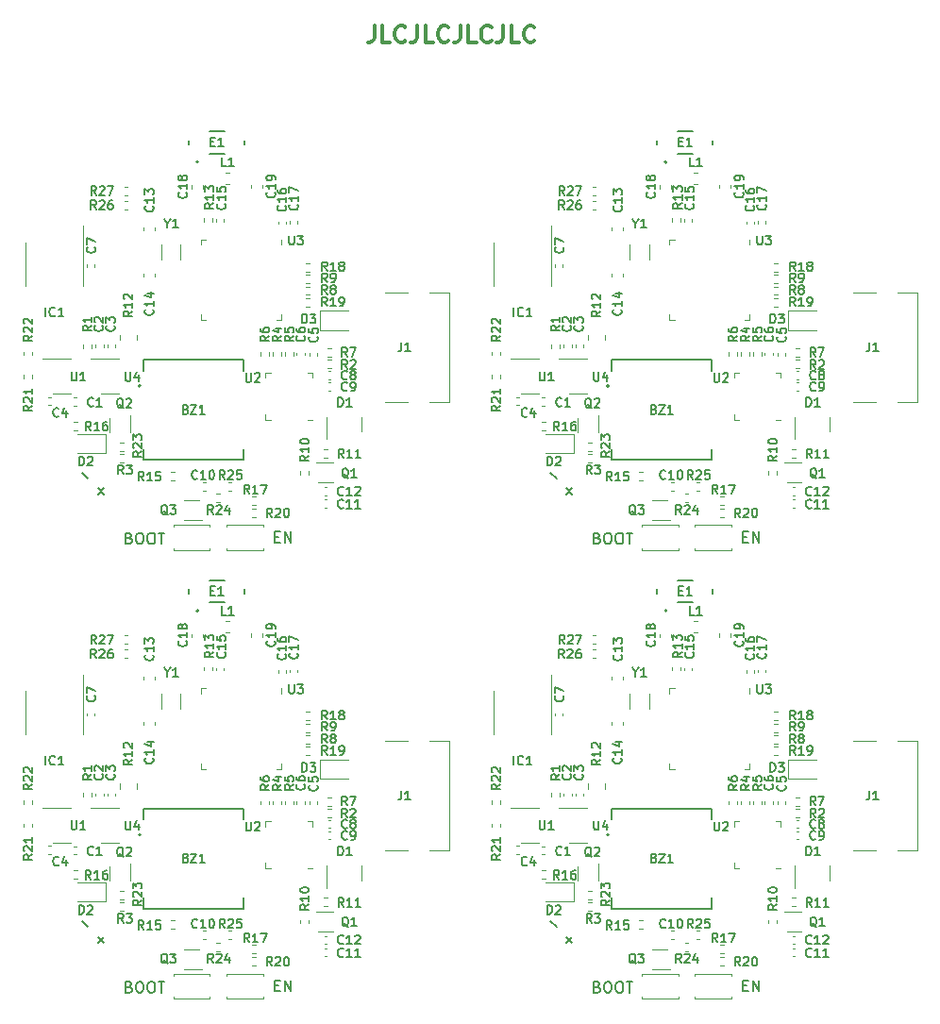
<source format=gbr>
%TF.GenerationSoftware,KiCad,Pcbnew,(6.0.7-1)-1*%
%TF.CreationDate,2022-10-26T11:28:27+01:00*%
%TF.ProjectId,panel,70616e65-6c2e-46b6-9963-61645f706362,rev?*%
%TF.SameCoordinates,Original*%
%TF.FileFunction,Legend,Top*%
%TF.FilePolarity,Positive*%
%FSLAX46Y46*%
G04 Gerber Fmt 4.6, Leading zero omitted, Abs format (unit mm)*
G04 Created by KiCad (PCBNEW (6.0.7-1)-1) date 2022-10-26 11:28:27*
%MOMM*%
%LPD*%
G01*
G04 APERTURE LIST*
%ADD10C,0.300000*%
%ADD11C,0.150000*%
%ADD12C,0.120000*%
%ADD13C,0.127000*%
%ADD14C,0.200000*%
G04 APERTURE END LIST*
D10*
X58071428Y-16678571D02*
X58071428Y-17750000D01*
X58000000Y-17964285D01*
X57857142Y-18107142D01*
X57642857Y-18178571D01*
X57500000Y-18178571D01*
X59500000Y-18178571D02*
X58785714Y-18178571D01*
X58785714Y-16678571D01*
X60857142Y-18035714D02*
X60785714Y-18107142D01*
X60571428Y-18178571D01*
X60428571Y-18178571D01*
X60214285Y-18107142D01*
X60071428Y-17964285D01*
X60000000Y-17821428D01*
X59928571Y-17535714D01*
X59928571Y-17321428D01*
X60000000Y-17035714D01*
X60071428Y-16892857D01*
X60214285Y-16750000D01*
X60428571Y-16678571D01*
X60571428Y-16678571D01*
X60785714Y-16750000D01*
X60857142Y-16821428D01*
X61928571Y-16678571D02*
X61928571Y-17750000D01*
X61857142Y-17964285D01*
X61714285Y-18107142D01*
X61500000Y-18178571D01*
X61357142Y-18178571D01*
X63357142Y-18178571D02*
X62642857Y-18178571D01*
X62642857Y-16678571D01*
X64714285Y-18035714D02*
X64642857Y-18107142D01*
X64428571Y-18178571D01*
X64285714Y-18178571D01*
X64071428Y-18107142D01*
X63928571Y-17964285D01*
X63857142Y-17821428D01*
X63785714Y-17535714D01*
X63785714Y-17321428D01*
X63857142Y-17035714D01*
X63928571Y-16892857D01*
X64071428Y-16750000D01*
X64285714Y-16678571D01*
X64428571Y-16678571D01*
X64642857Y-16750000D01*
X64714285Y-16821428D01*
X65785714Y-16678571D02*
X65785714Y-17750000D01*
X65714285Y-17964285D01*
X65571428Y-18107142D01*
X65357142Y-18178571D01*
X65214285Y-18178571D01*
X67214285Y-18178571D02*
X66500000Y-18178571D01*
X66500000Y-16678571D01*
X68571428Y-18035714D02*
X68500000Y-18107142D01*
X68285714Y-18178571D01*
X68142857Y-18178571D01*
X67928571Y-18107142D01*
X67785714Y-17964285D01*
X67714285Y-17821428D01*
X67642857Y-17535714D01*
X67642857Y-17321428D01*
X67714285Y-17035714D01*
X67785714Y-16892857D01*
X67928571Y-16750000D01*
X68142857Y-16678571D01*
X68285714Y-16678571D01*
X68500000Y-16750000D01*
X68571428Y-16821428D01*
X69642857Y-16678571D02*
X69642857Y-17750000D01*
X69571428Y-17964285D01*
X69428571Y-18107142D01*
X69214285Y-18178571D01*
X69071428Y-18178571D01*
X71071428Y-18178571D02*
X70357142Y-18178571D01*
X70357142Y-16678571D01*
X72428571Y-18035714D02*
X72357142Y-18107142D01*
X72142857Y-18178571D01*
X72000000Y-18178571D01*
X71785714Y-18107142D01*
X71642857Y-17964285D01*
X71571428Y-17821428D01*
X71500000Y-17535714D01*
X71500000Y-17321428D01*
X71571428Y-17035714D01*
X71642857Y-16892857D01*
X71785714Y-16750000D01*
X72000000Y-16678571D01*
X72142857Y-16678571D01*
X72357142Y-16750000D01*
X72428571Y-16821428D01*
D11*
X33826765Y-58712746D02*
X33288017Y-58173998D01*
X33826765Y-58173998D02*
X33288017Y-58712746D01*
X32412551Y-57298532D02*
X31873803Y-56759784D01*
X75826766Y-58712746D02*
X75288018Y-58173998D01*
X75826766Y-58173998D02*
X75288018Y-58712746D01*
X74412552Y-57298532D02*
X73873804Y-56759784D01*
X33826765Y-98966305D02*
X33288017Y-98427557D01*
X33826765Y-98427557D02*
X33288017Y-98966305D01*
X32412551Y-97552091D02*
X31873803Y-97013343D01*
X75826766Y-98966305D02*
X75288018Y-98427557D01*
X75826766Y-98427557D02*
X75288018Y-98966305D01*
X74412552Y-97552091D02*
X73873804Y-97013343D01*
%TO.C,R3*%
X77576444Y-56898677D02*
X77309778Y-56517725D01*
X77119301Y-56898677D02*
X77119301Y-56098677D01*
X77424063Y-56098677D01*
X77500254Y-56136773D01*
X77538349Y-56174868D01*
X77576444Y-56251058D01*
X77576444Y-56365344D01*
X77538349Y-56441534D01*
X77500254Y-56479630D01*
X77424063Y-56517725D01*
X77119301Y-56517725D01*
X77843111Y-56098677D02*
X78338349Y-56098677D01*
X78071682Y-56403439D01*
X78185968Y-56403439D01*
X78262158Y-56441534D01*
X78300254Y-56479630D01*
X78338349Y-56555820D01*
X78338349Y-56746296D01*
X78300254Y-56822487D01*
X78262158Y-56860582D01*
X78185968Y-56898677D01*
X77957397Y-56898677D01*
X77881206Y-56860582D01*
X77843111Y-56822487D01*
%TO.C,C10*%
X42185491Y-57282487D02*
X42147396Y-57320582D01*
X42033110Y-57358677D01*
X41956919Y-57358677D01*
X41842634Y-57320582D01*
X41766443Y-57244392D01*
X41728348Y-57168201D01*
X41690253Y-57015820D01*
X41690253Y-56901534D01*
X41728348Y-56749153D01*
X41766443Y-56672963D01*
X41842634Y-56596773D01*
X41956919Y-56558677D01*
X42033110Y-56558677D01*
X42147396Y-56596773D01*
X42185491Y-56634868D01*
X42947396Y-57358677D02*
X42490253Y-57358677D01*
X42718824Y-57358677D02*
X42718824Y-56558677D01*
X42642634Y-56672963D01*
X42566443Y-56749153D01*
X42490253Y-56787249D01*
X43442634Y-56558677D02*
X43518824Y-56558677D01*
X43595015Y-56596773D01*
X43633110Y-56634868D01*
X43671205Y-56711058D01*
X43709300Y-56863439D01*
X43709300Y-57053915D01*
X43671205Y-57206296D01*
X43633110Y-57282487D01*
X43595015Y-57320582D01*
X43518824Y-57358677D01*
X43442634Y-57358677D01*
X43366443Y-57320582D01*
X43328348Y-57282487D01*
X43290253Y-57206296D01*
X43252157Y-57053915D01*
X43252157Y-56863439D01*
X43290253Y-56711058D01*
X43328348Y-56634868D01*
X43366443Y-56596773D01*
X43442634Y-56558677D01*
%TO.C,R18*%
X95845492Y-38668677D02*
X95578825Y-38287725D01*
X95388349Y-38668677D02*
X95388349Y-37868677D01*
X95693111Y-37868677D01*
X95769301Y-37906773D01*
X95807397Y-37944868D01*
X95845492Y-38021058D01*
X95845492Y-38135344D01*
X95807397Y-38211534D01*
X95769301Y-38249630D01*
X95693111Y-38287725D01*
X95388349Y-38287725D01*
X96607397Y-38668677D02*
X96150254Y-38668677D01*
X96378825Y-38668677D02*
X96378825Y-37868677D01*
X96302635Y-37982963D01*
X96226444Y-38059153D01*
X96150254Y-38097249D01*
X97064539Y-38211534D02*
X96988349Y-38173439D01*
X96950254Y-38135344D01*
X96912158Y-38059153D01*
X96912158Y-38021058D01*
X96950254Y-37944868D01*
X96988349Y-37906773D01*
X97064539Y-37868677D01*
X97216920Y-37868677D01*
X97293111Y-37906773D01*
X97331206Y-37944868D01*
X97369301Y-38021058D01*
X97369301Y-38059153D01*
X97331206Y-38135344D01*
X97293111Y-38173439D01*
X97216920Y-38211534D01*
X97064539Y-38211534D01*
X96988349Y-38249630D01*
X96950254Y-38287725D01*
X96912158Y-38363915D01*
X96912158Y-38516296D01*
X96950254Y-38592487D01*
X96988349Y-38630582D01*
X97064539Y-38668677D01*
X97216920Y-38668677D01*
X97293111Y-38630582D01*
X97331206Y-38592487D01*
X97369301Y-38516296D01*
X97369301Y-38363915D01*
X97331206Y-38287725D01*
X97293111Y-38249630D01*
X97216920Y-38211534D01*
%TO.C,C5*%
X94916976Y-84808616D02*
X94955071Y-84846711D01*
X94993166Y-84960997D01*
X94993166Y-85037187D01*
X94955071Y-85151473D01*
X94878881Y-85227663D01*
X94802690Y-85265759D01*
X94650309Y-85303854D01*
X94536023Y-85303854D01*
X94383642Y-85265759D01*
X94307452Y-85227663D01*
X94231262Y-85151473D01*
X94193166Y-85037187D01*
X94193166Y-84960997D01*
X94231262Y-84846711D01*
X94269357Y-84808616D01*
X94193166Y-84084806D02*
X94193166Y-84465759D01*
X94574119Y-84503854D01*
X94536023Y-84465759D01*
X94497928Y-84389568D01*
X94497928Y-84199092D01*
X94536023Y-84122902D01*
X94574119Y-84084806D01*
X94650309Y-84046711D01*
X94840785Y-84046711D01*
X94916976Y-84084806D01*
X94955071Y-84122902D01*
X94993166Y-84199092D01*
X94993166Y-84389568D01*
X94955071Y-84465759D01*
X94916976Y-84503854D01*
%TO.C,C2*%
X33655491Y-43580106D02*
X33693586Y-43618201D01*
X33731681Y-43732487D01*
X33731681Y-43808677D01*
X33693586Y-43922963D01*
X33617396Y-43999153D01*
X33541205Y-44037249D01*
X33388824Y-44075344D01*
X33274538Y-44075344D01*
X33122157Y-44037249D01*
X33045967Y-43999153D01*
X32969777Y-43922963D01*
X32931681Y-43808677D01*
X32931681Y-43732487D01*
X32969777Y-43618201D01*
X33007872Y-43580106D01*
X33007872Y-43275344D02*
X32969777Y-43237249D01*
X32931681Y-43161058D01*
X32931681Y-42970582D01*
X32969777Y-42894392D01*
X33007872Y-42856296D01*
X33084062Y-42818201D01*
X33160253Y-42818201D01*
X33274538Y-42856296D01*
X33731681Y-43313439D01*
X33731681Y-42818201D01*
%TO.C,C15*%
X86655492Y-72884617D02*
X86693587Y-72922712D01*
X86731682Y-73036998D01*
X86731682Y-73113189D01*
X86693587Y-73227474D01*
X86617397Y-73303665D01*
X86541206Y-73341760D01*
X86388825Y-73379855D01*
X86274539Y-73379855D01*
X86122158Y-73341760D01*
X86045968Y-73303665D01*
X85969778Y-73227474D01*
X85931682Y-73113189D01*
X85931682Y-73036998D01*
X85969778Y-72922712D01*
X86007873Y-72884617D01*
X86731682Y-72122712D02*
X86731682Y-72579855D01*
X86731682Y-72351284D02*
X85931682Y-72351284D01*
X86045968Y-72427474D01*
X86122158Y-72503665D01*
X86160254Y-72579855D01*
X85931682Y-71398903D02*
X85931682Y-71779855D01*
X86312635Y-71817951D01*
X86274539Y-71779855D01*
X86236444Y-71703665D01*
X86236444Y-71513189D01*
X86274539Y-71436998D01*
X86312635Y-71398903D01*
X86388825Y-71360808D01*
X86579301Y-71360808D01*
X86655492Y-71398903D01*
X86693587Y-71436998D01*
X86731682Y-71513189D01*
X86731682Y-71703665D01*
X86693587Y-71779855D01*
X86655492Y-71817951D01*
%TO.C,R27*%
X33125491Y-72122236D02*
X32858824Y-71741284D01*
X32668348Y-72122236D02*
X32668348Y-71322236D01*
X32973110Y-71322236D01*
X33049300Y-71360332D01*
X33087396Y-71398427D01*
X33125491Y-71474617D01*
X33125491Y-71588903D01*
X33087396Y-71665093D01*
X33049300Y-71703189D01*
X32973110Y-71741284D01*
X32668348Y-71741284D01*
X33430253Y-71398427D02*
X33468348Y-71360332D01*
X33544538Y-71322236D01*
X33735015Y-71322236D01*
X33811205Y-71360332D01*
X33849300Y-71398427D01*
X33887396Y-71474617D01*
X33887396Y-71550808D01*
X33849300Y-71665093D01*
X33392157Y-72122236D01*
X33887396Y-72122236D01*
X34154062Y-71322236D02*
X34687396Y-71322236D01*
X34344538Y-72122236D01*
%TO.C,R16*%
X74655492Y-52988677D02*
X74388825Y-52607725D01*
X74198349Y-52988677D02*
X74198349Y-52188677D01*
X74503111Y-52188677D01*
X74579301Y-52226773D01*
X74617397Y-52264868D01*
X74655492Y-52341058D01*
X74655492Y-52455344D01*
X74617397Y-52531534D01*
X74579301Y-52569630D01*
X74503111Y-52607725D01*
X74198349Y-52607725D01*
X75417397Y-52988677D02*
X74960254Y-52988677D01*
X75188825Y-52988677D02*
X75188825Y-52188677D01*
X75112635Y-52302963D01*
X75036444Y-52379153D01*
X74960254Y-52417249D01*
X76103111Y-52188677D02*
X75950730Y-52188677D01*
X75874539Y-52226773D01*
X75836444Y-52264868D01*
X75760254Y-52379153D01*
X75722158Y-52531534D01*
X75722158Y-52836296D01*
X75760254Y-52912487D01*
X75798349Y-52950582D01*
X75874539Y-52988677D01*
X76026920Y-52988677D01*
X76103111Y-52950582D01*
X76141206Y-52912487D01*
X76179301Y-52836296D01*
X76179301Y-52645820D01*
X76141206Y-52569630D01*
X76103111Y-52531534D01*
X76026920Y-52493439D01*
X75874539Y-52493439D01*
X75798349Y-52531534D01*
X75760254Y-52569630D01*
X75722158Y-52645820D01*
%TO.C,C15*%
X86655492Y-32631058D02*
X86693587Y-32669153D01*
X86731682Y-32783439D01*
X86731682Y-32859630D01*
X86693587Y-32973915D01*
X86617397Y-33050106D01*
X86541206Y-33088201D01*
X86388825Y-33126296D01*
X86274539Y-33126296D01*
X86122158Y-33088201D01*
X86045968Y-33050106D01*
X85969778Y-32973915D01*
X85931682Y-32859630D01*
X85931682Y-32783439D01*
X85969778Y-32669153D01*
X86007873Y-32631058D01*
X86731682Y-31869153D02*
X86731682Y-32326296D01*
X86731682Y-32097725D02*
X85931682Y-32097725D01*
X86045968Y-32173915D01*
X86122158Y-32250106D01*
X86160254Y-32326296D01*
X85931682Y-31145344D02*
X85931682Y-31526296D01*
X86312635Y-31564392D01*
X86274539Y-31526296D01*
X86236444Y-31450106D01*
X86236444Y-31259630D01*
X86274539Y-31183439D01*
X86312635Y-31145344D01*
X86388825Y-31107249D01*
X86579301Y-31107249D01*
X86655492Y-31145344D01*
X86693587Y-31183439D01*
X86731682Y-31259630D01*
X86731682Y-31450106D01*
X86693587Y-31526296D01*
X86655492Y-31564392D01*
%TO.C,R15*%
X79395492Y-97752236D02*
X79128825Y-97371284D01*
X78938349Y-97752236D02*
X78938349Y-96952236D01*
X79243111Y-96952236D01*
X79319301Y-96990332D01*
X79357397Y-97028427D01*
X79395492Y-97104617D01*
X79395492Y-97218903D01*
X79357397Y-97295093D01*
X79319301Y-97333189D01*
X79243111Y-97371284D01*
X78938349Y-97371284D01*
X80157397Y-97752236D02*
X79700254Y-97752236D01*
X79928825Y-97752236D02*
X79928825Y-96952236D01*
X79852635Y-97066522D01*
X79776444Y-97142712D01*
X79700254Y-97180808D01*
X80881206Y-96952236D02*
X80500254Y-96952236D01*
X80462158Y-97333189D01*
X80500254Y-97295093D01*
X80576444Y-97256998D01*
X80766920Y-97256998D01*
X80843111Y-97295093D01*
X80881206Y-97333189D01*
X80919301Y-97409379D01*
X80919301Y-97599855D01*
X80881206Y-97676046D01*
X80843111Y-97714141D01*
X80766920Y-97752236D01*
X80576444Y-97752236D01*
X80500254Y-97714141D01*
X80462158Y-97676046D01*
%TO.C,C18*%
X83209492Y-71866617D02*
X83247587Y-71904712D01*
X83285682Y-72018998D01*
X83285682Y-72095189D01*
X83247587Y-72209474D01*
X83171397Y-72285665D01*
X83095206Y-72323760D01*
X82942825Y-72361855D01*
X82828539Y-72361855D01*
X82676158Y-72323760D01*
X82599968Y-72285665D01*
X82523778Y-72209474D01*
X82485682Y-72095189D01*
X82485682Y-72018998D01*
X82523778Y-71904712D01*
X82561873Y-71866617D01*
X83285682Y-71104712D02*
X83285682Y-71561855D01*
X83285682Y-71333284D02*
X82485682Y-71333284D01*
X82599968Y-71409474D01*
X82676158Y-71485665D01*
X82714254Y-71561855D01*
X82828539Y-70647570D02*
X82790444Y-70723760D01*
X82752349Y-70761855D01*
X82676158Y-70799951D01*
X82638063Y-70799951D01*
X82561873Y-70761855D01*
X82523778Y-70723760D01*
X82485682Y-70647570D01*
X82485682Y-70495189D01*
X82523778Y-70418998D01*
X82561873Y-70380903D01*
X82638063Y-70342808D01*
X82676158Y-70342808D01*
X82752349Y-70380903D01*
X82790444Y-70418998D01*
X82828539Y-70495189D01*
X82828539Y-70647570D01*
X82866635Y-70723760D01*
X82904730Y-70761855D01*
X82980920Y-70799951D01*
X83133301Y-70799951D01*
X83209492Y-70761855D01*
X83247587Y-70723760D01*
X83285682Y-70647570D01*
X83285682Y-70495189D01*
X83247587Y-70418998D01*
X83209492Y-70380903D01*
X83133301Y-70342808D01*
X82980920Y-70342808D01*
X82904730Y-70380903D01*
X82866635Y-70418998D01*
X82828539Y-70495189D01*
%TO.C,R2*%
X55646443Y-47468677D02*
X55379777Y-47087725D01*
X55189300Y-47468677D02*
X55189300Y-46668677D01*
X55494062Y-46668677D01*
X55570253Y-46706773D01*
X55608348Y-46744868D01*
X55646443Y-46821058D01*
X55646443Y-46935344D01*
X55608348Y-47011534D01*
X55570253Y-47049630D01*
X55494062Y-47087725D01*
X55189300Y-47087725D01*
X55951205Y-46744868D02*
X55989300Y-46706773D01*
X56065491Y-46668677D01*
X56255967Y-46668677D01*
X56332157Y-46706773D01*
X56370253Y-46744868D01*
X56408348Y-46821058D01*
X56408348Y-46897249D01*
X56370253Y-47011534D01*
X55913110Y-47468677D01*
X56408348Y-47468677D01*
%TO.C,D3*%
X93599301Y-43358677D02*
X93599301Y-42558677D01*
X93789778Y-42558677D01*
X93904063Y-42596773D01*
X93980254Y-42672963D01*
X94018349Y-42749153D01*
X94056444Y-42901534D01*
X94056444Y-43015820D01*
X94018349Y-43168201D01*
X93980254Y-43244392D01*
X93904063Y-43320582D01*
X93789778Y-43358677D01*
X93599301Y-43358677D01*
X94323111Y-42558677D02*
X94818349Y-42558677D01*
X94551682Y-42863439D01*
X94665968Y-42863439D01*
X94742158Y-42901534D01*
X94780254Y-42939630D01*
X94818349Y-43015820D01*
X94818349Y-43206296D01*
X94780254Y-43282487D01*
X94742158Y-43320582D01*
X94665968Y-43358677D01*
X94437397Y-43358677D01*
X94361206Y-43320582D01*
X94323111Y-43282487D01*
%TO.C,C9*%
X55646443Y-49362487D02*
X55608348Y-49400582D01*
X55494062Y-49438677D01*
X55417872Y-49438677D01*
X55303586Y-49400582D01*
X55227396Y-49324392D01*
X55189300Y-49248201D01*
X55151205Y-49095820D01*
X55151205Y-48981534D01*
X55189300Y-48829153D01*
X55227396Y-48752963D01*
X55303586Y-48676773D01*
X55417872Y-48638677D01*
X55494062Y-48638677D01*
X55608348Y-48676773D01*
X55646443Y-48714868D01*
X56027396Y-49438677D02*
X56179777Y-49438677D01*
X56255967Y-49400582D01*
X56294062Y-49362487D01*
X56370253Y-49248201D01*
X56408348Y-49095820D01*
X56408348Y-48791058D01*
X56370253Y-48714868D01*
X56332157Y-48676773D01*
X56255967Y-48638677D01*
X56103586Y-48638677D01*
X56027396Y-48676773D01*
X55989300Y-48714868D01*
X55951205Y-48791058D01*
X55951205Y-48981534D01*
X55989300Y-49057725D01*
X56027396Y-49095820D01*
X56103586Y-49133915D01*
X56255967Y-49133915D01*
X56332157Y-49095820D01*
X56370253Y-49057725D01*
X56408348Y-48981534D01*
%TO.C,C10*%
X84185492Y-97536046D02*
X84147397Y-97574141D01*
X84033111Y-97612236D01*
X83956920Y-97612236D01*
X83842635Y-97574141D01*
X83766444Y-97497951D01*
X83728349Y-97421760D01*
X83690254Y-97269379D01*
X83690254Y-97155093D01*
X83728349Y-97002712D01*
X83766444Y-96926522D01*
X83842635Y-96850332D01*
X83956920Y-96812236D01*
X84033111Y-96812236D01*
X84147397Y-96850332D01*
X84185492Y-96888427D01*
X84947397Y-97612236D02*
X84490254Y-97612236D01*
X84718825Y-97612236D02*
X84718825Y-96812236D01*
X84642635Y-96926522D01*
X84566444Y-97002712D01*
X84490254Y-97040808D01*
X85442635Y-96812236D02*
X85518825Y-96812236D01*
X85595016Y-96850332D01*
X85633111Y-96888427D01*
X85671206Y-96964617D01*
X85709301Y-97116998D01*
X85709301Y-97307474D01*
X85671206Y-97459855D01*
X85633111Y-97536046D01*
X85595016Y-97574141D01*
X85518825Y-97612236D01*
X85442635Y-97612236D01*
X85366444Y-97574141D01*
X85328349Y-97536046D01*
X85290254Y-97459855D01*
X85252158Y-97307474D01*
X85252158Y-97116998D01*
X85290254Y-96964617D01*
X85328349Y-96888427D01*
X85366444Y-96850332D01*
X85442635Y-96812236D01*
%TO.C,C1*%
X74866444Y-50762487D02*
X74828349Y-50800582D01*
X74714063Y-50838677D01*
X74637873Y-50838677D01*
X74523587Y-50800582D01*
X74447397Y-50724392D01*
X74409301Y-50648201D01*
X74371206Y-50495820D01*
X74371206Y-50381534D01*
X74409301Y-50229153D01*
X74447397Y-50152963D01*
X74523587Y-50076773D01*
X74637873Y-50038677D01*
X74714063Y-50038677D01*
X74828349Y-50076773D01*
X74866444Y-50114868D01*
X75628349Y-50838677D02*
X75171206Y-50838677D01*
X75399778Y-50838677D02*
X75399778Y-50038677D01*
X75323587Y-50152963D01*
X75247397Y-50229153D01*
X75171206Y-50267249D01*
%TO.C,C18*%
X83209492Y-31613058D02*
X83247587Y-31651153D01*
X83285682Y-31765439D01*
X83285682Y-31841630D01*
X83247587Y-31955915D01*
X83171397Y-32032106D01*
X83095206Y-32070201D01*
X82942825Y-32108296D01*
X82828539Y-32108296D01*
X82676158Y-32070201D01*
X82599968Y-32032106D01*
X82523778Y-31955915D01*
X82485682Y-31841630D01*
X82485682Y-31765439D01*
X82523778Y-31651153D01*
X82561873Y-31613058D01*
X83285682Y-30851153D02*
X83285682Y-31308296D01*
X83285682Y-31079725D02*
X82485682Y-31079725D01*
X82599968Y-31155915D01*
X82676158Y-31232106D01*
X82714254Y-31308296D01*
X82828539Y-30394011D02*
X82790444Y-30470201D01*
X82752349Y-30508296D01*
X82676158Y-30546392D01*
X82638063Y-30546392D01*
X82561873Y-30508296D01*
X82523778Y-30470201D01*
X82485682Y-30394011D01*
X82485682Y-30241630D01*
X82523778Y-30165439D01*
X82561873Y-30127344D01*
X82638063Y-30089249D01*
X82676158Y-30089249D01*
X82752349Y-30127344D01*
X82790444Y-30165439D01*
X82828539Y-30241630D01*
X82828539Y-30394011D01*
X82866635Y-30470201D01*
X82904730Y-30508296D01*
X82980920Y-30546392D01*
X83133301Y-30546392D01*
X83209492Y-30508296D01*
X83247587Y-30470201D01*
X83285682Y-30394011D01*
X83285682Y-30241630D01*
X83247587Y-30165439D01*
X83209492Y-30127344D01*
X83133301Y-30089249D01*
X82980920Y-30089249D01*
X82904730Y-30127344D01*
X82866635Y-30165439D01*
X82828539Y-30241630D01*
%TO.C,C13*%
X80215492Y-73104617D02*
X80253587Y-73142712D01*
X80291682Y-73256998D01*
X80291682Y-73333189D01*
X80253587Y-73447474D01*
X80177397Y-73523665D01*
X80101206Y-73561760D01*
X79948825Y-73599855D01*
X79834539Y-73599855D01*
X79682158Y-73561760D01*
X79605968Y-73523665D01*
X79529778Y-73447474D01*
X79491682Y-73333189D01*
X79491682Y-73256998D01*
X79529778Y-73142712D01*
X79567873Y-73104617D01*
X80291682Y-72342712D02*
X80291682Y-72799855D01*
X80291682Y-72571284D02*
X79491682Y-72571284D01*
X79605968Y-72647474D01*
X79682158Y-72723665D01*
X79720254Y-72799855D01*
X79491682Y-72076046D02*
X79491682Y-71580808D01*
X79796444Y-71847474D01*
X79796444Y-71733189D01*
X79834539Y-71656998D01*
X79872635Y-71618903D01*
X79948825Y-71580808D01*
X80139301Y-71580808D01*
X80215492Y-71618903D01*
X80253587Y-71656998D01*
X80291682Y-71733189D01*
X80291682Y-71961760D01*
X80253587Y-72037951D01*
X80215492Y-72076046D01*
%TO.C,C7*%
X75005492Y-76793665D02*
X75043587Y-76831760D01*
X75081682Y-76946046D01*
X75081682Y-77022236D01*
X75043587Y-77136522D01*
X74967397Y-77212712D01*
X74891206Y-77250808D01*
X74738825Y-77288903D01*
X74624539Y-77288903D01*
X74472158Y-77250808D01*
X74395968Y-77212712D01*
X74319778Y-77136522D01*
X74281682Y-77022236D01*
X74281682Y-76946046D01*
X74319778Y-76831760D01*
X74357873Y-76793665D01*
X74281682Y-76526998D02*
X74281682Y-75993665D01*
X75081682Y-76336522D01*
%TO.C,C8*%
X97646444Y-88606046D02*
X97608349Y-88644141D01*
X97494063Y-88682236D01*
X97417873Y-88682236D01*
X97303587Y-88644141D01*
X97227397Y-88567951D01*
X97189301Y-88491760D01*
X97151206Y-88339379D01*
X97151206Y-88225093D01*
X97189301Y-88072712D01*
X97227397Y-87996522D01*
X97303587Y-87920332D01*
X97417873Y-87882236D01*
X97494063Y-87882236D01*
X97608349Y-87920332D01*
X97646444Y-87958427D01*
X98103587Y-88225093D02*
X98027397Y-88186998D01*
X97989301Y-88148903D01*
X97951206Y-88072712D01*
X97951206Y-88034617D01*
X97989301Y-87958427D01*
X98027397Y-87920332D01*
X98103587Y-87882236D01*
X98255968Y-87882236D01*
X98332158Y-87920332D01*
X98370254Y-87958427D01*
X98408349Y-88034617D01*
X98408349Y-88072712D01*
X98370254Y-88148903D01*
X98332158Y-88186998D01*
X98255968Y-88225093D01*
X98103587Y-88225093D01*
X98027397Y-88263189D01*
X97989301Y-88301284D01*
X97951206Y-88377474D01*
X97951206Y-88529855D01*
X97989301Y-88606046D01*
X98027397Y-88644141D01*
X98103587Y-88682236D01*
X98255968Y-88682236D01*
X98332158Y-88644141D01*
X98370254Y-88606046D01*
X98408349Y-88529855D01*
X98408349Y-88377474D01*
X98370254Y-88301284D01*
X98332158Y-88263189D01*
X98255968Y-88225093D01*
%TO.C,L1*%
X44776443Y-69532236D02*
X44395491Y-69532236D01*
X44395491Y-68732236D01*
X45462157Y-69532236D02*
X45005015Y-69532236D01*
X45233586Y-69532236D02*
X45233586Y-68732236D01*
X45157396Y-68846522D01*
X45081205Y-68922712D01*
X45005015Y-68960808D01*
%TO.C,IC1*%
X70594825Y-82986236D02*
X70594825Y-82186236D01*
X71432920Y-82910046D02*
X71394825Y-82948141D01*
X71280539Y-82986236D01*
X71204349Y-82986236D01*
X71090063Y-82948141D01*
X71013873Y-82871951D01*
X70975778Y-82795760D01*
X70937682Y-82643379D01*
X70937682Y-82529093D01*
X70975778Y-82376712D01*
X71013873Y-82300522D01*
X71090063Y-82224332D01*
X71204349Y-82186236D01*
X71280539Y-82186236D01*
X71394825Y-82224332D01*
X71432920Y-82262427D01*
X72194825Y-82986236D02*
X71737682Y-82986236D01*
X71966254Y-82986236D02*
X71966254Y-82186236D01*
X71890063Y-82300522D01*
X71813873Y-82376712D01*
X71737682Y-82414808D01*
%TO.C,C8*%
X55646443Y-88606046D02*
X55608348Y-88644141D01*
X55494062Y-88682236D01*
X55417872Y-88682236D01*
X55303586Y-88644141D01*
X55227396Y-88567951D01*
X55189300Y-88491760D01*
X55151205Y-88339379D01*
X55151205Y-88225093D01*
X55189300Y-88072712D01*
X55227396Y-87996522D01*
X55303586Y-87920332D01*
X55417872Y-87882236D01*
X55494062Y-87882236D01*
X55608348Y-87920332D01*
X55646443Y-87958427D01*
X56103586Y-88225093D02*
X56027396Y-88186998D01*
X55989300Y-88148903D01*
X55951205Y-88072712D01*
X55951205Y-88034617D01*
X55989300Y-87958427D01*
X56027396Y-87920332D01*
X56103586Y-87882236D01*
X56255967Y-87882236D01*
X56332157Y-87920332D01*
X56370253Y-87958427D01*
X56408348Y-88034617D01*
X56408348Y-88072712D01*
X56370253Y-88148903D01*
X56332157Y-88186998D01*
X56255967Y-88225093D01*
X56103586Y-88225093D01*
X56027396Y-88263189D01*
X55989300Y-88301284D01*
X55951205Y-88377474D01*
X55951205Y-88529855D01*
X55989300Y-88606046D01*
X56027396Y-88644141D01*
X56103586Y-88682236D01*
X56255967Y-88682236D01*
X56332157Y-88644141D01*
X56370253Y-88606046D01*
X56408348Y-88529855D01*
X56408348Y-88377474D01*
X56370253Y-88301284D01*
X56332157Y-88263189D01*
X56255967Y-88225093D01*
%TO.C,R19*%
X95845492Y-82082236D02*
X95578825Y-81701284D01*
X95388349Y-82082236D02*
X95388349Y-81282236D01*
X95693111Y-81282236D01*
X95769301Y-81320332D01*
X95807397Y-81358427D01*
X95845492Y-81434617D01*
X95845492Y-81548903D01*
X95807397Y-81625093D01*
X95769301Y-81663189D01*
X95693111Y-81701284D01*
X95388349Y-81701284D01*
X96607397Y-82082236D02*
X96150254Y-82082236D01*
X96378825Y-82082236D02*
X96378825Y-81282236D01*
X96302635Y-81396522D01*
X96226444Y-81472712D01*
X96150254Y-81510808D01*
X96988349Y-82082236D02*
X97140730Y-82082236D01*
X97216920Y-82044141D01*
X97255016Y-82006046D01*
X97331206Y-81891760D01*
X97369301Y-81739379D01*
X97369301Y-81434617D01*
X97331206Y-81358427D01*
X97293111Y-81320332D01*
X97216920Y-81282236D01*
X97064539Y-81282236D01*
X96988349Y-81320332D01*
X96950254Y-81358427D01*
X96912158Y-81434617D01*
X96912158Y-81625093D01*
X96950254Y-81701284D01*
X96988349Y-81739379D01*
X97064539Y-81777474D01*
X97216920Y-81777474D01*
X97293111Y-81739379D01*
X97331206Y-81701284D01*
X97369301Y-81625093D01*
%TO.C,R9*%
X53845490Y-79942236D02*
X53578824Y-79561284D01*
X53388347Y-79942236D02*
X53388347Y-79142236D01*
X53693109Y-79142236D01*
X53769300Y-79180332D01*
X53807395Y-79218427D01*
X53845490Y-79294617D01*
X53845490Y-79408903D01*
X53807395Y-79485093D01*
X53769300Y-79523189D01*
X53693109Y-79561284D01*
X53388347Y-79561284D01*
X54226443Y-79942236D02*
X54378824Y-79942236D01*
X54455014Y-79904141D01*
X54493109Y-79866046D01*
X54569300Y-79751760D01*
X54607395Y-79599379D01*
X54607395Y-79294617D01*
X54569300Y-79218427D01*
X54531204Y-79180332D01*
X54455014Y-79142236D01*
X54302633Y-79142236D01*
X54226443Y-79180332D01*
X54188347Y-79218427D01*
X54150252Y-79294617D01*
X54150252Y-79485093D01*
X54188347Y-79561284D01*
X54226443Y-79599379D01*
X54302633Y-79637474D01*
X54455014Y-79637474D01*
X54531204Y-79599379D01*
X54569300Y-79561284D01*
X54607395Y-79485093D01*
%TO.C,R3*%
X35576443Y-97152236D02*
X35309777Y-96771284D01*
X35119300Y-97152236D02*
X35119300Y-96352236D01*
X35424062Y-96352236D01*
X35500253Y-96390332D01*
X35538348Y-96428427D01*
X35576443Y-96504617D01*
X35576443Y-96618903D01*
X35538348Y-96695093D01*
X35500253Y-96733189D01*
X35424062Y-96771284D01*
X35119300Y-96771284D01*
X35843110Y-96352236D02*
X36338348Y-96352236D01*
X36071681Y-96656998D01*
X36185967Y-96656998D01*
X36262157Y-96695093D01*
X36300253Y-96733189D01*
X36338348Y-96809379D01*
X36338348Y-96999855D01*
X36300253Y-97076046D01*
X36262157Y-97114141D01*
X36185967Y-97152236D01*
X35957396Y-97152236D01*
X35881205Y-97114141D01*
X35843110Y-97076046D01*
%TO.C,R20*%
X90905492Y-101022236D02*
X90638825Y-100641284D01*
X90448349Y-101022236D02*
X90448349Y-100222236D01*
X90753111Y-100222236D01*
X90829301Y-100260332D01*
X90867397Y-100298427D01*
X90905492Y-100374617D01*
X90905492Y-100488903D01*
X90867397Y-100565093D01*
X90829301Y-100603189D01*
X90753111Y-100641284D01*
X90448349Y-100641284D01*
X91210254Y-100298427D02*
X91248349Y-100260332D01*
X91324539Y-100222236D01*
X91515016Y-100222236D01*
X91591206Y-100260332D01*
X91629301Y-100298427D01*
X91667397Y-100374617D01*
X91667397Y-100450808D01*
X91629301Y-100565093D01*
X91172158Y-101022236D01*
X91667397Y-101022236D01*
X92162635Y-100222236D02*
X92238825Y-100222236D01*
X92315016Y-100260332D01*
X92353111Y-100298427D01*
X92391206Y-100374617D01*
X92429301Y-100526998D01*
X92429301Y-100717474D01*
X92391206Y-100869855D01*
X92353111Y-100946046D01*
X92315016Y-100984141D01*
X92238825Y-101022236D01*
X92162635Y-101022236D01*
X92086444Y-100984141D01*
X92048349Y-100946046D01*
X92010254Y-100869855D01*
X91972158Y-100717474D01*
X91972158Y-100526998D01*
X92010254Y-100374617D01*
X92048349Y-100298427D01*
X92086444Y-100260332D01*
X92162635Y-100222236D01*
%TO.C,Q1*%
X55763586Y-57254868D02*
X55687396Y-57216773D01*
X55611205Y-57140582D01*
X55496919Y-57026296D01*
X55420729Y-56988201D01*
X55344538Y-56988201D01*
X55382634Y-57178677D02*
X55306443Y-57140582D01*
X55230253Y-57064392D01*
X55192157Y-56912011D01*
X55192157Y-56645344D01*
X55230253Y-56492963D01*
X55306443Y-56416773D01*
X55382634Y-56378677D01*
X55535015Y-56378677D01*
X55611205Y-56416773D01*
X55687396Y-56492963D01*
X55725491Y-56645344D01*
X55725491Y-56912011D01*
X55687396Y-57064392D01*
X55611205Y-57140582D01*
X55535015Y-57178677D01*
X55382634Y-57178677D01*
X56487396Y-57178677D02*
X56030253Y-57178677D01*
X56258824Y-57178677D02*
X56258824Y-56378677D01*
X56182634Y-56492963D01*
X56106443Y-56569153D01*
X56030253Y-56607249D01*
%TO.C,R16*%
X74655492Y-93242236D02*
X74388825Y-92861284D01*
X74198349Y-93242236D02*
X74198349Y-92442236D01*
X74503111Y-92442236D01*
X74579301Y-92480332D01*
X74617397Y-92518427D01*
X74655492Y-92594617D01*
X74655492Y-92708903D01*
X74617397Y-92785093D01*
X74579301Y-92823189D01*
X74503111Y-92861284D01*
X74198349Y-92861284D01*
X75417397Y-93242236D02*
X74960254Y-93242236D01*
X75188825Y-93242236D02*
X75188825Y-92442236D01*
X75112635Y-92556522D01*
X75036444Y-92632712D01*
X74960254Y-92670808D01*
X76103111Y-92442236D02*
X75950730Y-92442236D01*
X75874539Y-92480332D01*
X75836444Y-92518427D01*
X75760254Y-92632712D01*
X75722158Y-92785093D01*
X75722158Y-93089855D01*
X75760254Y-93166046D01*
X75798349Y-93204141D01*
X75874539Y-93242236D01*
X76026920Y-93242236D01*
X76103111Y-93204141D01*
X76141206Y-93166046D01*
X76179301Y-93089855D01*
X76179301Y-92899379D01*
X76141206Y-92823189D01*
X76103111Y-92785093D01*
X76026920Y-92746998D01*
X75874539Y-92746998D01*
X75798349Y-92785093D01*
X75760254Y-92823189D01*
X75722158Y-92899379D01*
%TO.C,E1*%
X43407396Y-27089630D02*
X43674062Y-27089630D01*
X43788348Y-27508677D02*
X43407396Y-27508677D01*
X43407396Y-26708677D01*
X43788348Y-26708677D01*
X44550253Y-27508677D02*
X44093110Y-27508677D01*
X44321681Y-27508677D02*
X44321681Y-26708677D01*
X44245491Y-26822963D01*
X44169300Y-26899153D01*
X44093110Y-26937249D01*
%TO.C,C17*%
X93165492Y-72964617D02*
X93203587Y-73002712D01*
X93241682Y-73116998D01*
X93241682Y-73193189D01*
X93203587Y-73307474D01*
X93127397Y-73383665D01*
X93051206Y-73421760D01*
X92898825Y-73459855D01*
X92784539Y-73459855D01*
X92632158Y-73421760D01*
X92555968Y-73383665D01*
X92479778Y-73307474D01*
X92441682Y-73193189D01*
X92441682Y-73116998D01*
X92479778Y-73002712D01*
X92517873Y-72964617D01*
X93241682Y-72202712D02*
X93241682Y-72659855D01*
X93241682Y-72431284D02*
X92441682Y-72431284D01*
X92555968Y-72507474D01*
X92632158Y-72583665D01*
X92670254Y-72659855D01*
X92441682Y-71936046D02*
X92441682Y-71402712D01*
X93241682Y-71745570D01*
%TO.C,R24*%
X85615492Y-100732236D02*
X85348825Y-100351284D01*
X85158349Y-100732236D02*
X85158349Y-99932236D01*
X85463111Y-99932236D01*
X85539301Y-99970332D01*
X85577397Y-100008427D01*
X85615492Y-100084617D01*
X85615492Y-100198903D01*
X85577397Y-100275093D01*
X85539301Y-100313189D01*
X85463111Y-100351284D01*
X85158349Y-100351284D01*
X85920254Y-100008427D02*
X85958349Y-99970332D01*
X86034539Y-99932236D01*
X86225016Y-99932236D01*
X86301206Y-99970332D01*
X86339301Y-100008427D01*
X86377397Y-100084617D01*
X86377397Y-100160808D01*
X86339301Y-100275093D01*
X85882158Y-100732236D01*
X86377397Y-100732236D01*
X87063111Y-100198903D02*
X87063111Y-100732236D01*
X86872635Y-99894141D02*
X86682158Y-100465570D01*
X87177397Y-100465570D01*
%TO.C,R11*%
X97325492Y-55438677D02*
X97058825Y-55057725D01*
X96868349Y-55438677D02*
X96868349Y-54638677D01*
X97173111Y-54638677D01*
X97249301Y-54676773D01*
X97287397Y-54714868D01*
X97325492Y-54791058D01*
X97325492Y-54905344D01*
X97287397Y-54981534D01*
X97249301Y-55019630D01*
X97173111Y-55057725D01*
X96868349Y-55057725D01*
X98087397Y-55438677D02*
X97630254Y-55438677D01*
X97858825Y-55438677D02*
X97858825Y-54638677D01*
X97782635Y-54752963D01*
X97706444Y-54829153D01*
X97630254Y-54867249D01*
X98849301Y-55438677D02*
X98392158Y-55438677D01*
X98620730Y-55438677D02*
X98620730Y-54638677D01*
X98544539Y-54752963D01*
X98468349Y-54829153D01*
X98392158Y-54867249D01*
%TO.C,C8*%
X97646444Y-48352487D02*
X97608349Y-48390582D01*
X97494063Y-48428677D01*
X97417873Y-48428677D01*
X97303587Y-48390582D01*
X97227397Y-48314392D01*
X97189301Y-48238201D01*
X97151206Y-48085820D01*
X97151206Y-47971534D01*
X97189301Y-47819153D01*
X97227397Y-47742963D01*
X97303587Y-47666773D01*
X97417873Y-47628677D01*
X97494063Y-47628677D01*
X97608349Y-47666773D01*
X97646444Y-47704868D01*
X98103587Y-47971534D02*
X98027397Y-47933439D01*
X97989301Y-47895344D01*
X97951206Y-47819153D01*
X97951206Y-47781058D01*
X97989301Y-47704868D01*
X98027397Y-47666773D01*
X98103587Y-47628677D01*
X98255968Y-47628677D01*
X98332158Y-47666773D01*
X98370254Y-47704868D01*
X98408349Y-47781058D01*
X98408349Y-47819153D01*
X98370254Y-47895344D01*
X98332158Y-47933439D01*
X98255968Y-47971534D01*
X98103587Y-47971534D01*
X98027397Y-48009630D01*
X97989301Y-48047725D01*
X97951206Y-48123915D01*
X97951206Y-48276296D01*
X97989301Y-48352487D01*
X98027397Y-48390582D01*
X98103587Y-48428677D01*
X98255968Y-48428677D01*
X98332158Y-48390582D01*
X98370254Y-48352487D01*
X98408349Y-48276296D01*
X98408349Y-48123915D01*
X98370254Y-48047725D01*
X98332158Y-48009630D01*
X98255968Y-47971534D01*
%TO.C,U1*%
X30900253Y-87982236D02*
X30900253Y-88629855D01*
X30938348Y-88706046D01*
X30976443Y-88744141D01*
X31052634Y-88782236D01*
X31205015Y-88782236D01*
X31281205Y-88744141D01*
X31319300Y-88706046D01*
X31357396Y-88629855D01*
X31357396Y-87982236D01*
X32157396Y-88782236D02*
X31700253Y-88782236D01*
X31928824Y-88782236D02*
X31928824Y-87982236D01*
X31852634Y-88096522D01*
X31776443Y-88172712D01*
X31700253Y-88210808D01*
%TO.C,BZ1*%
X83155016Y-51079630D02*
X83269301Y-51117725D01*
X83307397Y-51155820D01*
X83345492Y-51232011D01*
X83345492Y-51346296D01*
X83307397Y-51422487D01*
X83269301Y-51460582D01*
X83193111Y-51498677D01*
X82888349Y-51498677D01*
X82888349Y-50698677D01*
X83155016Y-50698677D01*
X83231206Y-50736773D01*
X83269301Y-50774868D01*
X83307397Y-50851058D01*
X83307397Y-50927249D01*
X83269301Y-51003439D01*
X83231206Y-51041534D01*
X83155016Y-51079630D01*
X82888349Y-51079630D01*
X83612158Y-50698677D02*
X84145492Y-50698677D01*
X83612158Y-51498677D01*
X84145492Y-51498677D01*
X84869301Y-51498677D02*
X84412158Y-51498677D01*
X84640730Y-51498677D02*
X84640730Y-50698677D01*
X84564539Y-50812963D01*
X84488349Y-50889153D01*
X84412158Y-50927249D01*
%TO.C,C14*%
X38195491Y-82384617D02*
X38233586Y-82422712D01*
X38271681Y-82536998D01*
X38271681Y-82613189D01*
X38233586Y-82727474D01*
X38157396Y-82803665D01*
X38081205Y-82841760D01*
X37928824Y-82879855D01*
X37814538Y-82879855D01*
X37662157Y-82841760D01*
X37585967Y-82803665D01*
X37509777Y-82727474D01*
X37471681Y-82613189D01*
X37471681Y-82536998D01*
X37509777Y-82422712D01*
X37547872Y-82384617D01*
X38271681Y-81622712D02*
X38271681Y-82079855D01*
X38271681Y-81851284D02*
X37471681Y-81851284D01*
X37585967Y-81927474D01*
X37662157Y-82003665D01*
X37700253Y-82079855D01*
X37738348Y-80936998D02*
X38271681Y-80936998D01*
X37433586Y-81127474D02*
X38005015Y-81317951D01*
X38005015Y-80822712D01*
%TO.C,R27*%
X33125491Y-31868677D02*
X32858824Y-31487725D01*
X32668348Y-31868677D02*
X32668348Y-31068677D01*
X32973110Y-31068677D01*
X33049300Y-31106773D01*
X33087396Y-31144868D01*
X33125491Y-31221058D01*
X33125491Y-31335344D01*
X33087396Y-31411534D01*
X33049300Y-31449630D01*
X32973110Y-31487725D01*
X32668348Y-31487725D01*
X33430253Y-31144868D02*
X33468348Y-31106773D01*
X33544538Y-31068677D01*
X33735015Y-31068677D01*
X33811205Y-31106773D01*
X33849300Y-31144868D01*
X33887396Y-31221058D01*
X33887396Y-31297249D01*
X33849300Y-31411534D01*
X33392157Y-31868677D01*
X33887396Y-31868677D01*
X34154062Y-31068677D02*
X34687396Y-31068677D01*
X34344538Y-31868677D01*
%TO.C,R11*%
X55325491Y-55438677D02*
X55058824Y-55057725D01*
X54868348Y-55438677D02*
X54868348Y-54638677D01*
X55173110Y-54638677D01*
X55249300Y-54676773D01*
X55287396Y-54714868D01*
X55325491Y-54791058D01*
X55325491Y-54905344D01*
X55287396Y-54981534D01*
X55249300Y-55019630D01*
X55173110Y-55057725D01*
X54868348Y-55057725D01*
X56087396Y-55438677D02*
X55630253Y-55438677D01*
X55858824Y-55438677D02*
X55858824Y-54638677D01*
X55782634Y-54752963D01*
X55706443Y-54829153D01*
X55630253Y-54867249D01*
X56849300Y-55438677D02*
X56392157Y-55438677D01*
X56620729Y-55438677D02*
X56620729Y-54638677D01*
X56544538Y-54752963D01*
X56468348Y-54829153D01*
X56392157Y-54867249D01*
%TO.C,C2*%
X33655491Y-83833665D02*
X33693586Y-83871760D01*
X33731681Y-83986046D01*
X33731681Y-84062236D01*
X33693586Y-84176522D01*
X33617396Y-84252712D01*
X33541205Y-84290808D01*
X33388824Y-84328903D01*
X33274538Y-84328903D01*
X33122157Y-84290808D01*
X33045967Y-84252712D01*
X32969777Y-84176522D01*
X32931681Y-84062236D01*
X32931681Y-83986046D01*
X32969777Y-83871760D01*
X33007872Y-83833665D01*
X33007872Y-83528903D02*
X32969777Y-83490808D01*
X32931681Y-83414617D01*
X32931681Y-83224141D01*
X32969777Y-83147951D01*
X33007872Y-83109855D01*
X33084062Y-83071760D01*
X33160253Y-83071760D01*
X33274538Y-83109855D01*
X33731681Y-83566998D01*
X33731681Y-83071760D01*
%TO.C,C9*%
X55646443Y-89616046D02*
X55608348Y-89654141D01*
X55494062Y-89692236D01*
X55417872Y-89692236D01*
X55303586Y-89654141D01*
X55227396Y-89577951D01*
X55189300Y-89501760D01*
X55151205Y-89349379D01*
X55151205Y-89235093D01*
X55189300Y-89082712D01*
X55227396Y-89006522D01*
X55303586Y-88930332D01*
X55417872Y-88892236D01*
X55494062Y-88892236D01*
X55608348Y-88930332D01*
X55646443Y-88968427D01*
X56027396Y-89692236D02*
X56179777Y-89692236D01*
X56255967Y-89654141D01*
X56294062Y-89616046D01*
X56370253Y-89501760D01*
X56408348Y-89349379D01*
X56408348Y-89044617D01*
X56370253Y-88968427D01*
X56332157Y-88930332D01*
X56255967Y-88892236D01*
X56103586Y-88892236D01*
X56027396Y-88930332D01*
X55989300Y-88968427D01*
X55951205Y-89044617D01*
X55951205Y-89235093D01*
X55989300Y-89311284D01*
X56027396Y-89349379D01*
X56103586Y-89387474D01*
X56255967Y-89387474D01*
X56332157Y-89349379D01*
X56370253Y-89311284D01*
X56408348Y-89235093D01*
%TO.C,J1*%
X102513111Y-45068677D02*
X102513111Y-45640106D01*
X102475016Y-45754392D01*
X102398825Y-45830582D01*
X102284539Y-45868677D01*
X102208349Y-45868677D01*
X103313111Y-45868677D02*
X102855968Y-45868677D01*
X103084539Y-45868677D02*
X103084539Y-45068677D01*
X103008349Y-45182963D01*
X102932158Y-45259153D01*
X102855968Y-45297249D01*
%TO.C,R26*%
X75115492Y-73412236D02*
X74848825Y-73031284D01*
X74658349Y-73412236D02*
X74658349Y-72612236D01*
X74963111Y-72612236D01*
X75039301Y-72650332D01*
X75077397Y-72688427D01*
X75115492Y-72764617D01*
X75115492Y-72878903D01*
X75077397Y-72955093D01*
X75039301Y-72993189D01*
X74963111Y-73031284D01*
X74658349Y-73031284D01*
X75420254Y-72688427D02*
X75458349Y-72650332D01*
X75534539Y-72612236D01*
X75725016Y-72612236D01*
X75801206Y-72650332D01*
X75839301Y-72688427D01*
X75877397Y-72764617D01*
X75877397Y-72840808D01*
X75839301Y-72955093D01*
X75382158Y-73412236D01*
X75877397Y-73412236D01*
X76563111Y-72612236D02*
X76410730Y-72612236D01*
X76334539Y-72650332D01*
X76296444Y-72688427D01*
X76220254Y-72802712D01*
X76182158Y-72955093D01*
X76182158Y-73259855D01*
X76220254Y-73336046D01*
X76258349Y-73374141D01*
X76334539Y-73412236D01*
X76486920Y-73412236D01*
X76563111Y-73374141D01*
X76601206Y-73336046D01*
X76639301Y-73259855D01*
X76639301Y-73069379D01*
X76601206Y-72993189D01*
X76563111Y-72955093D01*
X76486920Y-72916998D01*
X76334539Y-72916998D01*
X76258349Y-72955093D01*
X76220254Y-72993189D01*
X76182158Y-73069379D01*
%TO.C,R4*%
X49763165Y-44513057D02*
X49382213Y-44779724D01*
X49763165Y-44970200D02*
X48963165Y-44970200D01*
X48963165Y-44665438D01*
X49001261Y-44589247D01*
X49039356Y-44551152D01*
X49115546Y-44513057D01*
X49229832Y-44513057D01*
X49306022Y-44551152D01*
X49344118Y-44589247D01*
X49382213Y-44665438D01*
X49382213Y-44970200D01*
X49229832Y-43827343D02*
X49763165Y-43827343D01*
X48925070Y-44017819D02*
X49496499Y-44208295D01*
X49496499Y-43713057D01*
%TO.C,D3*%
X51599300Y-83612236D02*
X51599300Y-82812236D01*
X51789777Y-82812236D01*
X51904062Y-82850332D01*
X51980253Y-82926522D01*
X52018348Y-83002712D01*
X52056443Y-83155093D01*
X52056443Y-83269379D01*
X52018348Y-83421760D01*
X51980253Y-83497951D01*
X51904062Y-83574141D01*
X51789777Y-83612236D01*
X51599300Y-83612236D01*
X52323110Y-82812236D02*
X52818348Y-82812236D01*
X52551681Y-83116998D01*
X52665967Y-83116998D01*
X52742157Y-83155093D01*
X52780253Y-83193189D01*
X52818348Y-83269379D01*
X52818348Y-83459855D01*
X52780253Y-83536046D01*
X52742157Y-83574141D01*
X52665967Y-83612236D01*
X52437396Y-83612236D01*
X52361205Y-83574141D01*
X52323110Y-83536046D01*
%TO.C,R20*%
X90905492Y-60768677D02*
X90638825Y-60387725D01*
X90448349Y-60768677D02*
X90448349Y-59968677D01*
X90753111Y-59968677D01*
X90829301Y-60006773D01*
X90867397Y-60044868D01*
X90905492Y-60121058D01*
X90905492Y-60235344D01*
X90867397Y-60311534D01*
X90829301Y-60349630D01*
X90753111Y-60387725D01*
X90448349Y-60387725D01*
X91210254Y-60044868D02*
X91248349Y-60006773D01*
X91324539Y-59968677D01*
X91515016Y-59968677D01*
X91591206Y-60006773D01*
X91629301Y-60044868D01*
X91667397Y-60121058D01*
X91667397Y-60197249D01*
X91629301Y-60311534D01*
X91172158Y-60768677D01*
X91667397Y-60768677D01*
X92162635Y-59968677D02*
X92238825Y-59968677D01*
X92315016Y-60006773D01*
X92353111Y-60044868D01*
X92391206Y-60121058D01*
X92429301Y-60273439D01*
X92429301Y-60463915D01*
X92391206Y-60616296D01*
X92353111Y-60692487D01*
X92315016Y-60730582D01*
X92238825Y-60768677D01*
X92162635Y-60768677D01*
X92086444Y-60730582D01*
X92048349Y-60692487D01*
X92010254Y-60616296D01*
X91972158Y-60463915D01*
X91972158Y-60273439D01*
X92010254Y-60121058D01*
X92048349Y-60044868D01*
X92086444Y-60006773D01*
X92162635Y-59968677D01*
%TO.C,SW1*%
X49131681Y-102786903D02*
X49465015Y-102786903D01*
X49607872Y-103310712D02*
X49131681Y-103310712D01*
X49131681Y-102310712D01*
X49607872Y-102310712D01*
X50036443Y-103310712D02*
X50036443Y-102310712D01*
X50607872Y-103310712D01*
X50607872Y-102310712D01*
%TO.C,Q1*%
X97763587Y-97508427D02*
X97687397Y-97470332D01*
X97611206Y-97394141D01*
X97496920Y-97279855D01*
X97420730Y-97241760D01*
X97344539Y-97241760D01*
X97382635Y-97432236D02*
X97306444Y-97394141D01*
X97230254Y-97317951D01*
X97192158Y-97165570D01*
X97192158Y-96898903D01*
X97230254Y-96746522D01*
X97306444Y-96670332D01*
X97382635Y-96632236D01*
X97535016Y-96632236D01*
X97611206Y-96670332D01*
X97687397Y-96746522D01*
X97725492Y-96898903D01*
X97725492Y-97165570D01*
X97687397Y-97317951D01*
X97611206Y-97394141D01*
X97535016Y-97432236D01*
X97382635Y-97432236D01*
X98487397Y-97432236D02*
X98030254Y-97432236D01*
X98258825Y-97432236D02*
X98258825Y-96632236D01*
X98182635Y-96746522D01*
X98106444Y-96822712D01*
X98030254Y-96860808D01*
%TO.C,R5*%
X50831681Y-84753665D02*
X50450729Y-85020332D01*
X50831681Y-85210808D02*
X50031681Y-85210808D01*
X50031681Y-84906046D01*
X50069777Y-84829855D01*
X50107872Y-84791760D01*
X50184062Y-84753665D01*
X50298348Y-84753665D01*
X50374538Y-84791760D01*
X50412634Y-84829855D01*
X50450729Y-84906046D01*
X50450729Y-85210808D01*
X50031681Y-84029855D02*
X50031681Y-84410808D01*
X50412634Y-84448903D01*
X50374538Y-84410808D01*
X50336443Y-84334617D01*
X50336443Y-84144141D01*
X50374538Y-84067951D01*
X50412634Y-84029855D01*
X50488824Y-83991760D01*
X50679300Y-83991760D01*
X50755491Y-84029855D01*
X50793586Y-84067951D01*
X50831681Y-84144141D01*
X50831681Y-84334617D01*
X50793586Y-84410808D01*
X50755491Y-84448903D01*
%TO.C,C3*%
X34735491Y-43580106D02*
X34773586Y-43618201D01*
X34811681Y-43732487D01*
X34811681Y-43808677D01*
X34773586Y-43922963D01*
X34697396Y-43999153D01*
X34621205Y-44037249D01*
X34468824Y-44075344D01*
X34354538Y-44075344D01*
X34202157Y-44037249D01*
X34125967Y-43999153D01*
X34049777Y-43922963D01*
X34011681Y-43808677D01*
X34011681Y-43732487D01*
X34049777Y-43618201D01*
X34087872Y-43580106D01*
X34011681Y-43313439D02*
X34011681Y-42818201D01*
X34316443Y-43084868D01*
X34316443Y-42970582D01*
X34354538Y-42894392D01*
X34392634Y-42856296D01*
X34468824Y-42818201D01*
X34659300Y-42818201D01*
X34735491Y-42856296D01*
X34773586Y-42894392D01*
X34811681Y-42970582D01*
X34811681Y-43199153D01*
X34773586Y-43275344D01*
X34735491Y-43313439D01*
%TO.C,Q2*%
X35573586Y-91238427D02*
X35497396Y-91200332D01*
X35421205Y-91124141D01*
X35306919Y-91009855D01*
X35230729Y-90971760D01*
X35154538Y-90971760D01*
X35192634Y-91162236D02*
X35116443Y-91124141D01*
X35040253Y-91047951D01*
X35002157Y-90895570D01*
X35002157Y-90628903D01*
X35040253Y-90476522D01*
X35116443Y-90400332D01*
X35192634Y-90362236D01*
X35345015Y-90362236D01*
X35421205Y-90400332D01*
X35497396Y-90476522D01*
X35535491Y-90628903D01*
X35535491Y-90895570D01*
X35497396Y-91047951D01*
X35421205Y-91124141D01*
X35345015Y-91162236D01*
X35192634Y-91162236D01*
X35840253Y-90438427D02*
X35878348Y-90400332D01*
X35954538Y-90362236D01*
X36145015Y-90362236D01*
X36221205Y-90400332D01*
X36259300Y-90438427D01*
X36297396Y-90514617D01*
X36297396Y-90590808D01*
X36259300Y-90705093D01*
X35802157Y-91162236D01*
X36297396Y-91162236D01*
%TO.C,R16*%
X32655491Y-52988677D02*
X32388824Y-52607725D01*
X32198348Y-52988677D02*
X32198348Y-52188677D01*
X32503110Y-52188677D01*
X32579300Y-52226773D01*
X32617396Y-52264868D01*
X32655491Y-52341058D01*
X32655491Y-52455344D01*
X32617396Y-52531534D01*
X32579300Y-52569630D01*
X32503110Y-52607725D01*
X32198348Y-52607725D01*
X33417396Y-52988677D02*
X32960253Y-52988677D01*
X33188824Y-52988677D02*
X33188824Y-52188677D01*
X33112634Y-52302963D01*
X33036443Y-52379153D01*
X32960253Y-52417249D01*
X34103110Y-52188677D02*
X33950729Y-52188677D01*
X33874538Y-52226773D01*
X33836443Y-52264868D01*
X33760253Y-52379153D01*
X33722157Y-52531534D01*
X33722157Y-52836296D01*
X33760253Y-52912487D01*
X33798348Y-52950582D01*
X33874538Y-52988677D01*
X34026919Y-52988677D01*
X34103110Y-52950582D01*
X34141205Y-52912487D01*
X34179300Y-52836296D01*
X34179300Y-52645820D01*
X34141205Y-52569630D01*
X34103110Y-52531534D01*
X34026919Y-52493439D01*
X33874538Y-52493439D01*
X33798348Y-52531534D01*
X33760253Y-52569630D01*
X33722157Y-52645820D01*
%TO.C,R26*%
X33115491Y-33158677D02*
X32848824Y-32777725D01*
X32658348Y-33158677D02*
X32658348Y-32358677D01*
X32963110Y-32358677D01*
X33039300Y-32396773D01*
X33077396Y-32434868D01*
X33115491Y-32511058D01*
X33115491Y-32625344D01*
X33077396Y-32701534D01*
X33039300Y-32739630D01*
X32963110Y-32777725D01*
X32658348Y-32777725D01*
X33420253Y-32434868D02*
X33458348Y-32396773D01*
X33534538Y-32358677D01*
X33725015Y-32358677D01*
X33801205Y-32396773D01*
X33839300Y-32434868D01*
X33877396Y-32511058D01*
X33877396Y-32587249D01*
X33839300Y-32701534D01*
X33382157Y-33158677D01*
X33877396Y-33158677D01*
X34563110Y-32358677D02*
X34410729Y-32358677D01*
X34334538Y-32396773D01*
X34296443Y-32434868D01*
X34220253Y-32549153D01*
X34182157Y-32701534D01*
X34182157Y-33006296D01*
X34220253Y-33082487D01*
X34258348Y-33120582D01*
X34334538Y-33158677D01*
X34486919Y-33158677D01*
X34563110Y-33120582D01*
X34601205Y-33082487D01*
X34639300Y-33006296D01*
X34639300Y-32815820D01*
X34601205Y-32739630D01*
X34563110Y-32701534D01*
X34486919Y-32663439D01*
X34334538Y-32663439D01*
X34258348Y-32701534D01*
X34220253Y-32739630D01*
X34182157Y-32815820D01*
%TO.C,R10*%
X52211681Y-55241058D02*
X51830729Y-55507725D01*
X52211681Y-55698201D02*
X51411681Y-55698201D01*
X51411681Y-55393439D01*
X51449777Y-55317249D01*
X51487872Y-55279153D01*
X51564062Y-55241058D01*
X51678348Y-55241058D01*
X51754538Y-55279153D01*
X51792634Y-55317249D01*
X51830729Y-55393439D01*
X51830729Y-55698201D01*
X52211681Y-54479153D02*
X52211681Y-54936296D01*
X52211681Y-54707725D02*
X51411681Y-54707725D01*
X51525967Y-54783915D01*
X51602157Y-54860106D01*
X51640253Y-54936296D01*
X51411681Y-53983915D02*
X51411681Y-53907725D01*
X51449777Y-53831534D01*
X51487872Y-53793439D01*
X51564062Y-53755344D01*
X51716443Y-53717249D01*
X51906919Y-53717249D01*
X52059300Y-53755344D01*
X52135491Y-53793439D01*
X52173586Y-53831534D01*
X52211681Y-53907725D01*
X52211681Y-53983915D01*
X52173586Y-54060106D01*
X52135491Y-54098201D01*
X52059300Y-54136296D01*
X51906919Y-54174392D01*
X51716443Y-54174392D01*
X51564062Y-54136296D01*
X51487872Y-54098201D01*
X51449777Y-54060106D01*
X51411681Y-53983915D01*
%TO.C,R17*%
X88865492Y-58648677D02*
X88598825Y-58267725D01*
X88408349Y-58648677D02*
X88408349Y-57848677D01*
X88713111Y-57848677D01*
X88789301Y-57886773D01*
X88827397Y-57924868D01*
X88865492Y-58001058D01*
X88865492Y-58115344D01*
X88827397Y-58191534D01*
X88789301Y-58229630D01*
X88713111Y-58267725D01*
X88408349Y-58267725D01*
X89627397Y-58648677D02*
X89170254Y-58648677D01*
X89398825Y-58648677D02*
X89398825Y-57848677D01*
X89322635Y-57962963D01*
X89246444Y-58039153D01*
X89170254Y-58077249D01*
X89894063Y-57848677D02*
X90427397Y-57848677D01*
X90084539Y-58648677D01*
%TO.C,R5*%
X92831682Y-44500106D02*
X92450730Y-44766773D01*
X92831682Y-44957249D02*
X92031682Y-44957249D01*
X92031682Y-44652487D01*
X92069778Y-44576296D01*
X92107873Y-44538201D01*
X92184063Y-44500106D01*
X92298349Y-44500106D01*
X92374539Y-44538201D01*
X92412635Y-44576296D01*
X92450730Y-44652487D01*
X92450730Y-44957249D01*
X92031682Y-43776296D02*
X92031682Y-44157249D01*
X92412635Y-44195344D01*
X92374539Y-44157249D01*
X92336444Y-44081058D01*
X92336444Y-43890582D01*
X92374539Y-43814392D01*
X92412635Y-43776296D01*
X92488825Y-43738201D01*
X92679301Y-43738201D01*
X92755492Y-43776296D01*
X92793587Y-43814392D01*
X92831682Y-43890582D01*
X92831682Y-44081058D01*
X92793587Y-44157249D01*
X92755492Y-44195344D01*
%TO.C,R9*%
X53845490Y-39688677D02*
X53578824Y-39307725D01*
X53388347Y-39688677D02*
X53388347Y-38888677D01*
X53693109Y-38888677D01*
X53769300Y-38926773D01*
X53807395Y-38964868D01*
X53845490Y-39041058D01*
X53845490Y-39155344D01*
X53807395Y-39231534D01*
X53769300Y-39269630D01*
X53693109Y-39307725D01*
X53388347Y-39307725D01*
X54226443Y-39688677D02*
X54378824Y-39688677D01*
X54455014Y-39650582D01*
X54493109Y-39612487D01*
X54569300Y-39498201D01*
X54607395Y-39345820D01*
X54607395Y-39041058D01*
X54569300Y-38964868D01*
X54531204Y-38926773D01*
X54455014Y-38888677D01*
X54302633Y-38888677D01*
X54226443Y-38926773D01*
X54188347Y-38964868D01*
X54150252Y-39041058D01*
X54150252Y-39231534D01*
X54188347Y-39307725D01*
X54226443Y-39345820D01*
X54302633Y-39383915D01*
X54455014Y-39383915D01*
X54531204Y-39345820D01*
X54569300Y-39307725D01*
X54607395Y-39231534D01*
%TO.C,C12*%
X97295492Y-98996046D02*
X97257397Y-99034141D01*
X97143111Y-99072236D01*
X97066920Y-99072236D01*
X96952635Y-99034141D01*
X96876444Y-98957951D01*
X96838349Y-98881760D01*
X96800254Y-98729379D01*
X96800254Y-98615093D01*
X96838349Y-98462712D01*
X96876444Y-98386522D01*
X96952635Y-98310332D01*
X97066920Y-98272236D01*
X97143111Y-98272236D01*
X97257397Y-98310332D01*
X97295492Y-98348427D01*
X98057397Y-99072236D02*
X97600254Y-99072236D01*
X97828825Y-99072236D02*
X97828825Y-98272236D01*
X97752635Y-98386522D01*
X97676444Y-98462712D01*
X97600254Y-98500808D01*
X98362158Y-98348427D02*
X98400254Y-98310332D01*
X98476444Y-98272236D01*
X98666920Y-98272236D01*
X98743111Y-98310332D01*
X98781206Y-98348427D01*
X98819301Y-98424617D01*
X98819301Y-98500808D01*
X98781206Y-98615093D01*
X98324063Y-99072236D01*
X98819301Y-99072236D01*
%TO.C,Y1*%
X39518824Y-34407725D02*
X39518824Y-34788677D01*
X39252157Y-33988677D02*
X39518824Y-34407725D01*
X39785491Y-33988677D01*
X40471205Y-34788677D02*
X40014062Y-34788677D01*
X40242634Y-34788677D02*
X40242634Y-33988677D01*
X40166443Y-34102963D01*
X40090253Y-34179153D01*
X40014062Y-34217249D01*
%TO.C,R22*%
X27381681Y-84724617D02*
X27000729Y-84991284D01*
X27381681Y-85181760D02*
X26581681Y-85181760D01*
X26581681Y-84876998D01*
X26619777Y-84800808D01*
X26657872Y-84762712D01*
X26734062Y-84724617D01*
X26848348Y-84724617D01*
X26924538Y-84762712D01*
X26962634Y-84800808D01*
X27000729Y-84876998D01*
X27000729Y-85181760D01*
X26657872Y-84419855D02*
X26619777Y-84381760D01*
X26581681Y-84305570D01*
X26581681Y-84115093D01*
X26619777Y-84038903D01*
X26657872Y-84000808D01*
X26734062Y-83962712D01*
X26810253Y-83962712D01*
X26924538Y-84000808D01*
X27381681Y-84457951D01*
X27381681Y-83962712D01*
X26657872Y-83657951D02*
X26619777Y-83619855D01*
X26581681Y-83543665D01*
X26581681Y-83353189D01*
X26619777Y-83276998D01*
X26657872Y-83238903D01*
X26734062Y-83200808D01*
X26810253Y-83200808D01*
X26924538Y-83238903D01*
X27381681Y-83696046D01*
X27381681Y-83200808D01*
%TO.C,R4*%
X91763166Y-44513057D02*
X91382214Y-44779724D01*
X91763166Y-44970200D02*
X90963166Y-44970200D01*
X90963166Y-44665438D01*
X91001262Y-44589247D01*
X91039357Y-44551152D01*
X91115547Y-44513057D01*
X91229833Y-44513057D01*
X91306023Y-44551152D01*
X91344119Y-44589247D01*
X91382214Y-44665438D01*
X91382214Y-44970200D01*
X91229833Y-43827343D02*
X91763166Y-43827343D01*
X90925071Y-44017819D02*
X91496500Y-44208295D01*
X91496500Y-43713057D01*
%TO.C,R12*%
X78371682Y-42271058D02*
X77990730Y-42537725D01*
X78371682Y-42728201D02*
X77571682Y-42728201D01*
X77571682Y-42423439D01*
X77609778Y-42347249D01*
X77647873Y-42309153D01*
X77724063Y-42271058D01*
X77838349Y-42271058D01*
X77914539Y-42309153D01*
X77952635Y-42347249D01*
X77990730Y-42423439D01*
X77990730Y-42728201D01*
X78371682Y-41509153D02*
X78371682Y-41966296D01*
X78371682Y-41737725D02*
X77571682Y-41737725D01*
X77685968Y-41813915D01*
X77762158Y-41890106D01*
X77800254Y-41966296D01*
X77647873Y-41204392D02*
X77609778Y-41166296D01*
X77571682Y-41090106D01*
X77571682Y-40899630D01*
X77609778Y-40823439D01*
X77647873Y-40785344D01*
X77724063Y-40747249D01*
X77800254Y-40747249D01*
X77914539Y-40785344D01*
X78371682Y-41242487D01*
X78371682Y-40747249D01*
%TO.C,R24*%
X43615491Y-60478677D02*
X43348824Y-60097725D01*
X43158348Y-60478677D02*
X43158348Y-59678677D01*
X43463110Y-59678677D01*
X43539300Y-59716773D01*
X43577396Y-59754868D01*
X43615491Y-59831058D01*
X43615491Y-59945344D01*
X43577396Y-60021534D01*
X43539300Y-60059630D01*
X43463110Y-60097725D01*
X43158348Y-60097725D01*
X43920253Y-59754868D02*
X43958348Y-59716773D01*
X44034538Y-59678677D01*
X44225015Y-59678677D01*
X44301205Y-59716773D01*
X44339300Y-59754868D01*
X44377396Y-59831058D01*
X44377396Y-59907249D01*
X44339300Y-60021534D01*
X43882157Y-60478677D01*
X44377396Y-60478677D01*
X45063110Y-59945344D02*
X45063110Y-60478677D01*
X44872634Y-59640582D02*
X44682157Y-60212011D01*
X45177396Y-60212011D01*
%TO.C,R1*%
X32721681Y-83833665D02*
X32340729Y-84100332D01*
X32721681Y-84290808D02*
X31921681Y-84290808D01*
X31921681Y-83986046D01*
X31959777Y-83909855D01*
X31997872Y-83871760D01*
X32074062Y-83833665D01*
X32188348Y-83833665D01*
X32264538Y-83871760D01*
X32302634Y-83909855D01*
X32340729Y-83986046D01*
X32340729Y-84290808D01*
X32721681Y-83071760D02*
X32721681Y-83528903D01*
X32721681Y-83300332D02*
X31921681Y-83300332D01*
X32035967Y-83376522D01*
X32112157Y-83452712D01*
X32150253Y-83528903D01*
%TO.C,R13*%
X85671682Y-72844617D02*
X85290730Y-73111284D01*
X85671682Y-73301760D02*
X84871682Y-73301760D01*
X84871682Y-72996998D01*
X84909778Y-72920808D01*
X84947873Y-72882712D01*
X85024063Y-72844617D01*
X85138349Y-72844617D01*
X85214539Y-72882712D01*
X85252635Y-72920808D01*
X85290730Y-72996998D01*
X85290730Y-73301760D01*
X85671682Y-72082712D02*
X85671682Y-72539855D01*
X85671682Y-72311284D02*
X84871682Y-72311284D01*
X84985968Y-72387474D01*
X85062158Y-72463665D01*
X85100254Y-72539855D01*
X84871682Y-71816046D02*
X84871682Y-71320808D01*
X85176444Y-71587474D01*
X85176444Y-71473189D01*
X85214539Y-71396998D01*
X85252635Y-71358903D01*
X85328825Y-71320808D01*
X85519301Y-71320808D01*
X85595492Y-71358903D01*
X85633587Y-71396998D01*
X85671682Y-71473189D01*
X85671682Y-71701760D01*
X85633587Y-71777951D01*
X85595492Y-71816046D01*
%TO.C,C11*%
X55295491Y-100146046D02*
X55257396Y-100184141D01*
X55143110Y-100222236D01*
X55066919Y-100222236D01*
X54952634Y-100184141D01*
X54876443Y-100107951D01*
X54838348Y-100031760D01*
X54800253Y-99879379D01*
X54800253Y-99765093D01*
X54838348Y-99612712D01*
X54876443Y-99536522D01*
X54952634Y-99460332D01*
X55066919Y-99422236D01*
X55143110Y-99422236D01*
X55257396Y-99460332D01*
X55295491Y-99498427D01*
X56057396Y-100222236D02*
X55600253Y-100222236D01*
X55828824Y-100222236D02*
X55828824Y-99422236D01*
X55752634Y-99536522D01*
X55676443Y-99612712D01*
X55600253Y-99650808D01*
X56819300Y-100222236D02*
X56362157Y-100222236D01*
X56590729Y-100222236D02*
X56590729Y-99422236D01*
X56514538Y-99536522D01*
X56438348Y-99612712D01*
X56362157Y-99650808D01*
%TO.C,R10*%
X52211681Y-95494617D02*
X51830729Y-95761284D01*
X52211681Y-95951760D02*
X51411681Y-95951760D01*
X51411681Y-95646998D01*
X51449777Y-95570808D01*
X51487872Y-95532712D01*
X51564062Y-95494617D01*
X51678348Y-95494617D01*
X51754538Y-95532712D01*
X51792634Y-95570808D01*
X51830729Y-95646998D01*
X51830729Y-95951760D01*
X52211681Y-94732712D02*
X52211681Y-95189855D01*
X52211681Y-94961284D02*
X51411681Y-94961284D01*
X51525967Y-95037474D01*
X51602157Y-95113665D01*
X51640253Y-95189855D01*
X51411681Y-94237474D02*
X51411681Y-94161284D01*
X51449777Y-94085093D01*
X51487872Y-94046998D01*
X51564062Y-94008903D01*
X51716443Y-93970808D01*
X51906919Y-93970808D01*
X52059300Y-94008903D01*
X52135491Y-94046998D01*
X52173586Y-94085093D01*
X52211681Y-94161284D01*
X52211681Y-94237474D01*
X52173586Y-94313665D01*
X52135491Y-94351760D01*
X52059300Y-94389855D01*
X51906919Y-94427951D01*
X51716443Y-94427951D01*
X51564062Y-94389855D01*
X51487872Y-94351760D01*
X51449777Y-94313665D01*
X51411681Y-94237474D01*
%TO.C,C16*%
X92085492Y-32794058D02*
X92123587Y-32832153D01*
X92161682Y-32946439D01*
X92161682Y-33022630D01*
X92123587Y-33136915D01*
X92047397Y-33213106D01*
X91971206Y-33251201D01*
X91818825Y-33289296D01*
X91704539Y-33289296D01*
X91552158Y-33251201D01*
X91475968Y-33213106D01*
X91399778Y-33136915D01*
X91361682Y-33022630D01*
X91361682Y-32946439D01*
X91399778Y-32832153D01*
X91437873Y-32794058D01*
X92161682Y-32032153D02*
X92161682Y-32489296D01*
X92161682Y-32260725D02*
X91361682Y-32260725D01*
X91475968Y-32336915D01*
X91552158Y-32413106D01*
X91590254Y-32489296D01*
X91361682Y-31346439D02*
X91361682Y-31498820D01*
X91399778Y-31575011D01*
X91437873Y-31613106D01*
X91552158Y-31689296D01*
X91704539Y-31727392D01*
X92009301Y-31727392D01*
X92085492Y-31689296D01*
X92123587Y-31651201D01*
X92161682Y-31575011D01*
X92161682Y-31422630D01*
X92123587Y-31346439D01*
X92085492Y-31308344D01*
X92009301Y-31270249D01*
X91818825Y-31270249D01*
X91742635Y-31308344D01*
X91704539Y-31346439D01*
X91666444Y-31422630D01*
X91666444Y-31575011D01*
X91704539Y-31651201D01*
X91742635Y-31689296D01*
X91818825Y-31727392D01*
%TO.C,C15*%
X44655491Y-72884617D02*
X44693586Y-72922712D01*
X44731681Y-73036998D01*
X44731681Y-73113189D01*
X44693586Y-73227474D01*
X44617396Y-73303665D01*
X44541205Y-73341760D01*
X44388824Y-73379855D01*
X44274538Y-73379855D01*
X44122157Y-73341760D01*
X44045967Y-73303665D01*
X43969777Y-73227474D01*
X43931681Y-73113189D01*
X43931681Y-73036998D01*
X43969777Y-72922712D01*
X44007872Y-72884617D01*
X44731681Y-72122712D02*
X44731681Y-72579855D01*
X44731681Y-72351284D02*
X43931681Y-72351284D01*
X44045967Y-72427474D01*
X44122157Y-72503665D01*
X44160253Y-72579855D01*
X43931681Y-71398903D02*
X43931681Y-71779855D01*
X44312634Y-71817951D01*
X44274538Y-71779855D01*
X44236443Y-71703665D01*
X44236443Y-71513189D01*
X44274538Y-71436998D01*
X44312634Y-71398903D01*
X44388824Y-71360808D01*
X44579300Y-71360808D01*
X44655491Y-71398903D01*
X44693586Y-71436998D01*
X44731681Y-71513189D01*
X44731681Y-71703665D01*
X44693586Y-71779855D01*
X44655491Y-71817951D01*
%TO.C,R10*%
X94211682Y-55241058D02*
X93830730Y-55507725D01*
X94211682Y-55698201D02*
X93411682Y-55698201D01*
X93411682Y-55393439D01*
X93449778Y-55317249D01*
X93487873Y-55279153D01*
X93564063Y-55241058D01*
X93678349Y-55241058D01*
X93754539Y-55279153D01*
X93792635Y-55317249D01*
X93830730Y-55393439D01*
X93830730Y-55698201D01*
X94211682Y-54479153D02*
X94211682Y-54936296D01*
X94211682Y-54707725D02*
X93411682Y-54707725D01*
X93525968Y-54783915D01*
X93602158Y-54860106D01*
X93640254Y-54936296D01*
X93411682Y-53983915D02*
X93411682Y-53907725D01*
X93449778Y-53831534D01*
X93487873Y-53793439D01*
X93564063Y-53755344D01*
X93716444Y-53717249D01*
X93906920Y-53717249D01*
X94059301Y-53755344D01*
X94135492Y-53793439D01*
X94173587Y-53831534D01*
X94211682Y-53907725D01*
X94211682Y-53983915D01*
X94173587Y-54060106D01*
X94135492Y-54098201D01*
X94059301Y-54136296D01*
X93906920Y-54174392D01*
X93716444Y-54174392D01*
X93564063Y-54136296D01*
X93487873Y-54098201D01*
X93449778Y-54060106D01*
X93411682Y-53983915D01*
%TO.C,BZ1*%
X41155015Y-51079630D02*
X41269300Y-51117725D01*
X41307396Y-51155820D01*
X41345491Y-51232011D01*
X41345491Y-51346296D01*
X41307396Y-51422487D01*
X41269300Y-51460582D01*
X41193110Y-51498677D01*
X40888348Y-51498677D01*
X40888348Y-50698677D01*
X41155015Y-50698677D01*
X41231205Y-50736773D01*
X41269300Y-50774868D01*
X41307396Y-50851058D01*
X41307396Y-50927249D01*
X41269300Y-51003439D01*
X41231205Y-51041534D01*
X41155015Y-51079630D01*
X40888348Y-51079630D01*
X41612157Y-50698677D02*
X42145491Y-50698677D01*
X41612157Y-51498677D01*
X42145491Y-51498677D01*
X42869300Y-51498677D02*
X42412157Y-51498677D01*
X42640729Y-51498677D02*
X42640729Y-50698677D01*
X42564538Y-50812963D01*
X42488348Y-50889153D01*
X42412157Y-50927249D01*
X41155015Y-91333189D02*
X41269300Y-91371284D01*
X41307396Y-91409379D01*
X41345491Y-91485570D01*
X41345491Y-91599855D01*
X41307396Y-91676046D01*
X41269300Y-91714141D01*
X41193110Y-91752236D01*
X40888348Y-91752236D01*
X40888348Y-90952236D01*
X41155015Y-90952236D01*
X41231205Y-90990332D01*
X41269300Y-91028427D01*
X41307396Y-91104617D01*
X41307396Y-91180808D01*
X41269300Y-91256998D01*
X41231205Y-91295093D01*
X41155015Y-91333189D01*
X40888348Y-91333189D01*
X41612157Y-90952236D02*
X42145491Y-90952236D01*
X41612157Y-91752236D01*
X42145491Y-91752236D01*
X42869300Y-91752236D02*
X42412157Y-91752236D01*
X42640729Y-91752236D02*
X42640729Y-90952236D01*
X42564538Y-91066522D01*
X42488348Y-91142712D01*
X42412157Y-91180808D01*
%TO.C,E1*%
X85407397Y-67343189D02*
X85674063Y-67343189D01*
X85788349Y-67762236D02*
X85407397Y-67762236D01*
X85407397Y-66962236D01*
X85788349Y-66962236D01*
X86550254Y-67762236D02*
X86093111Y-67762236D01*
X86321682Y-67762236D02*
X86321682Y-66962236D01*
X86245492Y-67076522D01*
X86169301Y-67152712D01*
X86093111Y-67190808D01*
%TO.C,IC1*%
X28594824Y-42732677D02*
X28594824Y-41932677D01*
X29432919Y-42656487D02*
X29394824Y-42694582D01*
X29280538Y-42732677D01*
X29204348Y-42732677D01*
X29090062Y-42694582D01*
X29013872Y-42618392D01*
X28975777Y-42542201D01*
X28937681Y-42389820D01*
X28937681Y-42275534D01*
X28975777Y-42123153D01*
X29013872Y-42046963D01*
X29090062Y-41970773D01*
X29204348Y-41932677D01*
X29280538Y-41932677D01*
X29394824Y-41970773D01*
X29432919Y-42008868D01*
X30194824Y-42732677D02*
X29737681Y-42732677D01*
X29966253Y-42732677D02*
X29966253Y-41932677D01*
X29890062Y-42046963D01*
X29813872Y-42123153D01*
X29737681Y-42161249D01*
%TO.C,C14*%
X38195491Y-42131058D02*
X38233586Y-42169153D01*
X38271681Y-42283439D01*
X38271681Y-42359630D01*
X38233586Y-42473915D01*
X38157396Y-42550106D01*
X38081205Y-42588201D01*
X37928824Y-42626296D01*
X37814538Y-42626296D01*
X37662157Y-42588201D01*
X37585967Y-42550106D01*
X37509777Y-42473915D01*
X37471681Y-42359630D01*
X37471681Y-42283439D01*
X37509777Y-42169153D01*
X37547872Y-42131058D01*
X38271681Y-41369153D02*
X38271681Y-41826296D01*
X38271681Y-41597725D02*
X37471681Y-41597725D01*
X37585967Y-41673915D01*
X37662157Y-41750106D01*
X37700253Y-41826296D01*
X37738348Y-40683439D02*
X38271681Y-40683439D01*
X37433586Y-40873915D02*
X38005015Y-41064392D01*
X38005015Y-40569153D01*
%TO.C,R8*%
X95845491Y-81022236D02*
X95578825Y-80641284D01*
X95388348Y-81022236D02*
X95388348Y-80222236D01*
X95693110Y-80222236D01*
X95769301Y-80260332D01*
X95807396Y-80298427D01*
X95845491Y-80374617D01*
X95845491Y-80488903D01*
X95807396Y-80565093D01*
X95769301Y-80603189D01*
X95693110Y-80641284D01*
X95388348Y-80641284D01*
X96302634Y-80565093D02*
X96226444Y-80526998D01*
X96188348Y-80488903D01*
X96150253Y-80412712D01*
X96150253Y-80374617D01*
X96188348Y-80298427D01*
X96226444Y-80260332D01*
X96302634Y-80222236D01*
X96455015Y-80222236D01*
X96531205Y-80260332D01*
X96569301Y-80298427D01*
X96607396Y-80374617D01*
X96607396Y-80412712D01*
X96569301Y-80488903D01*
X96531205Y-80526998D01*
X96455015Y-80565093D01*
X96302634Y-80565093D01*
X96226444Y-80603189D01*
X96188348Y-80641284D01*
X96150253Y-80717474D01*
X96150253Y-80869855D01*
X96188348Y-80946046D01*
X96226444Y-80984141D01*
X96302634Y-81022236D01*
X96455015Y-81022236D01*
X96531205Y-80984141D01*
X96569301Y-80946046D01*
X96607396Y-80869855D01*
X96607396Y-80717474D01*
X96569301Y-80641284D01*
X96531205Y-80603189D01*
X96455015Y-80565093D01*
%TO.C,U3*%
X92420254Y-75772236D02*
X92420254Y-76419855D01*
X92458349Y-76496046D01*
X92496444Y-76534141D01*
X92572635Y-76572236D01*
X92725016Y-76572236D01*
X92801206Y-76534141D01*
X92839301Y-76496046D01*
X92877397Y-76419855D01*
X92877397Y-75772236D01*
X93182158Y-75772236D02*
X93677397Y-75772236D01*
X93410730Y-76076998D01*
X93525016Y-76076998D01*
X93601206Y-76115093D01*
X93639301Y-76153189D01*
X93677397Y-76229379D01*
X93677397Y-76419855D01*
X93639301Y-76496046D01*
X93601206Y-76534141D01*
X93525016Y-76572236D01*
X93296444Y-76572236D01*
X93220254Y-76534141D01*
X93182158Y-76496046D01*
%TO.C,U2*%
X46560253Y-88082236D02*
X46560253Y-88729855D01*
X46598348Y-88806046D01*
X46636443Y-88844141D01*
X46712634Y-88882236D01*
X46865015Y-88882236D01*
X46941205Y-88844141D01*
X46979300Y-88806046D01*
X47017396Y-88729855D01*
X47017396Y-88082236D01*
X47360253Y-88158427D02*
X47398348Y-88120332D01*
X47474538Y-88082236D01*
X47665015Y-88082236D01*
X47741205Y-88120332D01*
X47779300Y-88158427D01*
X47817396Y-88234617D01*
X47817396Y-88310808D01*
X47779300Y-88425093D01*
X47322157Y-88882236D01*
X47817396Y-88882236D01*
%TO.C,J1*%
X60513110Y-85322236D02*
X60513110Y-85893665D01*
X60475015Y-86007951D01*
X60398824Y-86084141D01*
X60284538Y-86122236D01*
X60208348Y-86122236D01*
X61313110Y-86122236D02*
X60855967Y-86122236D01*
X61084538Y-86122236D02*
X61084538Y-85322236D01*
X61008348Y-85436522D01*
X60932157Y-85512712D01*
X60855967Y-85550808D01*
%TO.C,R2*%
X97646444Y-47468677D02*
X97379778Y-47087725D01*
X97189301Y-47468677D02*
X97189301Y-46668677D01*
X97494063Y-46668677D01*
X97570254Y-46706773D01*
X97608349Y-46744868D01*
X97646444Y-46821058D01*
X97646444Y-46935344D01*
X97608349Y-47011534D01*
X97570254Y-47049630D01*
X97494063Y-47087725D01*
X97189301Y-47087725D01*
X97951206Y-46744868D02*
X97989301Y-46706773D01*
X98065492Y-46668677D01*
X98255968Y-46668677D01*
X98332158Y-46706773D01*
X98370254Y-46744868D01*
X98408349Y-46821058D01*
X98408349Y-46897249D01*
X98370254Y-47011534D01*
X97913111Y-47468677D01*
X98408349Y-47468677D01*
%TO.C,D1*%
X96839301Y-50828677D02*
X96839301Y-50028677D01*
X97029778Y-50028677D01*
X97144063Y-50066773D01*
X97220254Y-50142963D01*
X97258349Y-50219153D01*
X97296444Y-50371534D01*
X97296444Y-50485820D01*
X97258349Y-50638201D01*
X97220254Y-50714392D01*
X97144063Y-50790582D01*
X97029778Y-50828677D01*
X96839301Y-50828677D01*
X98058349Y-50828677D02*
X97601206Y-50828677D01*
X97829778Y-50828677D02*
X97829778Y-50028677D01*
X97753587Y-50142963D01*
X97677397Y-50219153D01*
X97601206Y-50257249D01*
%TO.C,R8*%
X53845490Y-81022236D02*
X53578824Y-80641284D01*
X53388347Y-81022236D02*
X53388347Y-80222236D01*
X53693109Y-80222236D01*
X53769300Y-80260332D01*
X53807395Y-80298427D01*
X53845490Y-80374617D01*
X53845490Y-80488903D01*
X53807395Y-80565093D01*
X53769300Y-80603189D01*
X53693109Y-80641284D01*
X53388347Y-80641284D01*
X54302633Y-80565093D02*
X54226443Y-80526998D01*
X54188347Y-80488903D01*
X54150252Y-80412712D01*
X54150252Y-80374617D01*
X54188347Y-80298427D01*
X54226443Y-80260332D01*
X54302633Y-80222236D01*
X54455014Y-80222236D01*
X54531204Y-80260332D01*
X54569300Y-80298427D01*
X54607395Y-80374617D01*
X54607395Y-80412712D01*
X54569300Y-80488903D01*
X54531204Y-80526998D01*
X54455014Y-80565093D01*
X54302633Y-80565093D01*
X54226443Y-80603189D01*
X54188347Y-80641284D01*
X54150252Y-80717474D01*
X54150252Y-80869855D01*
X54188347Y-80946046D01*
X54226443Y-80984141D01*
X54302633Y-81022236D01*
X54455014Y-81022236D01*
X54531204Y-80984141D01*
X54569300Y-80946046D01*
X54607395Y-80869855D01*
X54607395Y-80717474D01*
X54569300Y-80641284D01*
X54531204Y-80603189D01*
X54455014Y-80565093D01*
%TO.C,C6*%
X93795492Y-44480106D02*
X93833587Y-44518201D01*
X93871682Y-44632487D01*
X93871682Y-44708677D01*
X93833587Y-44822963D01*
X93757397Y-44899153D01*
X93681206Y-44937249D01*
X93528825Y-44975344D01*
X93414539Y-44975344D01*
X93262158Y-44937249D01*
X93185968Y-44899153D01*
X93109778Y-44822963D01*
X93071682Y-44708677D01*
X93071682Y-44632487D01*
X93109778Y-44518201D01*
X93147873Y-44480106D01*
X93071682Y-43794392D02*
X93071682Y-43946773D01*
X93109778Y-44022963D01*
X93147873Y-44061058D01*
X93262158Y-44137249D01*
X93414539Y-44175344D01*
X93719301Y-44175344D01*
X93795492Y-44137249D01*
X93833587Y-44099153D01*
X93871682Y-44022963D01*
X93871682Y-43870582D01*
X93833587Y-43794392D01*
X93795492Y-43756296D01*
X93719301Y-43718201D01*
X93528825Y-43718201D01*
X93452635Y-43756296D01*
X93414539Y-43794392D01*
X93376444Y-43870582D01*
X93376444Y-44022963D01*
X93414539Y-44099153D01*
X93452635Y-44137249D01*
X93528825Y-44175344D01*
X51795491Y-84733665D02*
X51833586Y-84771760D01*
X51871681Y-84886046D01*
X51871681Y-84962236D01*
X51833586Y-85076522D01*
X51757396Y-85152712D01*
X51681205Y-85190808D01*
X51528824Y-85228903D01*
X51414538Y-85228903D01*
X51262157Y-85190808D01*
X51185967Y-85152712D01*
X51109777Y-85076522D01*
X51071681Y-84962236D01*
X51071681Y-84886046D01*
X51109777Y-84771760D01*
X51147872Y-84733665D01*
X51071681Y-84047951D02*
X51071681Y-84200332D01*
X51109777Y-84276522D01*
X51147872Y-84314617D01*
X51262157Y-84390808D01*
X51414538Y-84428903D01*
X51719300Y-84428903D01*
X51795491Y-84390808D01*
X51833586Y-84352712D01*
X51871681Y-84276522D01*
X51871681Y-84124141D01*
X51833586Y-84047951D01*
X51795491Y-84009855D01*
X51719300Y-83971760D01*
X51528824Y-83971760D01*
X51452634Y-84009855D01*
X51414538Y-84047951D01*
X51376443Y-84124141D01*
X51376443Y-84276522D01*
X51414538Y-84352712D01*
X51452634Y-84390808D01*
X51528824Y-84428903D01*
%TO.C,C19*%
X91129492Y-71864617D02*
X91167587Y-71902712D01*
X91205682Y-72016998D01*
X91205682Y-72093189D01*
X91167587Y-72207474D01*
X91091397Y-72283665D01*
X91015206Y-72321760D01*
X90862825Y-72359855D01*
X90748539Y-72359855D01*
X90596158Y-72321760D01*
X90519968Y-72283665D01*
X90443778Y-72207474D01*
X90405682Y-72093189D01*
X90405682Y-72016998D01*
X90443778Y-71902712D01*
X90481873Y-71864617D01*
X91205682Y-71102712D02*
X91205682Y-71559855D01*
X91205682Y-71331284D02*
X90405682Y-71331284D01*
X90519968Y-71407474D01*
X90596158Y-71483665D01*
X90634254Y-71559855D01*
X91205682Y-70721760D02*
X91205682Y-70569379D01*
X91167587Y-70493189D01*
X91129492Y-70455093D01*
X91015206Y-70378903D01*
X90862825Y-70340808D01*
X90558063Y-70340808D01*
X90481873Y-70378903D01*
X90443778Y-70416998D01*
X90405682Y-70493189D01*
X90405682Y-70645570D01*
X90443778Y-70721760D01*
X90481873Y-70759855D01*
X90558063Y-70797951D01*
X90748539Y-70797951D01*
X90824730Y-70759855D01*
X90862825Y-70721760D01*
X90900920Y-70645570D01*
X90900920Y-70493189D01*
X90862825Y-70416998D01*
X90824730Y-70378903D01*
X90748539Y-70340808D01*
%TO.C,U4*%
X77760254Y-47738677D02*
X77760254Y-48386296D01*
X77798349Y-48462487D01*
X77836444Y-48500582D01*
X77912635Y-48538677D01*
X78065016Y-48538677D01*
X78141206Y-48500582D01*
X78179301Y-48462487D01*
X78217397Y-48386296D01*
X78217397Y-47738677D01*
X78941206Y-48005344D02*
X78941206Y-48538677D01*
X78750730Y-47700582D02*
X78560254Y-48272011D01*
X79055492Y-48272011D01*
%TO.C,L1*%
X44776443Y-29278677D02*
X44395491Y-29278677D01*
X44395491Y-28478677D01*
X45462157Y-29278677D02*
X45005015Y-29278677D01*
X45233586Y-29278677D02*
X45233586Y-28478677D01*
X45157396Y-28592963D01*
X45081205Y-28669153D01*
X45005015Y-28707249D01*
%TO.C,Q3*%
X39543586Y-60554868D02*
X39467396Y-60516773D01*
X39391205Y-60440582D01*
X39276919Y-60326296D01*
X39200729Y-60288201D01*
X39124538Y-60288201D01*
X39162634Y-60478677D02*
X39086443Y-60440582D01*
X39010253Y-60364392D01*
X38972157Y-60212011D01*
X38972157Y-59945344D01*
X39010253Y-59792963D01*
X39086443Y-59716773D01*
X39162634Y-59678677D01*
X39315015Y-59678677D01*
X39391205Y-59716773D01*
X39467396Y-59792963D01*
X39505491Y-59945344D01*
X39505491Y-60212011D01*
X39467396Y-60364392D01*
X39391205Y-60440582D01*
X39315015Y-60478677D01*
X39162634Y-60478677D01*
X39772157Y-59678677D02*
X40267396Y-59678677D01*
X40000729Y-59983439D01*
X40115015Y-59983439D01*
X40191205Y-60021534D01*
X40229300Y-60059630D01*
X40267396Y-60135820D01*
X40267396Y-60326296D01*
X40229300Y-60402487D01*
X40191205Y-60440582D01*
X40115015Y-60478677D01*
X39886443Y-60478677D01*
X39810253Y-60440582D01*
X39772157Y-60402487D01*
%TO.C,C16*%
X50085491Y-32794058D02*
X50123586Y-32832153D01*
X50161681Y-32946439D01*
X50161681Y-33022630D01*
X50123586Y-33136915D01*
X50047396Y-33213106D01*
X49971205Y-33251201D01*
X49818824Y-33289296D01*
X49704538Y-33289296D01*
X49552157Y-33251201D01*
X49475967Y-33213106D01*
X49399777Y-33136915D01*
X49361681Y-33022630D01*
X49361681Y-32946439D01*
X49399777Y-32832153D01*
X49437872Y-32794058D01*
X50161681Y-32032153D02*
X50161681Y-32489296D01*
X50161681Y-32260725D02*
X49361681Y-32260725D01*
X49475967Y-32336915D01*
X49552157Y-32413106D01*
X49590253Y-32489296D01*
X49361681Y-31346439D02*
X49361681Y-31498820D01*
X49399777Y-31575011D01*
X49437872Y-31613106D01*
X49552157Y-31689296D01*
X49704538Y-31727392D01*
X50009300Y-31727392D01*
X50085491Y-31689296D01*
X50123586Y-31651201D01*
X50161681Y-31575011D01*
X50161681Y-31422630D01*
X50123586Y-31346439D01*
X50085491Y-31308344D01*
X50009300Y-31270249D01*
X49818824Y-31270249D01*
X49742634Y-31308344D01*
X49704538Y-31346439D01*
X49666443Y-31422630D01*
X49666443Y-31575011D01*
X49704538Y-31651201D01*
X49742634Y-31689296D01*
X49818824Y-31727392D01*
%TO.C,R17*%
X46865491Y-98902236D02*
X46598824Y-98521284D01*
X46408348Y-98902236D02*
X46408348Y-98102236D01*
X46713110Y-98102236D01*
X46789300Y-98140332D01*
X46827396Y-98178427D01*
X46865491Y-98254617D01*
X46865491Y-98368903D01*
X46827396Y-98445093D01*
X46789300Y-98483189D01*
X46713110Y-98521284D01*
X46408348Y-98521284D01*
X47627396Y-98902236D02*
X47170253Y-98902236D01*
X47398824Y-98902236D02*
X47398824Y-98102236D01*
X47322634Y-98216522D01*
X47246443Y-98292712D01*
X47170253Y-98330808D01*
X47894062Y-98102236D02*
X48427396Y-98102236D01*
X48084538Y-98902236D01*
%TO.C,D2*%
X73579301Y-96372236D02*
X73579301Y-95572236D01*
X73769778Y-95572236D01*
X73884063Y-95610332D01*
X73960254Y-95686522D01*
X73998349Y-95762712D01*
X74036444Y-95915093D01*
X74036444Y-96029379D01*
X73998349Y-96181760D01*
X73960254Y-96257951D01*
X73884063Y-96334141D01*
X73769778Y-96372236D01*
X73579301Y-96372236D01*
X74341206Y-95648427D02*
X74379301Y-95610332D01*
X74455492Y-95572236D01*
X74645968Y-95572236D01*
X74722158Y-95610332D01*
X74760254Y-95648427D01*
X74798349Y-95724617D01*
X74798349Y-95800808D01*
X74760254Y-95915093D01*
X74303111Y-96372236D01*
X74798349Y-96372236D01*
%TO.C,R6*%
X48634165Y-84764616D02*
X48253213Y-85031283D01*
X48634165Y-85221759D02*
X47834165Y-85221759D01*
X47834165Y-84916997D01*
X47872261Y-84840806D01*
X47910356Y-84802711D01*
X47986546Y-84764616D01*
X48100832Y-84764616D01*
X48177022Y-84802711D01*
X48215118Y-84840806D01*
X48253213Y-84916997D01*
X48253213Y-85221759D01*
X47834165Y-84078902D02*
X47834165Y-84231283D01*
X47872261Y-84307473D01*
X47910356Y-84345568D01*
X48024641Y-84421759D01*
X48177022Y-84459854D01*
X48481784Y-84459854D01*
X48557975Y-84421759D01*
X48596070Y-84383663D01*
X48634165Y-84307473D01*
X48634165Y-84155092D01*
X48596070Y-84078902D01*
X48557975Y-84040806D01*
X48481784Y-84002711D01*
X48291308Y-84002711D01*
X48215118Y-84040806D01*
X48177022Y-84078902D01*
X48138927Y-84155092D01*
X48138927Y-84307473D01*
X48177022Y-84383663D01*
X48215118Y-84421759D01*
X48291308Y-84459854D01*
%TO.C,C17*%
X93165492Y-32711058D02*
X93203587Y-32749153D01*
X93241682Y-32863439D01*
X93241682Y-32939630D01*
X93203587Y-33053915D01*
X93127397Y-33130106D01*
X93051206Y-33168201D01*
X92898825Y-33206296D01*
X92784539Y-33206296D01*
X92632158Y-33168201D01*
X92555968Y-33130106D01*
X92479778Y-33053915D01*
X92441682Y-32939630D01*
X92441682Y-32863439D01*
X92479778Y-32749153D01*
X92517873Y-32711058D01*
X93241682Y-31949153D02*
X93241682Y-32406296D01*
X93241682Y-32177725D02*
X92441682Y-32177725D01*
X92555968Y-32253915D01*
X92632158Y-32330106D01*
X92670254Y-32406296D01*
X92441682Y-31682487D02*
X92441682Y-31149153D01*
X93241682Y-31492011D01*
%TO.C,R6*%
X90634166Y-84764616D02*
X90253214Y-85031283D01*
X90634166Y-85221759D02*
X89834166Y-85221759D01*
X89834166Y-84916997D01*
X89872262Y-84840806D01*
X89910357Y-84802711D01*
X89986547Y-84764616D01*
X90100833Y-84764616D01*
X90177023Y-84802711D01*
X90215119Y-84840806D01*
X90253214Y-84916997D01*
X90253214Y-85221759D01*
X89834166Y-84078902D02*
X89834166Y-84231283D01*
X89872262Y-84307473D01*
X89910357Y-84345568D01*
X90024642Y-84421759D01*
X90177023Y-84459854D01*
X90481785Y-84459854D01*
X90557976Y-84421759D01*
X90596071Y-84383663D01*
X90634166Y-84307473D01*
X90634166Y-84155092D01*
X90596071Y-84078902D01*
X90557976Y-84040806D01*
X90481785Y-84002711D01*
X90291309Y-84002711D01*
X90215119Y-84040806D01*
X90177023Y-84078902D01*
X90138928Y-84155092D01*
X90138928Y-84307473D01*
X90177023Y-84383663D01*
X90215119Y-84421759D01*
X90291309Y-84459854D01*
%TO.C,C4*%
X29772443Y-51682487D02*
X29734348Y-51720582D01*
X29620062Y-51758677D01*
X29543872Y-51758677D01*
X29429586Y-51720582D01*
X29353396Y-51644392D01*
X29315300Y-51568201D01*
X29277205Y-51415820D01*
X29277205Y-51301534D01*
X29315300Y-51149153D01*
X29353396Y-51072963D01*
X29429586Y-50996773D01*
X29543872Y-50958677D01*
X29620062Y-50958677D01*
X29734348Y-50996773D01*
X29772443Y-51034868D01*
X30458157Y-51225344D02*
X30458157Y-51758677D01*
X30267681Y-50920582D02*
X30077205Y-51492011D01*
X30572443Y-51492011D01*
%TO.C,U3*%
X50420253Y-35518677D02*
X50420253Y-36166296D01*
X50458348Y-36242487D01*
X50496443Y-36280582D01*
X50572634Y-36318677D01*
X50725015Y-36318677D01*
X50801205Y-36280582D01*
X50839300Y-36242487D01*
X50877396Y-36166296D01*
X50877396Y-35518677D01*
X51182157Y-35518677D02*
X51677396Y-35518677D01*
X51410729Y-35823439D01*
X51525015Y-35823439D01*
X51601205Y-35861534D01*
X51639300Y-35899630D01*
X51677396Y-35975820D01*
X51677396Y-36166296D01*
X51639300Y-36242487D01*
X51601205Y-36280582D01*
X51525015Y-36318677D01*
X51296443Y-36318677D01*
X51220253Y-36280582D01*
X51182157Y-36242487D01*
X92420254Y-35518677D02*
X92420254Y-36166296D01*
X92458349Y-36242487D01*
X92496444Y-36280582D01*
X92572635Y-36318677D01*
X92725016Y-36318677D01*
X92801206Y-36280582D01*
X92839301Y-36242487D01*
X92877397Y-36166296D01*
X92877397Y-35518677D01*
X93182158Y-35518677D02*
X93677397Y-35518677D01*
X93410730Y-35823439D01*
X93525016Y-35823439D01*
X93601206Y-35861534D01*
X93639301Y-35899630D01*
X93677397Y-35975820D01*
X93677397Y-36166296D01*
X93639301Y-36242487D01*
X93601206Y-36280582D01*
X93525016Y-36318677D01*
X93296444Y-36318677D01*
X93220254Y-36280582D01*
X93182158Y-36242487D01*
%TO.C,SW2*%
X36072634Y-102898903D02*
X36215491Y-102946522D01*
X36263110Y-102994141D01*
X36310729Y-103089379D01*
X36310729Y-103232236D01*
X36263110Y-103327474D01*
X36215491Y-103375093D01*
X36120253Y-103422712D01*
X35739300Y-103422712D01*
X35739300Y-102422712D01*
X36072634Y-102422712D01*
X36167872Y-102470332D01*
X36215491Y-102517951D01*
X36263110Y-102613189D01*
X36263110Y-102708427D01*
X36215491Y-102803665D01*
X36167872Y-102851284D01*
X36072634Y-102898903D01*
X35739300Y-102898903D01*
X36929777Y-102422712D02*
X37120253Y-102422712D01*
X37215491Y-102470332D01*
X37310729Y-102565570D01*
X37358348Y-102756046D01*
X37358348Y-103089379D01*
X37310729Y-103279855D01*
X37215491Y-103375093D01*
X37120253Y-103422712D01*
X36929777Y-103422712D01*
X36834538Y-103375093D01*
X36739300Y-103279855D01*
X36691681Y-103089379D01*
X36691681Y-102756046D01*
X36739300Y-102565570D01*
X36834538Y-102470332D01*
X36929777Y-102422712D01*
X37977396Y-102422712D02*
X38167872Y-102422712D01*
X38263110Y-102470332D01*
X38358348Y-102565570D01*
X38405967Y-102756046D01*
X38405967Y-103089379D01*
X38358348Y-103279855D01*
X38263110Y-103375093D01*
X38167872Y-103422712D01*
X37977396Y-103422712D01*
X37882157Y-103375093D01*
X37786919Y-103279855D01*
X37739300Y-103089379D01*
X37739300Y-102756046D01*
X37786919Y-102565570D01*
X37882157Y-102470332D01*
X37977396Y-102422712D01*
X38691681Y-102422712D02*
X39263110Y-102422712D01*
X38977396Y-103422712D02*
X38977396Y-102422712D01*
%TO.C,R27*%
X75125492Y-31868677D02*
X74858825Y-31487725D01*
X74668349Y-31868677D02*
X74668349Y-31068677D01*
X74973111Y-31068677D01*
X75049301Y-31106773D01*
X75087397Y-31144868D01*
X75125492Y-31221058D01*
X75125492Y-31335344D01*
X75087397Y-31411534D01*
X75049301Y-31449630D01*
X74973111Y-31487725D01*
X74668349Y-31487725D01*
X75430254Y-31144868D02*
X75468349Y-31106773D01*
X75544539Y-31068677D01*
X75735016Y-31068677D01*
X75811206Y-31106773D01*
X75849301Y-31144868D01*
X75887397Y-31221058D01*
X75887397Y-31297249D01*
X75849301Y-31411534D01*
X75392158Y-31868677D01*
X75887397Y-31868677D01*
X76154063Y-31068677D02*
X76687397Y-31068677D01*
X76344539Y-31868677D01*
%TO.C,R1*%
X32721681Y-43580106D02*
X32340729Y-43846773D01*
X32721681Y-44037249D02*
X31921681Y-44037249D01*
X31921681Y-43732487D01*
X31959777Y-43656296D01*
X31997872Y-43618201D01*
X32074062Y-43580106D01*
X32188348Y-43580106D01*
X32264538Y-43618201D01*
X32302634Y-43656296D01*
X32340729Y-43732487D01*
X32340729Y-44037249D01*
X32721681Y-42818201D02*
X32721681Y-43275344D01*
X32721681Y-43046773D02*
X31921681Y-43046773D01*
X32035967Y-43122963D01*
X32112157Y-43199153D01*
X32150253Y-43275344D01*
%TO.C,C7*%
X75005492Y-36540106D02*
X75043587Y-36578201D01*
X75081682Y-36692487D01*
X75081682Y-36768677D01*
X75043587Y-36882963D01*
X74967397Y-36959153D01*
X74891206Y-36997249D01*
X74738825Y-37035344D01*
X74624539Y-37035344D01*
X74472158Y-36997249D01*
X74395968Y-36959153D01*
X74319778Y-36882963D01*
X74281682Y-36768677D01*
X74281682Y-36692487D01*
X74319778Y-36578201D01*
X74357873Y-36540106D01*
X74281682Y-36273439D02*
X74281682Y-35740106D01*
X75081682Y-36082963D01*
%TO.C,C12*%
X97295492Y-58742487D02*
X97257397Y-58780582D01*
X97143111Y-58818677D01*
X97066920Y-58818677D01*
X96952635Y-58780582D01*
X96876444Y-58704392D01*
X96838349Y-58628201D01*
X96800254Y-58475820D01*
X96800254Y-58361534D01*
X96838349Y-58209153D01*
X96876444Y-58132963D01*
X96952635Y-58056773D01*
X97066920Y-58018677D01*
X97143111Y-58018677D01*
X97257397Y-58056773D01*
X97295492Y-58094868D01*
X98057397Y-58818677D02*
X97600254Y-58818677D01*
X97828825Y-58818677D02*
X97828825Y-58018677D01*
X97752635Y-58132963D01*
X97676444Y-58209153D01*
X97600254Y-58247249D01*
X98362158Y-58094868D02*
X98400254Y-58056773D01*
X98476444Y-58018677D01*
X98666920Y-58018677D01*
X98743111Y-58056773D01*
X98781206Y-58094868D01*
X98819301Y-58171058D01*
X98819301Y-58247249D01*
X98781206Y-58361534D01*
X98324063Y-58818677D01*
X98819301Y-58818677D01*
%TO.C,D2*%
X31579300Y-56118677D02*
X31579300Y-55318677D01*
X31769777Y-55318677D01*
X31884062Y-55356773D01*
X31960253Y-55432963D01*
X31998348Y-55509153D01*
X32036443Y-55661534D01*
X32036443Y-55775820D01*
X31998348Y-55928201D01*
X31960253Y-56004392D01*
X31884062Y-56080582D01*
X31769777Y-56118677D01*
X31579300Y-56118677D01*
X32341205Y-55394868D02*
X32379300Y-55356773D01*
X32455491Y-55318677D01*
X32645967Y-55318677D01*
X32722157Y-55356773D01*
X32760253Y-55394868D01*
X32798348Y-55471058D01*
X32798348Y-55547249D01*
X32760253Y-55661534D01*
X32303110Y-56118677D01*
X32798348Y-56118677D01*
%TO.C,D3*%
X51599300Y-43358677D02*
X51599300Y-42558677D01*
X51789777Y-42558677D01*
X51904062Y-42596773D01*
X51980253Y-42672963D01*
X52018348Y-42749153D01*
X52056443Y-42901534D01*
X52056443Y-43015820D01*
X52018348Y-43168201D01*
X51980253Y-43244392D01*
X51904062Y-43320582D01*
X51789777Y-43358677D01*
X51599300Y-43358677D01*
X52323110Y-42558677D02*
X52818348Y-42558677D01*
X52551681Y-42863439D01*
X52665967Y-42863439D01*
X52742157Y-42901534D01*
X52780253Y-42939630D01*
X52818348Y-43015820D01*
X52818348Y-43206296D01*
X52780253Y-43282487D01*
X52742157Y-43320582D01*
X52665967Y-43358677D01*
X52437396Y-43358677D01*
X52361205Y-43320582D01*
X52323110Y-43282487D01*
%TO.C,C2*%
X75655492Y-43580106D02*
X75693587Y-43618201D01*
X75731682Y-43732487D01*
X75731682Y-43808677D01*
X75693587Y-43922963D01*
X75617397Y-43999153D01*
X75541206Y-44037249D01*
X75388825Y-44075344D01*
X75274539Y-44075344D01*
X75122158Y-44037249D01*
X75045968Y-43999153D01*
X74969778Y-43922963D01*
X74931682Y-43808677D01*
X74931682Y-43732487D01*
X74969778Y-43618201D01*
X75007873Y-43580106D01*
X75007873Y-43275344D02*
X74969778Y-43237249D01*
X74931682Y-43161058D01*
X74931682Y-42970582D01*
X74969778Y-42894392D01*
X75007873Y-42856296D01*
X75084063Y-42818201D01*
X75160254Y-42818201D01*
X75274539Y-42856296D01*
X75731682Y-43313439D01*
X75731682Y-42818201D01*
%TO.C,R7*%
X97646444Y-46368677D02*
X97379778Y-45987725D01*
X97189301Y-46368677D02*
X97189301Y-45568677D01*
X97494063Y-45568677D01*
X97570254Y-45606773D01*
X97608349Y-45644868D01*
X97646444Y-45721058D01*
X97646444Y-45835344D01*
X97608349Y-45911534D01*
X97570254Y-45949630D01*
X97494063Y-45987725D01*
X97189301Y-45987725D01*
X97913111Y-45568677D02*
X98446444Y-45568677D01*
X98103587Y-46368677D01*
%TO.C,R19*%
X53845491Y-82082236D02*
X53578824Y-81701284D01*
X53388348Y-82082236D02*
X53388348Y-81282236D01*
X53693110Y-81282236D01*
X53769300Y-81320332D01*
X53807396Y-81358427D01*
X53845491Y-81434617D01*
X53845491Y-81548903D01*
X53807396Y-81625093D01*
X53769300Y-81663189D01*
X53693110Y-81701284D01*
X53388348Y-81701284D01*
X54607396Y-82082236D02*
X54150253Y-82082236D01*
X54378824Y-82082236D02*
X54378824Y-81282236D01*
X54302634Y-81396522D01*
X54226443Y-81472712D01*
X54150253Y-81510808D01*
X54988348Y-82082236D02*
X55140729Y-82082236D01*
X55216919Y-82044141D01*
X55255015Y-82006046D01*
X55331205Y-81891760D01*
X55369300Y-81739379D01*
X55369300Y-81434617D01*
X55331205Y-81358427D01*
X55293110Y-81320332D01*
X55216919Y-81282236D01*
X55064538Y-81282236D01*
X54988348Y-81320332D01*
X54950253Y-81358427D01*
X54912157Y-81434617D01*
X54912157Y-81625093D01*
X54950253Y-81701284D01*
X54988348Y-81739379D01*
X55064538Y-81777474D01*
X55216919Y-81777474D01*
X55293110Y-81739379D01*
X55331205Y-81701284D01*
X55369300Y-81625093D01*
%TO.C,R9*%
X95845491Y-39688677D02*
X95578825Y-39307725D01*
X95388348Y-39688677D02*
X95388348Y-38888677D01*
X95693110Y-38888677D01*
X95769301Y-38926773D01*
X95807396Y-38964868D01*
X95845491Y-39041058D01*
X95845491Y-39155344D01*
X95807396Y-39231534D01*
X95769301Y-39269630D01*
X95693110Y-39307725D01*
X95388348Y-39307725D01*
X96226444Y-39688677D02*
X96378825Y-39688677D01*
X96455015Y-39650582D01*
X96493110Y-39612487D01*
X96569301Y-39498201D01*
X96607396Y-39345820D01*
X96607396Y-39041058D01*
X96569301Y-38964868D01*
X96531205Y-38926773D01*
X96455015Y-38888677D01*
X96302634Y-38888677D01*
X96226444Y-38926773D01*
X96188348Y-38964868D01*
X96150253Y-39041058D01*
X96150253Y-39231534D01*
X96188348Y-39307725D01*
X96226444Y-39345820D01*
X96302634Y-39383915D01*
X96455015Y-39383915D01*
X96531205Y-39345820D01*
X96569301Y-39307725D01*
X96607396Y-39231534D01*
%TO.C,R22*%
X69381682Y-84724617D02*
X69000730Y-84991284D01*
X69381682Y-85181760D02*
X68581682Y-85181760D01*
X68581682Y-84876998D01*
X68619778Y-84800808D01*
X68657873Y-84762712D01*
X68734063Y-84724617D01*
X68848349Y-84724617D01*
X68924539Y-84762712D01*
X68962635Y-84800808D01*
X69000730Y-84876998D01*
X69000730Y-85181760D01*
X68657873Y-84419855D02*
X68619778Y-84381760D01*
X68581682Y-84305570D01*
X68581682Y-84115093D01*
X68619778Y-84038903D01*
X68657873Y-84000808D01*
X68734063Y-83962712D01*
X68810254Y-83962712D01*
X68924539Y-84000808D01*
X69381682Y-84457951D01*
X69381682Y-83962712D01*
X68657873Y-83657951D02*
X68619778Y-83619855D01*
X68581682Y-83543665D01*
X68581682Y-83353189D01*
X68619778Y-83276998D01*
X68657873Y-83238903D01*
X68734063Y-83200808D01*
X68810254Y-83200808D01*
X68924539Y-83238903D01*
X69381682Y-83696046D01*
X69381682Y-83200808D01*
%TO.C,R15*%
X79395492Y-57498677D02*
X79128825Y-57117725D01*
X78938349Y-57498677D02*
X78938349Y-56698677D01*
X79243111Y-56698677D01*
X79319301Y-56736773D01*
X79357397Y-56774868D01*
X79395492Y-56851058D01*
X79395492Y-56965344D01*
X79357397Y-57041534D01*
X79319301Y-57079630D01*
X79243111Y-57117725D01*
X78938349Y-57117725D01*
X80157397Y-57498677D02*
X79700254Y-57498677D01*
X79928825Y-57498677D02*
X79928825Y-56698677D01*
X79852635Y-56812963D01*
X79776444Y-56889153D01*
X79700254Y-56927249D01*
X80881206Y-56698677D02*
X80500254Y-56698677D01*
X80462158Y-57079630D01*
X80500254Y-57041534D01*
X80576444Y-57003439D01*
X80766920Y-57003439D01*
X80843111Y-57041534D01*
X80881206Y-57079630D01*
X80919301Y-57155820D01*
X80919301Y-57346296D01*
X80881206Y-57422487D01*
X80843111Y-57460582D01*
X80766920Y-57498677D01*
X80576444Y-57498677D01*
X80500254Y-57460582D01*
X80462158Y-57422487D01*
X37395491Y-57498677D02*
X37128824Y-57117725D01*
X36938348Y-57498677D02*
X36938348Y-56698677D01*
X37243110Y-56698677D01*
X37319300Y-56736773D01*
X37357396Y-56774868D01*
X37395491Y-56851058D01*
X37395491Y-56965344D01*
X37357396Y-57041534D01*
X37319300Y-57079630D01*
X37243110Y-57117725D01*
X36938348Y-57117725D01*
X38157396Y-57498677D02*
X37700253Y-57498677D01*
X37928824Y-57498677D02*
X37928824Y-56698677D01*
X37852634Y-56812963D01*
X37776443Y-56889153D01*
X37700253Y-56927249D01*
X38881205Y-56698677D02*
X38500253Y-56698677D01*
X38462157Y-57079630D01*
X38500253Y-57041534D01*
X38576443Y-57003439D01*
X38766919Y-57003439D01*
X38843110Y-57041534D01*
X38881205Y-57079630D01*
X38919300Y-57155820D01*
X38919300Y-57346296D01*
X38881205Y-57422487D01*
X38843110Y-57460582D01*
X38766919Y-57498677D01*
X38576443Y-57498677D01*
X38500253Y-57460582D01*
X38462157Y-57422487D01*
%TO.C,C13*%
X38215491Y-32851058D02*
X38253586Y-32889153D01*
X38291681Y-33003439D01*
X38291681Y-33079630D01*
X38253586Y-33193915D01*
X38177396Y-33270106D01*
X38101205Y-33308201D01*
X37948824Y-33346296D01*
X37834538Y-33346296D01*
X37682157Y-33308201D01*
X37605967Y-33270106D01*
X37529777Y-33193915D01*
X37491681Y-33079630D01*
X37491681Y-33003439D01*
X37529777Y-32889153D01*
X37567872Y-32851058D01*
X38291681Y-32089153D02*
X38291681Y-32546296D01*
X38291681Y-32317725D02*
X37491681Y-32317725D01*
X37605967Y-32393915D01*
X37682157Y-32470106D01*
X37720253Y-32546296D01*
X37491681Y-31822487D02*
X37491681Y-31327249D01*
X37796443Y-31593915D01*
X37796443Y-31479630D01*
X37834538Y-31403439D01*
X37872634Y-31365344D01*
X37948824Y-31327249D01*
X38139300Y-31327249D01*
X38215491Y-31365344D01*
X38253586Y-31403439D01*
X38291681Y-31479630D01*
X38291681Y-31708201D01*
X38253586Y-31784392D01*
X38215491Y-31822487D01*
%TO.C,C16*%
X92085492Y-73047617D02*
X92123587Y-73085712D01*
X92161682Y-73199998D01*
X92161682Y-73276189D01*
X92123587Y-73390474D01*
X92047397Y-73466665D01*
X91971206Y-73504760D01*
X91818825Y-73542855D01*
X91704539Y-73542855D01*
X91552158Y-73504760D01*
X91475968Y-73466665D01*
X91399778Y-73390474D01*
X91361682Y-73276189D01*
X91361682Y-73199998D01*
X91399778Y-73085712D01*
X91437873Y-73047617D01*
X92161682Y-72285712D02*
X92161682Y-72742855D01*
X92161682Y-72514284D02*
X91361682Y-72514284D01*
X91475968Y-72590474D01*
X91552158Y-72666665D01*
X91590254Y-72742855D01*
X91361682Y-71599998D02*
X91361682Y-71752379D01*
X91399778Y-71828570D01*
X91437873Y-71866665D01*
X91552158Y-71942855D01*
X91704539Y-71980951D01*
X92009301Y-71980951D01*
X92085492Y-71942855D01*
X92123587Y-71904760D01*
X92161682Y-71828570D01*
X92161682Y-71676189D01*
X92123587Y-71599998D01*
X92085492Y-71561903D01*
X92009301Y-71523808D01*
X91818825Y-71523808D01*
X91742635Y-71561903D01*
X91704539Y-71599998D01*
X91666444Y-71676189D01*
X91666444Y-71828570D01*
X91704539Y-71904760D01*
X91742635Y-71942855D01*
X91818825Y-71980951D01*
%TO.C,D2*%
X73579301Y-56118677D02*
X73579301Y-55318677D01*
X73769778Y-55318677D01*
X73884063Y-55356773D01*
X73960254Y-55432963D01*
X73998349Y-55509153D01*
X74036444Y-55661534D01*
X74036444Y-55775820D01*
X73998349Y-55928201D01*
X73960254Y-56004392D01*
X73884063Y-56080582D01*
X73769778Y-56118677D01*
X73579301Y-56118677D01*
X74341206Y-55394868D02*
X74379301Y-55356773D01*
X74455492Y-55318677D01*
X74645968Y-55318677D01*
X74722158Y-55356773D01*
X74760254Y-55394868D01*
X74798349Y-55471058D01*
X74798349Y-55547249D01*
X74760254Y-55661534D01*
X74303111Y-56118677D01*
X74798349Y-56118677D01*
%TO.C,Y1*%
X39518824Y-74661284D02*
X39518824Y-75042236D01*
X39252157Y-74242236D02*
X39518824Y-74661284D01*
X39785491Y-74242236D01*
X40471205Y-75042236D02*
X40014062Y-75042236D01*
X40242634Y-75042236D02*
X40242634Y-74242236D01*
X40166443Y-74356522D01*
X40090253Y-74432712D01*
X40014062Y-74470808D01*
%TO.C,R21*%
X27401681Y-50761058D02*
X27020729Y-51027725D01*
X27401681Y-51218201D02*
X26601681Y-51218201D01*
X26601681Y-50913439D01*
X26639777Y-50837249D01*
X26677872Y-50799153D01*
X26754062Y-50761058D01*
X26868348Y-50761058D01*
X26944538Y-50799153D01*
X26982634Y-50837249D01*
X27020729Y-50913439D01*
X27020729Y-51218201D01*
X26677872Y-50456296D02*
X26639777Y-50418201D01*
X26601681Y-50342011D01*
X26601681Y-50151534D01*
X26639777Y-50075344D01*
X26677872Y-50037249D01*
X26754062Y-49999153D01*
X26830253Y-49999153D01*
X26944538Y-50037249D01*
X27401681Y-50494392D01*
X27401681Y-49999153D01*
X27401681Y-49237249D02*
X27401681Y-49694392D01*
X27401681Y-49465820D02*
X26601681Y-49465820D01*
X26715967Y-49542011D01*
X26792157Y-49618201D01*
X26830253Y-49694392D01*
%TO.C,C7*%
X33005491Y-76793665D02*
X33043586Y-76831760D01*
X33081681Y-76946046D01*
X33081681Y-77022236D01*
X33043586Y-77136522D01*
X32967396Y-77212712D01*
X32891205Y-77250808D01*
X32738824Y-77288903D01*
X32624538Y-77288903D01*
X32472157Y-77250808D01*
X32395967Y-77212712D01*
X32319777Y-77136522D01*
X32281681Y-77022236D01*
X32281681Y-76946046D01*
X32319777Y-76831760D01*
X32357872Y-76793665D01*
X32281681Y-76526998D02*
X32281681Y-75993665D01*
X33081681Y-76336522D01*
%TO.C,U1*%
X72900254Y-47728677D02*
X72900254Y-48376296D01*
X72938349Y-48452487D01*
X72976444Y-48490582D01*
X73052635Y-48528677D01*
X73205016Y-48528677D01*
X73281206Y-48490582D01*
X73319301Y-48452487D01*
X73357397Y-48376296D01*
X73357397Y-47728677D01*
X74157397Y-48528677D02*
X73700254Y-48528677D01*
X73928825Y-48528677D02*
X73928825Y-47728677D01*
X73852635Y-47842963D01*
X73776444Y-47919153D01*
X73700254Y-47957249D01*
%TO.C,C2*%
X75655492Y-83833665D02*
X75693587Y-83871760D01*
X75731682Y-83986046D01*
X75731682Y-84062236D01*
X75693587Y-84176522D01*
X75617397Y-84252712D01*
X75541206Y-84290808D01*
X75388825Y-84328903D01*
X75274539Y-84328903D01*
X75122158Y-84290808D01*
X75045968Y-84252712D01*
X74969778Y-84176522D01*
X74931682Y-84062236D01*
X74931682Y-83986046D01*
X74969778Y-83871760D01*
X75007873Y-83833665D01*
X75007873Y-83528903D02*
X74969778Y-83490808D01*
X74931682Y-83414617D01*
X74931682Y-83224141D01*
X74969778Y-83147951D01*
X75007873Y-83109855D01*
X75084063Y-83071760D01*
X75160254Y-83071760D01*
X75274539Y-83109855D01*
X75731682Y-83566998D01*
X75731682Y-83071760D01*
%TO.C,D3*%
X93599301Y-83612236D02*
X93599301Y-82812236D01*
X93789778Y-82812236D01*
X93904063Y-82850332D01*
X93980254Y-82926522D01*
X94018349Y-83002712D01*
X94056444Y-83155093D01*
X94056444Y-83269379D01*
X94018349Y-83421760D01*
X93980254Y-83497951D01*
X93904063Y-83574141D01*
X93789778Y-83612236D01*
X93599301Y-83612236D01*
X94323111Y-82812236D02*
X94818349Y-82812236D01*
X94551682Y-83116998D01*
X94665968Y-83116998D01*
X94742158Y-83155093D01*
X94780254Y-83193189D01*
X94818349Y-83269379D01*
X94818349Y-83459855D01*
X94780254Y-83536046D01*
X94742158Y-83574141D01*
X94665968Y-83612236D01*
X94437397Y-83612236D01*
X94361206Y-83574141D01*
X94323111Y-83536046D01*
%TO.C,C19*%
X49129491Y-71864617D02*
X49167586Y-71902712D01*
X49205681Y-72016998D01*
X49205681Y-72093189D01*
X49167586Y-72207474D01*
X49091396Y-72283665D01*
X49015205Y-72321760D01*
X48862824Y-72359855D01*
X48748538Y-72359855D01*
X48596157Y-72321760D01*
X48519967Y-72283665D01*
X48443777Y-72207474D01*
X48405681Y-72093189D01*
X48405681Y-72016998D01*
X48443777Y-71902712D01*
X48481872Y-71864617D01*
X49205681Y-71102712D02*
X49205681Y-71559855D01*
X49205681Y-71331284D02*
X48405681Y-71331284D01*
X48519967Y-71407474D01*
X48596157Y-71483665D01*
X48634253Y-71559855D01*
X49205681Y-70721760D02*
X49205681Y-70569379D01*
X49167586Y-70493189D01*
X49129491Y-70455093D01*
X49015205Y-70378903D01*
X48862824Y-70340808D01*
X48558062Y-70340808D01*
X48481872Y-70378903D01*
X48443777Y-70416998D01*
X48405681Y-70493189D01*
X48405681Y-70645570D01*
X48443777Y-70721760D01*
X48481872Y-70759855D01*
X48558062Y-70797951D01*
X48748538Y-70797951D01*
X48824729Y-70759855D01*
X48862824Y-70721760D01*
X48900919Y-70645570D01*
X48900919Y-70493189D01*
X48862824Y-70416998D01*
X48824729Y-70378903D01*
X48748538Y-70340808D01*
%TO.C,R21*%
X69401682Y-91014617D02*
X69020730Y-91281284D01*
X69401682Y-91471760D02*
X68601682Y-91471760D01*
X68601682Y-91166998D01*
X68639778Y-91090808D01*
X68677873Y-91052712D01*
X68754063Y-91014617D01*
X68868349Y-91014617D01*
X68944539Y-91052712D01*
X68982635Y-91090808D01*
X69020730Y-91166998D01*
X69020730Y-91471760D01*
X68677873Y-90709855D02*
X68639778Y-90671760D01*
X68601682Y-90595570D01*
X68601682Y-90405093D01*
X68639778Y-90328903D01*
X68677873Y-90290808D01*
X68754063Y-90252712D01*
X68830254Y-90252712D01*
X68944539Y-90290808D01*
X69401682Y-90747951D01*
X69401682Y-90252712D01*
X69401682Y-89490808D02*
X69401682Y-89947951D01*
X69401682Y-89719379D02*
X68601682Y-89719379D01*
X68715968Y-89795570D01*
X68792158Y-89871760D01*
X68830254Y-89947951D01*
%TO.C,R16*%
X32655491Y-93242236D02*
X32388824Y-92861284D01*
X32198348Y-93242236D02*
X32198348Y-92442236D01*
X32503110Y-92442236D01*
X32579300Y-92480332D01*
X32617396Y-92518427D01*
X32655491Y-92594617D01*
X32655491Y-92708903D01*
X32617396Y-92785093D01*
X32579300Y-92823189D01*
X32503110Y-92861284D01*
X32198348Y-92861284D01*
X33417396Y-93242236D02*
X32960253Y-93242236D01*
X33188824Y-93242236D02*
X33188824Y-92442236D01*
X33112634Y-92556522D01*
X33036443Y-92632712D01*
X32960253Y-92670808D01*
X34103110Y-92442236D02*
X33950729Y-92442236D01*
X33874538Y-92480332D01*
X33836443Y-92518427D01*
X33760253Y-92632712D01*
X33722157Y-92785093D01*
X33722157Y-93089855D01*
X33760253Y-93166046D01*
X33798348Y-93204141D01*
X33874538Y-93242236D01*
X34026919Y-93242236D01*
X34103110Y-93204141D01*
X34141205Y-93166046D01*
X34179300Y-93089855D01*
X34179300Y-92899379D01*
X34141205Y-92823189D01*
X34103110Y-92785093D01*
X34026919Y-92746998D01*
X33874538Y-92746998D01*
X33798348Y-92785093D01*
X33760253Y-92823189D01*
X33722157Y-92899379D01*
%TO.C,C12*%
X55295491Y-98996046D02*
X55257396Y-99034141D01*
X55143110Y-99072236D01*
X55066919Y-99072236D01*
X54952634Y-99034141D01*
X54876443Y-98957951D01*
X54838348Y-98881760D01*
X54800253Y-98729379D01*
X54800253Y-98615093D01*
X54838348Y-98462712D01*
X54876443Y-98386522D01*
X54952634Y-98310332D01*
X55066919Y-98272236D01*
X55143110Y-98272236D01*
X55257396Y-98310332D01*
X55295491Y-98348427D01*
X56057396Y-99072236D02*
X55600253Y-99072236D01*
X55828824Y-99072236D02*
X55828824Y-98272236D01*
X55752634Y-98386522D01*
X55676443Y-98462712D01*
X55600253Y-98500808D01*
X56362157Y-98348427D02*
X56400253Y-98310332D01*
X56476443Y-98272236D01*
X56666919Y-98272236D01*
X56743110Y-98310332D01*
X56781205Y-98348427D01*
X56819300Y-98424617D01*
X56819300Y-98500808D01*
X56781205Y-98615093D01*
X56324062Y-99072236D01*
X56819300Y-99072236D01*
%TO.C,U4*%
X35760253Y-47738677D02*
X35760253Y-48386296D01*
X35798348Y-48462487D01*
X35836443Y-48500582D01*
X35912634Y-48538677D01*
X36065015Y-48538677D01*
X36141205Y-48500582D01*
X36179300Y-48462487D01*
X36217396Y-48386296D01*
X36217396Y-47738677D01*
X36941205Y-48005344D02*
X36941205Y-48538677D01*
X36750729Y-47700582D02*
X36560253Y-48272011D01*
X37055491Y-48272011D01*
%TO.C,C8*%
X55646443Y-48352487D02*
X55608348Y-48390582D01*
X55494062Y-48428677D01*
X55417872Y-48428677D01*
X55303586Y-48390582D01*
X55227396Y-48314392D01*
X55189300Y-48238201D01*
X55151205Y-48085820D01*
X55151205Y-47971534D01*
X55189300Y-47819153D01*
X55227396Y-47742963D01*
X55303586Y-47666773D01*
X55417872Y-47628677D01*
X55494062Y-47628677D01*
X55608348Y-47666773D01*
X55646443Y-47704868D01*
X56103586Y-47971534D02*
X56027396Y-47933439D01*
X55989300Y-47895344D01*
X55951205Y-47819153D01*
X55951205Y-47781058D01*
X55989300Y-47704868D01*
X56027396Y-47666773D01*
X56103586Y-47628677D01*
X56255967Y-47628677D01*
X56332157Y-47666773D01*
X56370253Y-47704868D01*
X56408348Y-47781058D01*
X56408348Y-47819153D01*
X56370253Y-47895344D01*
X56332157Y-47933439D01*
X56255967Y-47971534D01*
X56103586Y-47971534D01*
X56027396Y-48009630D01*
X55989300Y-48047725D01*
X55951205Y-48123915D01*
X55951205Y-48276296D01*
X55989300Y-48352487D01*
X56027396Y-48390582D01*
X56103586Y-48428677D01*
X56255967Y-48428677D01*
X56332157Y-48390582D01*
X56370253Y-48352487D01*
X56408348Y-48276296D01*
X56408348Y-48123915D01*
X56370253Y-48047725D01*
X56332157Y-48009630D01*
X56255967Y-47971534D01*
%TO.C,U2*%
X88560254Y-88082236D02*
X88560254Y-88729855D01*
X88598349Y-88806046D01*
X88636444Y-88844141D01*
X88712635Y-88882236D01*
X88865016Y-88882236D01*
X88941206Y-88844141D01*
X88979301Y-88806046D01*
X89017397Y-88729855D01*
X89017397Y-88082236D01*
X89360254Y-88158427D02*
X89398349Y-88120332D01*
X89474539Y-88082236D01*
X89665016Y-88082236D01*
X89741206Y-88120332D01*
X89779301Y-88158427D01*
X89817397Y-88234617D01*
X89817397Y-88310808D01*
X89779301Y-88425093D01*
X89322158Y-88882236D01*
X89817397Y-88882236D01*
%TO.C,R10*%
X94211682Y-95494617D02*
X93830730Y-95761284D01*
X94211682Y-95951760D02*
X93411682Y-95951760D01*
X93411682Y-95646998D01*
X93449778Y-95570808D01*
X93487873Y-95532712D01*
X93564063Y-95494617D01*
X93678349Y-95494617D01*
X93754539Y-95532712D01*
X93792635Y-95570808D01*
X93830730Y-95646998D01*
X93830730Y-95951760D01*
X94211682Y-94732712D02*
X94211682Y-95189855D01*
X94211682Y-94961284D02*
X93411682Y-94961284D01*
X93525968Y-95037474D01*
X93602158Y-95113665D01*
X93640254Y-95189855D01*
X93411682Y-94237474D02*
X93411682Y-94161284D01*
X93449778Y-94085093D01*
X93487873Y-94046998D01*
X93564063Y-94008903D01*
X93716444Y-93970808D01*
X93906920Y-93970808D01*
X94059301Y-94008903D01*
X94135492Y-94046998D01*
X94173587Y-94085093D01*
X94211682Y-94161284D01*
X94211682Y-94237474D01*
X94173587Y-94313665D01*
X94135492Y-94351760D01*
X94059301Y-94389855D01*
X93906920Y-94427951D01*
X93716444Y-94427951D01*
X93564063Y-94389855D01*
X93487873Y-94351760D01*
X93449778Y-94313665D01*
X93411682Y-94237474D01*
%TO.C,U3*%
X50420253Y-75772236D02*
X50420253Y-76419855D01*
X50458348Y-76496046D01*
X50496443Y-76534141D01*
X50572634Y-76572236D01*
X50725015Y-76572236D01*
X50801205Y-76534141D01*
X50839300Y-76496046D01*
X50877396Y-76419855D01*
X50877396Y-75772236D01*
X51182157Y-75772236D02*
X51677396Y-75772236D01*
X51410729Y-76076998D01*
X51525015Y-76076998D01*
X51601205Y-76115093D01*
X51639300Y-76153189D01*
X51677396Y-76229379D01*
X51677396Y-76419855D01*
X51639300Y-76496046D01*
X51601205Y-76534141D01*
X51525015Y-76572236D01*
X51296443Y-76572236D01*
X51220253Y-76534141D01*
X51182157Y-76496046D01*
%TO.C,C5*%
X52916975Y-84808616D02*
X52955070Y-84846711D01*
X52993165Y-84960997D01*
X52993165Y-85037187D01*
X52955070Y-85151473D01*
X52878880Y-85227663D01*
X52802689Y-85265759D01*
X52650308Y-85303854D01*
X52536022Y-85303854D01*
X52383641Y-85265759D01*
X52307451Y-85227663D01*
X52231261Y-85151473D01*
X52193165Y-85037187D01*
X52193165Y-84960997D01*
X52231261Y-84846711D01*
X52269356Y-84808616D01*
X52193165Y-84084806D02*
X52193165Y-84465759D01*
X52574118Y-84503854D01*
X52536022Y-84465759D01*
X52497927Y-84389568D01*
X52497927Y-84199092D01*
X52536022Y-84122902D01*
X52574118Y-84084806D01*
X52650308Y-84046711D01*
X52840784Y-84046711D01*
X52916975Y-84084806D01*
X52955070Y-84122902D01*
X52993165Y-84199092D01*
X52993165Y-84389568D01*
X52955070Y-84465759D01*
X52916975Y-84503854D01*
%TO.C,Y1*%
X81518825Y-34407725D02*
X81518825Y-34788677D01*
X81252158Y-33988677D02*
X81518825Y-34407725D01*
X81785492Y-33988677D01*
X82471206Y-34788677D02*
X82014063Y-34788677D01*
X82242635Y-34788677D02*
X82242635Y-33988677D01*
X82166444Y-34102963D01*
X82090254Y-34179153D01*
X82014063Y-34217249D01*
%TO.C,R7*%
X55646443Y-86622236D02*
X55379777Y-86241284D01*
X55189300Y-86622236D02*
X55189300Y-85822236D01*
X55494062Y-85822236D01*
X55570253Y-85860332D01*
X55608348Y-85898427D01*
X55646443Y-85974617D01*
X55646443Y-86088903D01*
X55608348Y-86165093D01*
X55570253Y-86203189D01*
X55494062Y-86241284D01*
X55189300Y-86241284D01*
X55913110Y-85822236D02*
X56446443Y-85822236D01*
X56103586Y-86622236D01*
%TO.C,E1*%
X85407397Y-27089630D02*
X85674063Y-27089630D01*
X85788349Y-27508677D02*
X85407397Y-27508677D01*
X85407397Y-26708677D01*
X85788349Y-26708677D01*
X86550254Y-27508677D02*
X86093111Y-27508677D01*
X86321682Y-27508677D02*
X86321682Y-26708677D01*
X86245492Y-26822963D01*
X86169301Y-26899153D01*
X86093111Y-26937249D01*
%TO.C,C5*%
X52916975Y-44555057D02*
X52955070Y-44593152D01*
X52993165Y-44707438D01*
X52993165Y-44783628D01*
X52955070Y-44897914D01*
X52878880Y-44974104D01*
X52802689Y-45012200D01*
X52650308Y-45050295D01*
X52536022Y-45050295D01*
X52383641Y-45012200D01*
X52307451Y-44974104D01*
X52231261Y-44897914D01*
X52193165Y-44783628D01*
X52193165Y-44707438D01*
X52231261Y-44593152D01*
X52269356Y-44555057D01*
X52193165Y-43831247D02*
X52193165Y-44212200D01*
X52574118Y-44250295D01*
X52536022Y-44212200D01*
X52497927Y-44136009D01*
X52497927Y-43945533D01*
X52536022Y-43869343D01*
X52574118Y-43831247D01*
X52650308Y-43793152D01*
X52840784Y-43793152D01*
X52916975Y-43831247D01*
X52955070Y-43869343D01*
X52993165Y-43945533D01*
X52993165Y-44136009D01*
X52955070Y-44212200D01*
X52916975Y-44250295D01*
%TO.C,SW1*%
X91131682Y-62533344D02*
X91465016Y-62533344D01*
X91607873Y-63057153D02*
X91131682Y-63057153D01*
X91131682Y-62057153D01*
X91607873Y-62057153D01*
X92036444Y-63057153D02*
X92036444Y-62057153D01*
X92607873Y-63057153D01*
X92607873Y-62057153D01*
%TO.C,C19*%
X91129492Y-31611058D02*
X91167587Y-31649153D01*
X91205682Y-31763439D01*
X91205682Y-31839630D01*
X91167587Y-31953915D01*
X91091397Y-32030106D01*
X91015206Y-32068201D01*
X90862825Y-32106296D01*
X90748539Y-32106296D01*
X90596158Y-32068201D01*
X90519968Y-32030106D01*
X90443778Y-31953915D01*
X90405682Y-31839630D01*
X90405682Y-31763439D01*
X90443778Y-31649153D01*
X90481873Y-31611058D01*
X91205682Y-30849153D02*
X91205682Y-31306296D01*
X91205682Y-31077725D02*
X90405682Y-31077725D01*
X90519968Y-31153915D01*
X90596158Y-31230106D01*
X90634254Y-31306296D01*
X91205682Y-30468201D02*
X91205682Y-30315820D01*
X91167587Y-30239630D01*
X91129492Y-30201534D01*
X91015206Y-30125344D01*
X90862825Y-30087249D01*
X90558063Y-30087249D01*
X90481873Y-30125344D01*
X90443778Y-30163439D01*
X90405682Y-30239630D01*
X90405682Y-30392011D01*
X90443778Y-30468201D01*
X90481873Y-30506296D01*
X90558063Y-30544392D01*
X90748539Y-30544392D01*
X90824730Y-30506296D01*
X90862825Y-30468201D01*
X90900920Y-30392011D01*
X90900920Y-30239630D01*
X90862825Y-30163439D01*
X90824730Y-30125344D01*
X90748539Y-30087249D01*
%TO.C,R12*%
X78371682Y-82524617D02*
X77990730Y-82791284D01*
X78371682Y-82981760D02*
X77571682Y-82981760D01*
X77571682Y-82676998D01*
X77609778Y-82600808D01*
X77647873Y-82562712D01*
X77724063Y-82524617D01*
X77838349Y-82524617D01*
X77914539Y-82562712D01*
X77952635Y-82600808D01*
X77990730Y-82676998D01*
X77990730Y-82981760D01*
X78371682Y-81762712D02*
X78371682Y-82219855D01*
X78371682Y-81991284D02*
X77571682Y-81991284D01*
X77685968Y-82067474D01*
X77762158Y-82143665D01*
X77800254Y-82219855D01*
X77647873Y-81457951D02*
X77609778Y-81419855D01*
X77571682Y-81343665D01*
X77571682Y-81153189D01*
X77609778Y-81076998D01*
X77647873Y-81038903D01*
X77724063Y-81000808D01*
X77800254Y-81000808D01*
X77914539Y-81038903D01*
X78371682Y-81496046D01*
X78371682Y-81000808D01*
%TO.C,R22*%
X27381681Y-44471058D02*
X27000729Y-44737725D01*
X27381681Y-44928201D02*
X26581681Y-44928201D01*
X26581681Y-44623439D01*
X26619777Y-44547249D01*
X26657872Y-44509153D01*
X26734062Y-44471058D01*
X26848348Y-44471058D01*
X26924538Y-44509153D01*
X26962634Y-44547249D01*
X27000729Y-44623439D01*
X27000729Y-44928201D01*
X26657872Y-44166296D02*
X26619777Y-44128201D01*
X26581681Y-44052011D01*
X26581681Y-43861534D01*
X26619777Y-43785344D01*
X26657872Y-43747249D01*
X26734062Y-43709153D01*
X26810253Y-43709153D01*
X26924538Y-43747249D01*
X27381681Y-44204392D01*
X27381681Y-43709153D01*
X26657872Y-43404392D02*
X26619777Y-43366296D01*
X26581681Y-43290106D01*
X26581681Y-43099630D01*
X26619777Y-43023439D01*
X26657872Y-42985344D01*
X26734062Y-42947249D01*
X26810253Y-42947249D01*
X26924538Y-42985344D01*
X27381681Y-43442487D01*
X27381681Y-42947249D01*
%TO.C,R7*%
X55646443Y-46368677D02*
X55379777Y-45987725D01*
X55189300Y-46368677D02*
X55189300Y-45568677D01*
X55494062Y-45568677D01*
X55570253Y-45606773D01*
X55608348Y-45644868D01*
X55646443Y-45721058D01*
X55646443Y-45835344D01*
X55608348Y-45911534D01*
X55570253Y-45949630D01*
X55494062Y-45987725D01*
X55189300Y-45987725D01*
X55913110Y-45568677D02*
X56446443Y-45568677D01*
X56103586Y-46368677D01*
%TO.C,R23*%
X37211681Y-95104617D02*
X36830729Y-95371284D01*
X37211681Y-95561760D02*
X36411681Y-95561760D01*
X36411681Y-95256998D01*
X36449777Y-95180808D01*
X36487872Y-95142712D01*
X36564062Y-95104617D01*
X36678348Y-95104617D01*
X36754538Y-95142712D01*
X36792634Y-95180808D01*
X36830729Y-95256998D01*
X36830729Y-95561760D01*
X36487872Y-94799855D02*
X36449777Y-94761760D01*
X36411681Y-94685570D01*
X36411681Y-94495093D01*
X36449777Y-94418903D01*
X36487872Y-94380808D01*
X36564062Y-94342712D01*
X36640253Y-94342712D01*
X36754538Y-94380808D01*
X37211681Y-94837951D01*
X37211681Y-94342712D01*
X36411681Y-94076046D02*
X36411681Y-93580808D01*
X36716443Y-93847474D01*
X36716443Y-93733189D01*
X36754538Y-93656998D01*
X36792634Y-93618903D01*
X36868824Y-93580808D01*
X37059300Y-93580808D01*
X37135491Y-93618903D01*
X37173586Y-93656998D01*
X37211681Y-93733189D01*
X37211681Y-93961760D01*
X37173586Y-94037951D01*
X37135491Y-94076046D01*
%TO.C,IC1*%
X28594824Y-82986236D02*
X28594824Y-82186236D01*
X29432919Y-82910046D02*
X29394824Y-82948141D01*
X29280538Y-82986236D01*
X29204348Y-82986236D01*
X29090062Y-82948141D01*
X29013872Y-82871951D01*
X28975777Y-82795760D01*
X28937681Y-82643379D01*
X28937681Y-82529093D01*
X28975777Y-82376712D01*
X29013872Y-82300522D01*
X29090062Y-82224332D01*
X29204348Y-82186236D01*
X29280538Y-82186236D01*
X29394824Y-82224332D01*
X29432919Y-82262427D01*
X30194824Y-82986236D02*
X29737681Y-82986236D01*
X29966253Y-82986236D02*
X29966253Y-82186236D01*
X29890062Y-82300522D01*
X29813872Y-82376712D01*
X29737681Y-82414808D01*
%TO.C,C18*%
X41209491Y-31613058D02*
X41247586Y-31651153D01*
X41285681Y-31765439D01*
X41285681Y-31841630D01*
X41247586Y-31955915D01*
X41171396Y-32032106D01*
X41095205Y-32070201D01*
X40942824Y-32108296D01*
X40828538Y-32108296D01*
X40676157Y-32070201D01*
X40599967Y-32032106D01*
X40523777Y-31955915D01*
X40485681Y-31841630D01*
X40485681Y-31765439D01*
X40523777Y-31651153D01*
X40561872Y-31613058D01*
X41285681Y-30851153D02*
X41285681Y-31308296D01*
X41285681Y-31079725D02*
X40485681Y-31079725D01*
X40599967Y-31155915D01*
X40676157Y-31232106D01*
X40714253Y-31308296D01*
X40828538Y-30394011D02*
X40790443Y-30470201D01*
X40752348Y-30508296D01*
X40676157Y-30546392D01*
X40638062Y-30546392D01*
X40561872Y-30508296D01*
X40523777Y-30470201D01*
X40485681Y-30394011D01*
X40485681Y-30241630D01*
X40523777Y-30165439D01*
X40561872Y-30127344D01*
X40638062Y-30089249D01*
X40676157Y-30089249D01*
X40752348Y-30127344D01*
X40790443Y-30165439D01*
X40828538Y-30241630D01*
X40828538Y-30394011D01*
X40866634Y-30470201D01*
X40904729Y-30508296D01*
X40980919Y-30546392D01*
X41133300Y-30546392D01*
X41209491Y-30508296D01*
X41247586Y-30470201D01*
X41285681Y-30394011D01*
X41285681Y-30241630D01*
X41247586Y-30165439D01*
X41209491Y-30127344D01*
X41133300Y-30089249D01*
X40980919Y-30089249D01*
X40904729Y-30127344D01*
X40866634Y-30165439D01*
X40828538Y-30241630D01*
%TO.C,R19*%
X95845492Y-41828677D02*
X95578825Y-41447725D01*
X95388349Y-41828677D02*
X95388349Y-41028677D01*
X95693111Y-41028677D01*
X95769301Y-41066773D01*
X95807397Y-41104868D01*
X95845492Y-41181058D01*
X95845492Y-41295344D01*
X95807397Y-41371534D01*
X95769301Y-41409630D01*
X95693111Y-41447725D01*
X95388349Y-41447725D01*
X96607397Y-41828677D02*
X96150254Y-41828677D01*
X96378825Y-41828677D02*
X96378825Y-41028677D01*
X96302635Y-41142963D01*
X96226444Y-41219153D01*
X96150254Y-41257249D01*
X96988349Y-41828677D02*
X97140730Y-41828677D01*
X97216920Y-41790582D01*
X97255016Y-41752487D01*
X97331206Y-41638201D01*
X97369301Y-41485820D01*
X97369301Y-41181058D01*
X97331206Y-41104868D01*
X97293111Y-41066773D01*
X97216920Y-41028677D01*
X97064539Y-41028677D01*
X96988349Y-41066773D01*
X96950254Y-41104868D01*
X96912158Y-41181058D01*
X96912158Y-41371534D01*
X96950254Y-41447725D01*
X96988349Y-41485820D01*
X97064539Y-41523915D01*
X97216920Y-41523915D01*
X97293111Y-41485820D01*
X97331206Y-41447725D01*
X97369301Y-41371534D01*
%TO.C,E1*%
X43407396Y-67343189D02*
X43674062Y-67343189D01*
X43788348Y-67762236D02*
X43407396Y-67762236D01*
X43407396Y-66962236D01*
X43788348Y-66962236D01*
X44550253Y-67762236D02*
X44093110Y-67762236D01*
X44321681Y-67762236D02*
X44321681Y-66962236D01*
X44245491Y-67076522D01*
X44169300Y-67152712D01*
X44093110Y-67190808D01*
%TO.C,C6*%
X93795492Y-84733665D02*
X93833587Y-84771760D01*
X93871682Y-84886046D01*
X93871682Y-84962236D01*
X93833587Y-85076522D01*
X93757397Y-85152712D01*
X93681206Y-85190808D01*
X93528825Y-85228903D01*
X93414539Y-85228903D01*
X93262158Y-85190808D01*
X93185968Y-85152712D01*
X93109778Y-85076522D01*
X93071682Y-84962236D01*
X93071682Y-84886046D01*
X93109778Y-84771760D01*
X93147873Y-84733665D01*
X93071682Y-84047951D02*
X93071682Y-84200332D01*
X93109778Y-84276522D01*
X93147873Y-84314617D01*
X93262158Y-84390808D01*
X93414539Y-84428903D01*
X93719301Y-84428903D01*
X93795492Y-84390808D01*
X93833587Y-84352712D01*
X93871682Y-84276522D01*
X93871682Y-84124141D01*
X93833587Y-84047951D01*
X93795492Y-84009855D01*
X93719301Y-83971760D01*
X93528825Y-83971760D01*
X93452635Y-84009855D01*
X93414539Y-84047951D01*
X93376444Y-84124141D01*
X93376444Y-84276522D01*
X93414539Y-84352712D01*
X93452635Y-84390808D01*
X93528825Y-84428903D01*
%TO.C,R3*%
X77576444Y-97152236D02*
X77309778Y-96771284D01*
X77119301Y-97152236D02*
X77119301Y-96352236D01*
X77424063Y-96352236D01*
X77500254Y-96390332D01*
X77538349Y-96428427D01*
X77576444Y-96504617D01*
X77576444Y-96618903D01*
X77538349Y-96695093D01*
X77500254Y-96733189D01*
X77424063Y-96771284D01*
X77119301Y-96771284D01*
X77843111Y-96352236D02*
X78338349Y-96352236D01*
X78071682Y-96656998D01*
X78185968Y-96656998D01*
X78262158Y-96695093D01*
X78300254Y-96733189D01*
X78338349Y-96809379D01*
X78338349Y-96999855D01*
X78300254Y-97076046D01*
X78262158Y-97114141D01*
X78185968Y-97152236D01*
X77957397Y-97152236D01*
X77881206Y-97114141D01*
X77843111Y-97076046D01*
%TO.C,C7*%
X33005491Y-36540106D02*
X33043586Y-36578201D01*
X33081681Y-36692487D01*
X33081681Y-36768677D01*
X33043586Y-36882963D01*
X32967396Y-36959153D01*
X32891205Y-36997249D01*
X32738824Y-37035344D01*
X32624538Y-37035344D01*
X32472157Y-36997249D01*
X32395967Y-36959153D01*
X32319777Y-36882963D01*
X32281681Y-36768677D01*
X32281681Y-36692487D01*
X32319777Y-36578201D01*
X32357872Y-36540106D01*
X32281681Y-36273439D02*
X32281681Y-35740106D01*
X33081681Y-36082963D01*
%TO.C,R6*%
X48634165Y-44511057D02*
X48253213Y-44777724D01*
X48634165Y-44968200D02*
X47834165Y-44968200D01*
X47834165Y-44663438D01*
X47872261Y-44587247D01*
X47910356Y-44549152D01*
X47986546Y-44511057D01*
X48100832Y-44511057D01*
X48177022Y-44549152D01*
X48215118Y-44587247D01*
X48253213Y-44663438D01*
X48253213Y-44968200D01*
X47834165Y-43825343D02*
X47834165Y-43977724D01*
X47872261Y-44053914D01*
X47910356Y-44092009D01*
X48024641Y-44168200D01*
X48177022Y-44206295D01*
X48481784Y-44206295D01*
X48557975Y-44168200D01*
X48596070Y-44130104D01*
X48634165Y-44053914D01*
X48634165Y-43901533D01*
X48596070Y-43825343D01*
X48557975Y-43787247D01*
X48481784Y-43749152D01*
X48291308Y-43749152D01*
X48215118Y-43787247D01*
X48177022Y-43825343D01*
X48138927Y-43901533D01*
X48138927Y-44053914D01*
X48177022Y-44130104D01*
X48215118Y-44168200D01*
X48291308Y-44206295D01*
%TO.C,R17*%
X88865492Y-98902236D02*
X88598825Y-98521284D01*
X88408349Y-98902236D02*
X88408349Y-98102236D01*
X88713111Y-98102236D01*
X88789301Y-98140332D01*
X88827397Y-98178427D01*
X88865492Y-98254617D01*
X88865492Y-98368903D01*
X88827397Y-98445093D01*
X88789301Y-98483189D01*
X88713111Y-98521284D01*
X88408349Y-98521284D01*
X89627397Y-98902236D02*
X89170254Y-98902236D01*
X89398825Y-98902236D02*
X89398825Y-98102236D01*
X89322635Y-98216522D01*
X89246444Y-98292712D01*
X89170254Y-98330808D01*
X89894063Y-98102236D02*
X90427397Y-98102236D01*
X90084539Y-98902236D01*
%TO.C,R21*%
X69401682Y-50761058D02*
X69020730Y-51027725D01*
X69401682Y-51218201D02*
X68601682Y-51218201D01*
X68601682Y-50913439D01*
X68639778Y-50837249D01*
X68677873Y-50799153D01*
X68754063Y-50761058D01*
X68868349Y-50761058D01*
X68944539Y-50799153D01*
X68982635Y-50837249D01*
X69020730Y-50913439D01*
X69020730Y-51218201D01*
X68677873Y-50456296D02*
X68639778Y-50418201D01*
X68601682Y-50342011D01*
X68601682Y-50151534D01*
X68639778Y-50075344D01*
X68677873Y-50037249D01*
X68754063Y-49999153D01*
X68830254Y-49999153D01*
X68944539Y-50037249D01*
X69401682Y-50494392D01*
X69401682Y-49999153D01*
X69401682Y-49237249D02*
X69401682Y-49694392D01*
X69401682Y-49465820D02*
X68601682Y-49465820D01*
X68715968Y-49542011D01*
X68792158Y-49618201D01*
X68830254Y-49694392D01*
%TO.C,C17*%
X51165491Y-32711058D02*
X51203586Y-32749153D01*
X51241681Y-32863439D01*
X51241681Y-32939630D01*
X51203586Y-33053915D01*
X51127396Y-33130106D01*
X51051205Y-33168201D01*
X50898824Y-33206296D01*
X50784538Y-33206296D01*
X50632157Y-33168201D01*
X50555967Y-33130106D01*
X50479777Y-33053915D01*
X50441681Y-32939630D01*
X50441681Y-32863439D01*
X50479777Y-32749153D01*
X50517872Y-32711058D01*
X51241681Y-31949153D02*
X51241681Y-32406296D01*
X51241681Y-32177725D02*
X50441681Y-32177725D01*
X50555967Y-32253915D01*
X50632157Y-32330106D01*
X50670253Y-32406296D01*
X50441681Y-31682487D02*
X50441681Y-31149153D01*
X51241681Y-31492011D01*
%TO.C,R17*%
X46865491Y-58648677D02*
X46598824Y-58267725D01*
X46408348Y-58648677D02*
X46408348Y-57848677D01*
X46713110Y-57848677D01*
X46789300Y-57886773D01*
X46827396Y-57924868D01*
X46865491Y-58001058D01*
X46865491Y-58115344D01*
X46827396Y-58191534D01*
X46789300Y-58229630D01*
X46713110Y-58267725D01*
X46408348Y-58267725D01*
X47627396Y-58648677D02*
X47170253Y-58648677D01*
X47398824Y-58648677D02*
X47398824Y-57848677D01*
X47322634Y-57962963D01*
X47246443Y-58039153D01*
X47170253Y-58077249D01*
X47894062Y-57848677D02*
X48427396Y-57848677D01*
X48084538Y-58648677D01*
%TO.C,SW1*%
X49131681Y-62533344D02*
X49465015Y-62533344D01*
X49607872Y-63057153D02*
X49131681Y-63057153D01*
X49131681Y-62057153D01*
X49607872Y-62057153D01*
X50036443Y-63057153D02*
X50036443Y-62057153D01*
X50607872Y-63057153D01*
X50607872Y-62057153D01*
%TO.C,R12*%
X36371681Y-42271058D02*
X35990729Y-42537725D01*
X36371681Y-42728201D02*
X35571681Y-42728201D01*
X35571681Y-42423439D01*
X35609777Y-42347249D01*
X35647872Y-42309153D01*
X35724062Y-42271058D01*
X35838348Y-42271058D01*
X35914538Y-42309153D01*
X35952634Y-42347249D01*
X35990729Y-42423439D01*
X35990729Y-42728201D01*
X36371681Y-41509153D02*
X36371681Y-41966296D01*
X36371681Y-41737725D02*
X35571681Y-41737725D01*
X35685967Y-41813915D01*
X35762157Y-41890106D01*
X35800253Y-41966296D01*
X35647872Y-41204392D02*
X35609777Y-41166296D01*
X35571681Y-41090106D01*
X35571681Y-40899630D01*
X35609777Y-40823439D01*
X35647872Y-40785344D01*
X35724062Y-40747249D01*
X35800253Y-40747249D01*
X35914538Y-40785344D01*
X36371681Y-41242487D01*
X36371681Y-40747249D01*
%TO.C,L1*%
X86776444Y-29278677D02*
X86395492Y-29278677D01*
X86395492Y-28478677D01*
X87462158Y-29278677D02*
X87005016Y-29278677D01*
X87233587Y-29278677D02*
X87233587Y-28478677D01*
X87157397Y-28592963D01*
X87081206Y-28669153D01*
X87005016Y-28707249D01*
%TO.C,R26*%
X33115491Y-73412236D02*
X32848824Y-73031284D01*
X32658348Y-73412236D02*
X32658348Y-72612236D01*
X32963110Y-72612236D01*
X33039300Y-72650332D01*
X33077396Y-72688427D01*
X33115491Y-72764617D01*
X33115491Y-72878903D01*
X33077396Y-72955093D01*
X33039300Y-72993189D01*
X32963110Y-73031284D01*
X32658348Y-73031284D01*
X33420253Y-72688427D02*
X33458348Y-72650332D01*
X33534538Y-72612236D01*
X33725015Y-72612236D01*
X33801205Y-72650332D01*
X33839300Y-72688427D01*
X33877396Y-72764617D01*
X33877396Y-72840808D01*
X33839300Y-72955093D01*
X33382157Y-73412236D01*
X33877396Y-73412236D01*
X34563110Y-72612236D02*
X34410729Y-72612236D01*
X34334538Y-72650332D01*
X34296443Y-72688427D01*
X34220253Y-72802712D01*
X34182157Y-72955093D01*
X34182157Y-73259855D01*
X34220253Y-73336046D01*
X34258348Y-73374141D01*
X34334538Y-73412236D01*
X34486919Y-73412236D01*
X34563110Y-73374141D01*
X34601205Y-73336046D01*
X34639300Y-73259855D01*
X34639300Y-73069379D01*
X34601205Y-72993189D01*
X34563110Y-72955093D01*
X34486919Y-72916998D01*
X34334538Y-72916998D01*
X34258348Y-72955093D01*
X34220253Y-72993189D01*
X34182157Y-73069379D01*
%TO.C,C19*%
X49129491Y-31611058D02*
X49167586Y-31649153D01*
X49205681Y-31763439D01*
X49205681Y-31839630D01*
X49167586Y-31953915D01*
X49091396Y-32030106D01*
X49015205Y-32068201D01*
X48862824Y-32106296D01*
X48748538Y-32106296D01*
X48596157Y-32068201D01*
X48519967Y-32030106D01*
X48443777Y-31953915D01*
X48405681Y-31839630D01*
X48405681Y-31763439D01*
X48443777Y-31649153D01*
X48481872Y-31611058D01*
X49205681Y-30849153D02*
X49205681Y-31306296D01*
X49205681Y-31077725D02*
X48405681Y-31077725D01*
X48519967Y-31153915D01*
X48596157Y-31230106D01*
X48634253Y-31306296D01*
X49205681Y-30468201D02*
X49205681Y-30315820D01*
X49167586Y-30239630D01*
X49129491Y-30201534D01*
X49015205Y-30125344D01*
X48862824Y-30087249D01*
X48558062Y-30087249D01*
X48481872Y-30125344D01*
X48443777Y-30163439D01*
X48405681Y-30239630D01*
X48405681Y-30392011D01*
X48443777Y-30468201D01*
X48481872Y-30506296D01*
X48558062Y-30544392D01*
X48748538Y-30544392D01*
X48824729Y-30506296D01*
X48862824Y-30468201D01*
X48900919Y-30392011D01*
X48900919Y-30239630D01*
X48862824Y-30163439D01*
X48824729Y-30125344D01*
X48748538Y-30087249D01*
%TO.C,BZ1*%
X83155016Y-91333189D02*
X83269301Y-91371284D01*
X83307397Y-91409379D01*
X83345492Y-91485570D01*
X83345492Y-91599855D01*
X83307397Y-91676046D01*
X83269301Y-91714141D01*
X83193111Y-91752236D01*
X82888349Y-91752236D01*
X82888349Y-90952236D01*
X83155016Y-90952236D01*
X83231206Y-90990332D01*
X83269301Y-91028427D01*
X83307397Y-91104617D01*
X83307397Y-91180808D01*
X83269301Y-91256998D01*
X83231206Y-91295093D01*
X83155016Y-91333189D01*
X82888349Y-91333189D01*
X83612158Y-90952236D02*
X84145492Y-90952236D01*
X83612158Y-91752236D01*
X84145492Y-91752236D01*
X84869301Y-91752236D02*
X84412158Y-91752236D01*
X84640730Y-91752236D02*
X84640730Y-90952236D01*
X84564539Y-91066522D01*
X84488349Y-91142712D01*
X84412158Y-91180808D01*
%TO.C,R3*%
X35576443Y-56898677D02*
X35309777Y-56517725D01*
X35119300Y-56898677D02*
X35119300Y-56098677D01*
X35424062Y-56098677D01*
X35500253Y-56136773D01*
X35538348Y-56174868D01*
X35576443Y-56251058D01*
X35576443Y-56365344D01*
X35538348Y-56441534D01*
X35500253Y-56479630D01*
X35424062Y-56517725D01*
X35119300Y-56517725D01*
X35843110Y-56098677D02*
X36338348Y-56098677D01*
X36071681Y-56403439D01*
X36185967Y-56403439D01*
X36262157Y-56441534D01*
X36300253Y-56479630D01*
X36338348Y-56555820D01*
X36338348Y-56746296D01*
X36300253Y-56822487D01*
X36262157Y-56860582D01*
X36185967Y-56898677D01*
X35957396Y-56898677D01*
X35881205Y-56860582D01*
X35843110Y-56822487D01*
%TO.C,R27*%
X75125492Y-72122236D02*
X74858825Y-71741284D01*
X74668349Y-72122236D02*
X74668349Y-71322236D01*
X74973111Y-71322236D01*
X75049301Y-71360332D01*
X75087397Y-71398427D01*
X75125492Y-71474617D01*
X75125492Y-71588903D01*
X75087397Y-71665093D01*
X75049301Y-71703189D01*
X74973111Y-71741284D01*
X74668349Y-71741284D01*
X75430254Y-71398427D02*
X75468349Y-71360332D01*
X75544539Y-71322236D01*
X75735016Y-71322236D01*
X75811206Y-71360332D01*
X75849301Y-71398427D01*
X75887397Y-71474617D01*
X75887397Y-71550808D01*
X75849301Y-71665093D01*
X75392158Y-72122236D01*
X75887397Y-72122236D01*
X76154063Y-71322236D02*
X76687397Y-71322236D01*
X76344539Y-72122236D01*
%TO.C,R23*%
X79211682Y-95104617D02*
X78830730Y-95371284D01*
X79211682Y-95561760D02*
X78411682Y-95561760D01*
X78411682Y-95256998D01*
X78449778Y-95180808D01*
X78487873Y-95142712D01*
X78564063Y-95104617D01*
X78678349Y-95104617D01*
X78754539Y-95142712D01*
X78792635Y-95180808D01*
X78830730Y-95256998D01*
X78830730Y-95561760D01*
X78487873Y-94799855D02*
X78449778Y-94761760D01*
X78411682Y-94685570D01*
X78411682Y-94495093D01*
X78449778Y-94418903D01*
X78487873Y-94380808D01*
X78564063Y-94342712D01*
X78640254Y-94342712D01*
X78754539Y-94380808D01*
X79211682Y-94837951D01*
X79211682Y-94342712D01*
X78411682Y-94076046D02*
X78411682Y-93580808D01*
X78716444Y-93847474D01*
X78716444Y-93733189D01*
X78754539Y-93656998D01*
X78792635Y-93618903D01*
X78868825Y-93580808D01*
X79059301Y-93580808D01*
X79135492Y-93618903D01*
X79173587Y-93656998D01*
X79211682Y-93733189D01*
X79211682Y-93961760D01*
X79173587Y-94037951D01*
X79135492Y-94076046D01*
%TO.C,R20*%
X48905491Y-101022236D02*
X48638824Y-100641284D01*
X48448348Y-101022236D02*
X48448348Y-100222236D01*
X48753110Y-100222236D01*
X48829300Y-100260332D01*
X48867396Y-100298427D01*
X48905491Y-100374617D01*
X48905491Y-100488903D01*
X48867396Y-100565093D01*
X48829300Y-100603189D01*
X48753110Y-100641284D01*
X48448348Y-100641284D01*
X49210253Y-100298427D02*
X49248348Y-100260332D01*
X49324538Y-100222236D01*
X49515015Y-100222236D01*
X49591205Y-100260332D01*
X49629300Y-100298427D01*
X49667396Y-100374617D01*
X49667396Y-100450808D01*
X49629300Y-100565093D01*
X49172157Y-101022236D01*
X49667396Y-101022236D01*
X50162634Y-100222236D02*
X50238824Y-100222236D01*
X50315015Y-100260332D01*
X50353110Y-100298427D01*
X50391205Y-100374617D01*
X50429300Y-100526998D01*
X50429300Y-100717474D01*
X50391205Y-100869855D01*
X50353110Y-100946046D01*
X50315015Y-100984141D01*
X50238824Y-101022236D01*
X50162634Y-101022236D01*
X50086443Y-100984141D01*
X50048348Y-100946046D01*
X50010253Y-100869855D01*
X49972157Y-100717474D01*
X49972157Y-100526998D01*
X50010253Y-100374617D01*
X50048348Y-100298427D01*
X50086443Y-100260332D01*
X50162634Y-100222236D01*
%TO.C,C1*%
X32866443Y-91016046D02*
X32828348Y-91054141D01*
X32714062Y-91092236D01*
X32637872Y-91092236D01*
X32523586Y-91054141D01*
X32447396Y-90977951D01*
X32409300Y-90901760D01*
X32371205Y-90749379D01*
X32371205Y-90635093D01*
X32409300Y-90482712D01*
X32447396Y-90406522D01*
X32523586Y-90330332D01*
X32637872Y-90292236D01*
X32714062Y-90292236D01*
X32828348Y-90330332D01*
X32866443Y-90368427D01*
X33628348Y-91092236D02*
X33171205Y-91092236D01*
X33399777Y-91092236D02*
X33399777Y-90292236D01*
X33323586Y-90406522D01*
X33247396Y-90482712D01*
X33171205Y-90520808D01*
%TO.C,R7*%
X97646444Y-86622236D02*
X97379778Y-86241284D01*
X97189301Y-86622236D02*
X97189301Y-85822236D01*
X97494063Y-85822236D01*
X97570254Y-85860332D01*
X97608349Y-85898427D01*
X97646444Y-85974617D01*
X97646444Y-86088903D01*
X97608349Y-86165093D01*
X97570254Y-86203189D01*
X97494063Y-86241284D01*
X97189301Y-86241284D01*
X97913111Y-85822236D02*
X98446444Y-85822236D01*
X98103587Y-86622236D01*
%TO.C,SW2*%
X78072635Y-102898903D02*
X78215492Y-102946522D01*
X78263111Y-102994141D01*
X78310730Y-103089379D01*
X78310730Y-103232236D01*
X78263111Y-103327474D01*
X78215492Y-103375093D01*
X78120254Y-103422712D01*
X77739301Y-103422712D01*
X77739301Y-102422712D01*
X78072635Y-102422712D01*
X78167873Y-102470332D01*
X78215492Y-102517951D01*
X78263111Y-102613189D01*
X78263111Y-102708427D01*
X78215492Y-102803665D01*
X78167873Y-102851284D01*
X78072635Y-102898903D01*
X77739301Y-102898903D01*
X78929778Y-102422712D02*
X79120254Y-102422712D01*
X79215492Y-102470332D01*
X79310730Y-102565570D01*
X79358349Y-102756046D01*
X79358349Y-103089379D01*
X79310730Y-103279855D01*
X79215492Y-103375093D01*
X79120254Y-103422712D01*
X78929778Y-103422712D01*
X78834539Y-103375093D01*
X78739301Y-103279855D01*
X78691682Y-103089379D01*
X78691682Y-102756046D01*
X78739301Y-102565570D01*
X78834539Y-102470332D01*
X78929778Y-102422712D01*
X79977397Y-102422712D02*
X80167873Y-102422712D01*
X80263111Y-102470332D01*
X80358349Y-102565570D01*
X80405968Y-102756046D01*
X80405968Y-103089379D01*
X80358349Y-103279855D01*
X80263111Y-103375093D01*
X80167873Y-103422712D01*
X79977397Y-103422712D01*
X79882158Y-103375093D01*
X79786920Y-103279855D01*
X79739301Y-103089379D01*
X79739301Y-102756046D01*
X79786920Y-102565570D01*
X79882158Y-102470332D01*
X79977397Y-102422712D01*
X80691682Y-102422712D02*
X81263111Y-102422712D01*
X80977397Y-103422712D02*
X80977397Y-102422712D01*
%TO.C,L1*%
X86776444Y-69532236D02*
X86395492Y-69532236D01*
X86395492Y-68732236D01*
X87462158Y-69532236D02*
X87005016Y-69532236D01*
X87233587Y-69532236D02*
X87233587Y-68732236D01*
X87157397Y-68846522D01*
X87081206Y-68922712D01*
X87005016Y-68960808D01*
%TO.C,Q3*%
X81543587Y-60554868D02*
X81467397Y-60516773D01*
X81391206Y-60440582D01*
X81276920Y-60326296D01*
X81200730Y-60288201D01*
X81124539Y-60288201D01*
X81162635Y-60478677D02*
X81086444Y-60440582D01*
X81010254Y-60364392D01*
X80972158Y-60212011D01*
X80972158Y-59945344D01*
X81010254Y-59792963D01*
X81086444Y-59716773D01*
X81162635Y-59678677D01*
X81315016Y-59678677D01*
X81391206Y-59716773D01*
X81467397Y-59792963D01*
X81505492Y-59945344D01*
X81505492Y-60212011D01*
X81467397Y-60364392D01*
X81391206Y-60440582D01*
X81315016Y-60478677D01*
X81162635Y-60478677D01*
X81772158Y-59678677D02*
X82267397Y-59678677D01*
X82000730Y-59983439D01*
X82115016Y-59983439D01*
X82191206Y-60021534D01*
X82229301Y-60059630D01*
X82267397Y-60135820D01*
X82267397Y-60326296D01*
X82229301Y-60402487D01*
X82191206Y-60440582D01*
X82115016Y-60478677D01*
X81886444Y-60478677D01*
X81810254Y-60440582D01*
X81772158Y-60402487D01*
%TO.C,R1*%
X74721682Y-43580106D02*
X74340730Y-43846773D01*
X74721682Y-44037249D02*
X73921682Y-44037249D01*
X73921682Y-43732487D01*
X73959778Y-43656296D01*
X73997873Y-43618201D01*
X74074063Y-43580106D01*
X74188349Y-43580106D01*
X74264539Y-43618201D01*
X74302635Y-43656296D01*
X74340730Y-43732487D01*
X74340730Y-44037249D01*
X74721682Y-42818201D02*
X74721682Y-43275344D01*
X74721682Y-43046773D02*
X73921682Y-43046773D01*
X74035968Y-43122963D01*
X74112158Y-43199153D01*
X74150254Y-43275344D01*
%TO.C,C18*%
X41209491Y-71866617D02*
X41247586Y-71904712D01*
X41285681Y-72018998D01*
X41285681Y-72095189D01*
X41247586Y-72209474D01*
X41171396Y-72285665D01*
X41095205Y-72323760D01*
X40942824Y-72361855D01*
X40828538Y-72361855D01*
X40676157Y-72323760D01*
X40599967Y-72285665D01*
X40523777Y-72209474D01*
X40485681Y-72095189D01*
X40485681Y-72018998D01*
X40523777Y-71904712D01*
X40561872Y-71866617D01*
X41285681Y-71104712D02*
X41285681Y-71561855D01*
X41285681Y-71333284D02*
X40485681Y-71333284D01*
X40599967Y-71409474D01*
X40676157Y-71485665D01*
X40714253Y-71561855D01*
X40828538Y-70647570D02*
X40790443Y-70723760D01*
X40752348Y-70761855D01*
X40676157Y-70799951D01*
X40638062Y-70799951D01*
X40561872Y-70761855D01*
X40523777Y-70723760D01*
X40485681Y-70647570D01*
X40485681Y-70495189D01*
X40523777Y-70418998D01*
X40561872Y-70380903D01*
X40638062Y-70342808D01*
X40676157Y-70342808D01*
X40752348Y-70380903D01*
X40790443Y-70418998D01*
X40828538Y-70495189D01*
X40828538Y-70647570D01*
X40866634Y-70723760D01*
X40904729Y-70761855D01*
X40980919Y-70799951D01*
X41133300Y-70799951D01*
X41209491Y-70761855D01*
X41247586Y-70723760D01*
X41285681Y-70647570D01*
X41285681Y-70495189D01*
X41247586Y-70418998D01*
X41209491Y-70380903D01*
X41133300Y-70342808D01*
X40980919Y-70342808D01*
X40904729Y-70380903D01*
X40866634Y-70418998D01*
X40828538Y-70495189D01*
%TO.C,R8*%
X53845490Y-40768677D02*
X53578824Y-40387725D01*
X53388347Y-40768677D02*
X53388347Y-39968677D01*
X53693109Y-39968677D01*
X53769300Y-40006773D01*
X53807395Y-40044868D01*
X53845490Y-40121058D01*
X53845490Y-40235344D01*
X53807395Y-40311534D01*
X53769300Y-40349630D01*
X53693109Y-40387725D01*
X53388347Y-40387725D01*
X54302633Y-40311534D02*
X54226443Y-40273439D01*
X54188347Y-40235344D01*
X54150252Y-40159153D01*
X54150252Y-40121058D01*
X54188347Y-40044868D01*
X54226443Y-40006773D01*
X54302633Y-39968677D01*
X54455014Y-39968677D01*
X54531204Y-40006773D01*
X54569300Y-40044868D01*
X54607395Y-40121058D01*
X54607395Y-40159153D01*
X54569300Y-40235344D01*
X54531204Y-40273439D01*
X54455014Y-40311534D01*
X54302633Y-40311534D01*
X54226443Y-40349630D01*
X54188347Y-40387725D01*
X54150252Y-40463915D01*
X54150252Y-40616296D01*
X54188347Y-40692487D01*
X54226443Y-40730582D01*
X54302633Y-40768677D01*
X54455014Y-40768677D01*
X54531204Y-40730582D01*
X54569300Y-40692487D01*
X54607395Y-40616296D01*
X54607395Y-40463915D01*
X54569300Y-40387725D01*
X54531204Y-40349630D01*
X54455014Y-40311534D01*
%TO.C,R18*%
X53845491Y-38668677D02*
X53578824Y-38287725D01*
X53388348Y-38668677D02*
X53388348Y-37868677D01*
X53693110Y-37868677D01*
X53769300Y-37906773D01*
X53807396Y-37944868D01*
X53845491Y-38021058D01*
X53845491Y-38135344D01*
X53807396Y-38211534D01*
X53769300Y-38249630D01*
X53693110Y-38287725D01*
X53388348Y-38287725D01*
X54607396Y-38668677D02*
X54150253Y-38668677D01*
X54378824Y-38668677D02*
X54378824Y-37868677D01*
X54302634Y-37982963D01*
X54226443Y-38059153D01*
X54150253Y-38097249D01*
X55064538Y-38211534D02*
X54988348Y-38173439D01*
X54950253Y-38135344D01*
X54912157Y-38059153D01*
X54912157Y-38021058D01*
X54950253Y-37944868D01*
X54988348Y-37906773D01*
X55064538Y-37868677D01*
X55216919Y-37868677D01*
X55293110Y-37906773D01*
X55331205Y-37944868D01*
X55369300Y-38021058D01*
X55369300Y-38059153D01*
X55331205Y-38135344D01*
X55293110Y-38173439D01*
X55216919Y-38211534D01*
X55064538Y-38211534D01*
X54988348Y-38249630D01*
X54950253Y-38287725D01*
X54912157Y-38363915D01*
X54912157Y-38516296D01*
X54950253Y-38592487D01*
X54988348Y-38630582D01*
X55064538Y-38668677D01*
X55216919Y-38668677D01*
X55293110Y-38630582D01*
X55331205Y-38592487D01*
X55369300Y-38516296D01*
X55369300Y-38363915D01*
X55331205Y-38287725D01*
X55293110Y-38249630D01*
X55216919Y-38211534D01*
%TO.C,Q1*%
X55763586Y-97508427D02*
X55687396Y-97470332D01*
X55611205Y-97394141D01*
X55496919Y-97279855D01*
X55420729Y-97241760D01*
X55344538Y-97241760D01*
X55382634Y-97432236D02*
X55306443Y-97394141D01*
X55230253Y-97317951D01*
X55192157Y-97165570D01*
X55192157Y-96898903D01*
X55230253Y-96746522D01*
X55306443Y-96670332D01*
X55382634Y-96632236D01*
X55535015Y-96632236D01*
X55611205Y-96670332D01*
X55687396Y-96746522D01*
X55725491Y-96898903D01*
X55725491Y-97165570D01*
X55687396Y-97317951D01*
X55611205Y-97394141D01*
X55535015Y-97432236D01*
X55382634Y-97432236D01*
X56487396Y-97432236D02*
X56030253Y-97432236D01*
X56258824Y-97432236D02*
X56258824Y-96632236D01*
X56182634Y-96746522D01*
X56106443Y-96822712D01*
X56030253Y-96860808D01*
%TO.C,R13*%
X43671681Y-32591058D02*
X43290729Y-32857725D01*
X43671681Y-33048201D02*
X42871681Y-33048201D01*
X42871681Y-32743439D01*
X42909777Y-32667249D01*
X42947872Y-32629153D01*
X43024062Y-32591058D01*
X43138348Y-32591058D01*
X43214538Y-32629153D01*
X43252634Y-32667249D01*
X43290729Y-32743439D01*
X43290729Y-33048201D01*
X43671681Y-31829153D02*
X43671681Y-32286296D01*
X43671681Y-32057725D02*
X42871681Y-32057725D01*
X42985967Y-32133915D01*
X43062157Y-32210106D01*
X43100253Y-32286296D01*
X42871681Y-31562487D02*
X42871681Y-31067249D01*
X43176443Y-31333915D01*
X43176443Y-31219630D01*
X43214538Y-31143439D01*
X43252634Y-31105344D01*
X43328824Y-31067249D01*
X43519300Y-31067249D01*
X43595491Y-31105344D01*
X43633586Y-31143439D01*
X43671681Y-31219630D01*
X43671681Y-31448201D01*
X43633586Y-31524392D01*
X43595491Y-31562487D01*
%TO.C,U2*%
X46560253Y-47828677D02*
X46560253Y-48476296D01*
X46598348Y-48552487D01*
X46636443Y-48590582D01*
X46712634Y-48628677D01*
X46865015Y-48628677D01*
X46941205Y-48590582D01*
X46979300Y-48552487D01*
X47017396Y-48476296D01*
X47017396Y-47828677D01*
X47360253Y-47904868D02*
X47398348Y-47866773D01*
X47474538Y-47828677D01*
X47665015Y-47828677D01*
X47741205Y-47866773D01*
X47779300Y-47904868D01*
X47817396Y-47981058D01*
X47817396Y-48057249D01*
X47779300Y-48171534D01*
X47322157Y-48628677D01*
X47817396Y-48628677D01*
%TO.C,R25*%
X44655491Y-57358677D02*
X44388824Y-56977725D01*
X44198348Y-57358677D02*
X44198348Y-56558677D01*
X44503110Y-56558677D01*
X44579300Y-56596773D01*
X44617396Y-56634868D01*
X44655491Y-56711058D01*
X44655491Y-56825344D01*
X44617396Y-56901534D01*
X44579300Y-56939630D01*
X44503110Y-56977725D01*
X44198348Y-56977725D01*
X44960253Y-56634868D02*
X44998348Y-56596773D01*
X45074538Y-56558677D01*
X45265015Y-56558677D01*
X45341205Y-56596773D01*
X45379300Y-56634868D01*
X45417396Y-56711058D01*
X45417396Y-56787249D01*
X45379300Y-56901534D01*
X44922157Y-57358677D01*
X45417396Y-57358677D01*
X46141205Y-56558677D02*
X45760253Y-56558677D01*
X45722157Y-56939630D01*
X45760253Y-56901534D01*
X45836443Y-56863439D01*
X46026919Y-56863439D01*
X46103110Y-56901534D01*
X46141205Y-56939630D01*
X46179300Y-57015820D01*
X46179300Y-57206296D01*
X46141205Y-57282487D01*
X46103110Y-57320582D01*
X46026919Y-57358677D01*
X45836443Y-57358677D01*
X45760253Y-57320582D01*
X45722157Y-57282487D01*
%TO.C,D1*%
X96839301Y-91082236D02*
X96839301Y-90282236D01*
X97029778Y-90282236D01*
X97144063Y-90320332D01*
X97220254Y-90396522D01*
X97258349Y-90472712D01*
X97296444Y-90625093D01*
X97296444Y-90739379D01*
X97258349Y-90891760D01*
X97220254Y-90967951D01*
X97144063Y-91044141D01*
X97029778Y-91082236D01*
X96839301Y-91082236D01*
X98058349Y-91082236D02*
X97601206Y-91082236D01*
X97829778Y-91082236D02*
X97829778Y-90282236D01*
X97753587Y-90396522D01*
X97677397Y-90472712D01*
X97601206Y-90510808D01*
%TO.C,R13*%
X43671681Y-72844617D02*
X43290729Y-73111284D01*
X43671681Y-73301760D02*
X42871681Y-73301760D01*
X42871681Y-72996998D01*
X42909777Y-72920808D01*
X42947872Y-72882712D01*
X43024062Y-72844617D01*
X43138348Y-72844617D01*
X43214538Y-72882712D01*
X43252634Y-72920808D01*
X43290729Y-72996998D01*
X43290729Y-73301760D01*
X43671681Y-72082712D02*
X43671681Y-72539855D01*
X43671681Y-72311284D02*
X42871681Y-72311284D01*
X42985967Y-72387474D01*
X43062157Y-72463665D01*
X43100253Y-72539855D01*
X42871681Y-71816046D02*
X42871681Y-71320808D01*
X43176443Y-71587474D01*
X43176443Y-71473189D01*
X43214538Y-71396998D01*
X43252634Y-71358903D01*
X43328824Y-71320808D01*
X43519300Y-71320808D01*
X43595491Y-71358903D01*
X43633586Y-71396998D01*
X43671681Y-71473189D01*
X43671681Y-71701760D01*
X43633586Y-71777951D01*
X43595491Y-71816046D01*
%TO.C,C12*%
X55295491Y-58742487D02*
X55257396Y-58780582D01*
X55143110Y-58818677D01*
X55066919Y-58818677D01*
X54952634Y-58780582D01*
X54876443Y-58704392D01*
X54838348Y-58628201D01*
X54800253Y-58475820D01*
X54800253Y-58361534D01*
X54838348Y-58209153D01*
X54876443Y-58132963D01*
X54952634Y-58056773D01*
X55066919Y-58018677D01*
X55143110Y-58018677D01*
X55257396Y-58056773D01*
X55295491Y-58094868D01*
X56057396Y-58818677D02*
X55600253Y-58818677D01*
X55828824Y-58818677D02*
X55828824Y-58018677D01*
X55752634Y-58132963D01*
X55676443Y-58209153D01*
X55600253Y-58247249D01*
X56362157Y-58094868D02*
X56400253Y-58056773D01*
X56476443Y-58018677D01*
X56666919Y-58018677D01*
X56743110Y-58056773D01*
X56781205Y-58094868D01*
X56819300Y-58171058D01*
X56819300Y-58247249D01*
X56781205Y-58361534D01*
X56324062Y-58818677D01*
X56819300Y-58818677D01*
%TO.C,R4*%
X49763165Y-84766616D02*
X49382213Y-85033283D01*
X49763165Y-85223759D02*
X48963165Y-85223759D01*
X48963165Y-84918997D01*
X49001261Y-84842806D01*
X49039356Y-84804711D01*
X49115546Y-84766616D01*
X49229832Y-84766616D01*
X49306022Y-84804711D01*
X49344118Y-84842806D01*
X49382213Y-84918997D01*
X49382213Y-85223759D01*
X49229832Y-84080902D02*
X49763165Y-84080902D01*
X48925070Y-84271378D02*
X49496499Y-84461854D01*
X49496499Y-83966616D01*
%TO.C,D1*%
X54839300Y-50828677D02*
X54839300Y-50028677D01*
X55029777Y-50028677D01*
X55144062Y-50066773D01*
X55220253Y-50142963D01*
X55258348Y-50219153D01*
X55296443Y-50371534D01*
X55296443Y-50485820D01*
X55258348Y-50638201D01*
X55220253Y-50714392D01*
X55144062Y-50790582D01*
X55029777Y-50828677D01*
X54839300Y-50828677D01*
X56058348Y-50828677D02*
X55601205Y-50828677D01*
X55829777Y-50828677D02*
X55829777Y-50028677D01*
X55753586Y-50142963D01*
X55677396Y-50219153D01*
X55601205Y-50257249D01*
%TO.C,C4*%
X29772443Y-91936046D02*
X29734348Y-91974141D01*
X29620062Y-92012236D01*
X29543872Y-92012236D01*
X29429586Y-91974141D01*
X29353396Y-91897951D01*
X29315300Y-91821760D01*
X29277205Y-91669379D01*
X29277205Y-91555093D01*
X29315300Y-91402712D01*
X29353396Y-91326522D01*
X29429586Y-91250332D01*
X29543872Y-91212236D01*
X29620062Y-91212236D01*
X29734348Y-91250332D01*
X29772443Y-91288427D01*
X30458157Y-91478903D02*
X30458157Y-92012236D01*
X30267681Y-91174141D02*
X30077205Y-91745570D01*
X30572443Y-91745570D01*
%TO.C,R1*%
X74721682Y-83833665D02*
X74340730Y-84100332D01*
X74721682Y-84290808D02*
X73921682Y-84290808D01*
X73921682Y-83986046D01*
X73959778Y-83909855D01*
X73997873Y-83871760D01*
X74074063Y-83833665D01*
X74188349Y-83833665D01*
X74264539Y-83871760D01*
X74302635Y-83909855D01*
X74340730Y-83986046D01*
X74340730Y-84290808D01*
X74721682Y-83071760D02*
X74721682Y-83528903D01*
X74721682Y-83300332D02*
X73921682Y-83300332D01*
X74035968Y-83376522D01*
X74112158Y-83452712D01*
X74150254Y-83528903D01*
%TO.C,C14*%
X80195492Y-82384617D02*
X80233587Y-82422712D01*
X80271682Y-82536998D01*
X80271682Y-82613189D01*
X80233587Y-82727474D01*
X80157397Y-82803665D01*
X80081206Y-82841760D01*
X79928825Y-82879855D01*
X79814539Y-82879855D01*
X79662158Y-82841760D01*
X79585968Y-82803665D01*
X79509778Y-82727474D01*
X79471682Y-82613189D01*
X79471682Y-82536998D01*
X79509778Y-82422712D01*
X79547873Y-82384617D01*
X80271682Y-81622712D02*
X80271682Y-82079855D01*
X80271682Y-81851284D02*
X79471682Y-81851284D01*
X79585968Y-81927474D01*
X79662158Y-82003665D01*
X79700254Y-82079855D01*
X79738349Y-80936998D02*
X80271682Y-80936998D01*
X79433587Y-81127474D02*
X80005016Y-81317951D01*
X80005016Y-80822712D01*
%TO.C,C4*%
X71772444Y-91936046D02*
X71734349Y-91974141D01*
X71620063Y-92012236D01*
X71543873Y-92012236D01*
X71429587Y-91974141D01*
X71353397Y-91897951D01*
X71315301Y-91821760D01*
X71277206Y-91669379D01*
X71277206Y-91555093D01*
X71315301Y-91402712D01*
X71353397Y-91326522D01*
X71429587Y-91250332D01*
X71543873Y-91212236D01*
X71620063Y-91212236D01*
X71734349Y-91250332D01*
X71772444Y-91288427D01*
X72458158Y-91478903D02*
X72458158Y-92012236D01*
X72267682Y-91174141D02*
X72077206Y-91745570D01*
X72572444Y-91745570D01*
%TO.C,R23*%
X37211681Y-54851058D02*
X36830729Y-55117725D01*
X37211681Y-55308201D02*
X36411681Y-55308201D01*
X36411681Y-55003439D01*
X36449777Y-54927249D01*
X36487872Y-54889153D01*
X36564062Y-54851058D01*
X36678348Y-54851058D01*
X36754538Y-54889153D01*
X36792634Y-54927249D01*
X36830729Y-55003439D01*
X36830729Y-55308201D01*
X36487872Y-54546296D02*
X36449777Y-54508201D01*
X36411681Y-54432011D01*
X36411681Y-54241534D01*
X36449777Y-54165344D01*
X36487872Y-54127249D01*
X36564062Y-54089153D01*
X36640253Y-54089153D01*
X36754538Y-54127249D01*
X37211681Y-54584392D01*
X37211681Y-54089153D01*
X36411681Y-53822487D02*
X36411681Y-53327249D01*
X36716443Y-53593915D01*
X36716443Y-53479630D01*
X36754538Y-53403439D01*
X36792634Y-53365344D01*
X36868824Y-53327249D01*
X37059300Y-53327249D01*
X37135491Y-53365344D01*
X37173586Y-53403439D01*
X37211681Y-53479630D01*
X37211681Y-53708201D01*
X37173586Y-53784392D01*
X37135491Y-53822487D01*
%TO.C,R15*%
X37395491Y-97752236D02*
X37128824Y-97371284D01*
X36938348Y-97752236D02*
X36938348Y-96952236D01*
X37243110Y-96952236D01*
X37319300Y-96990332D01*
X37357396Y-97028427D01*
X37395491Y-97104617D01*
X37395491Y-97218903D01*
X37357396Y-97295093D01*
X37319300Y-97333189D01*
X37243110Y-97371284D01*
X36938348Y-97371284D01*
X38157396Y-97752236D02*
X37700253Y-97752236D01*
X37928824Y-97752236D02*
X37928824Y-96952236D01*
X37852634Y-97066522D01*
X37776443Y-97142712D01*
X37700253Y-97180808D01*
X38881205Y-96952236D02*
X38500253Y-96952236D01*
X38462157Y-97333189D01*
X38500253Y-97295093D01*
X38576443Y-97256998D01*
X38766919Y-97256998D01*
X38843110Y-97295093D01*
X38881205Y-97333189D01*
X38919300Y-97409379D01*
X38919300Y-97599855D01*
X38881205Y-97676046D01*
X38843110Y-97714141D01*
X38766919Y-97752236D01*
X38576443Y-97752236D01*
X38500253Y-97714141D01*
X38462157Y-97676046D01*
%TO.C,Q2*%
X77573587Y-50984868D02*
X77497397Y-50946773D01*
X77421206Y-50870582D01*
X77306920Y-50756296D01*
X77230730Y-50718201D01*
X77154539Y-50718201D01*
X77192635Y-50908677D02*
X77116444Y-50870582D01*
X77040254Y-50794392D01*
X77002158Y-50642011D01*
X77002158Y-50375344D01*
X77040254Y-50222963D01*
X77116444Y-50146773D01*
X77192635Y-50108677D01*
X77345016Y-50108677D01*
X77421206Y-50146773D01*
X77497397Y-50222963D01*
X77535492Y-50375344D01*
X77535492Y-50642011D01*
X77497397Y-50794392D01*
X77421206Y-50870582D01*
X77345016Y-50908677D01*
X77192635Y-50908677D01*
X77840254Y-50184868D02*
X77878349Y-50146773D01*
X77954539Y-50108677D01*
X78145016Y-50108677D01*
X78221206Y-50146773D01*
X78259301Y-50184868D01*
X78297397Y-50261058D01*
X78297397Y-50337249D01*
X78259301Y-50451534D01*
X77802158Y-50908677D01*
X78297397Y-50908677D01*
%TO.C,R9*%
X95845491Y-79942236D02*
X95578825Y-79561284D01*
X95388348Y-79942236D02*
X95388348Y-79142236D01*
X95693110Y-79142236D01*
X95769301Y-79180332D01*
X95807396Y-79218427D01*
X95845491Y-79294617D01*
X95845491Y-79408903D01*
X95807396Y-79485093D01*
X95769301Y-79523189D01*
X95693110Y-79561284D01*
X95388348Y-79561284D01*
X96226444Y-79942236D02*
X96378825Y-79942236D01*
X96455015Y-79904141D01*
X96493110Y-79866046D01*
X96569301Y-79751760D01*
X96607396Y-79599379D01*
X96607396Y-79294617D01*
X96569301Y-79218427D01*
X96531205Y-79180332D01*
X96455015Y-79142236D01*
X96302634Y-79142236D01*
X96226444Y-79180332D01*
X96188348Y-79218427D01*
X96150253Y-79294617D01*
X96150253Y-79485093D01*
X96188348Y-79561284D01*
X96226444Y-79599379D01*
X96302634Y-79637474D01*
X96455015Y-79637474D01*
X96531205Y-79599379D01*
X96569301Y-79561284D01*
X96607396Y-79485093D01*
%TO.C,U2*%
X88560254Y-47828677D02*
X88560254Y-48476296D01*
X88598349Y-48552487D01*
X88636444Y-48590582D01*
X88712635Y-48628677D01*
X88865016Y-48628677D01*
X88941206Y-48590582D01*
X88979301Y-48552487D01*
X89017397Y-48476296D01*
X89017397Y-47828677D01*
X89360254Y-47904868D02*
X89398349Y-47866773D01*
X89474539Y-47828677D01*
X89665016Y-47828677D01*
X89741206Y-47866773D01*
X89779301Y-47904868D01*
X89817397Y-47981058D01*
X89817397Y-48057249D01*
X89779301Y-48171534D01*
X89322158Y-48628677D01*
X89817397Y-48628677D01*
%TO.C,C15*%
X44655491Y-32631058D02*
X44693586Y-32669153D01*
X44731681Y-32783439D01*
X44731681Y-32859630D01*
X44693586Y-32973915D01*
X44617396Y-33050106D01*
X44541205Y-33088201D01*
X44388824Y-33126296D01*
X44274538Y-33126296D01*
X44122157Y-33088201D01*
X44045967Y-33050106D01*
X43969777Y-32973915D01*
X43931681Y-32859630D01*
X43931681Y-32783439D01*
X43969777Y-32669153D01*
X44007872Y-32631058D01*
X44731681Y-31869153D02*
X44731681Y-32326296D01*
X44731681Y-32097725D02*
X43931681Y-32097725D01*
X44045967Y-32173915D01*
X44122157Y-32250106D01*
X44160253Y-32326296D01*
X43931681Y-31145344D02*
X43931681Y-31526296D01*
X44312634Y-31564392D01*
X44274538Y-31526296D01*
X44236443Y-31450106D01*
X44236443Y-31259630D01*
X44274538Y-31183439D01*
X44312634Y-31145344D01*
X44388824Y-31107249D01*
X44579300Y-31107249D01*
X44655491Y-31145344D01*
X44693586Y-31183439D01*
X44731681Y-31259630D01*
X44731681Y-31450106D01*
X44693586Y-31526296D01*
X44655491Y-31564392D01*
%TO.C,R21*%
X27401681Y-91014617D02*
X27020729Y-91281284D01*
X27401681Y-91471760D02*
X26601681Y-91471760D01*
X26601681Y-91166998D01*
X26639777Y-91090808D01*
X26677872Y-91052712D01*
X26754062Y-91014617D01*
X26868348Y-91014617D01*
X26944538Y-91052712D01*
X26982634Y-91090808D01*
X27020729Y-91166998D01*
X27020729Y-91471760D01*
X26677872Y-90709855D02*
X26639777Y-90671760D01*
X26601681Y-90595570D01*
X26601681Y-90405093D01*
X26639777Y-90328903D01*
X26677872Y-90290808D01*
X26754062Y-90252712D01*
X26830253Y-90252712D01*
X26944538Y-90290808D01*
X27401681Y-90747951D01*
X27401681Y-90252712D01*
X27401681Y-89490808D02*
X27401681Y-89947951D01*
X27401681Y-89719379D02*
X26601681Y-89719379D01*
X26715967Y-89795570D01*
X26792157Y-89871760D01*
X26830253Y-89947951D01*
%TO.C,Q2*%
X35573586Y-50984868D02*
X35497396Y-50946773D01*
X35421205Y-50870582D01*
X35306919Y-50756296D01*
X35230729Y-50718201D01*
X35154538Y-50718201D01*
X35192634Y-50908677D02*
X35116443Y-50870582D01*
X35040253Y-50794392D01*
X35002157Y-50642011D01*
X35002157Y-50375344D01*
X35040253Y-50222963D01*
X35116443Y-50146773D01*
X35192634Y-50108677D01*
X35345015Y-50108677D01*
X35421205Y-50146773D01*
X35497396Y-50222963D01*
X35535491Y-50375344D01*
X35535491Y-50642011D01*
X35497396Y-50794392D01*
X35421205Y-50870582D01*
X35345015Y-50908677D01*
X35192634Y-50908677D01*
X35840253Y-50184868D02*
X35878348Y-50146773D01*
X35954538Y-50108677D01*
X36145015Y-50108677D01*
X36221205Y-50146773D01*
X36259300Y-50184868D01*
X36297396Y-50261058D01*
X36297396Y-50337249D01*
X36259300Y-50451534D01*
X35802157Y-50908677D01*
X36297396Y-50908677D01*
%TO.C,R12*%
X36371681Y-82524617D02*
X35990729Y-82791284D01*
X36371681Y-82981760D02*
X35571681Y-82981760D01*
X35571681Y-82676998D01*
X35609777Y-82600808D01*
X35647872Y-82562712D01*
X35724062Y-82524617D01*
X35838348Y-82524617D01*
X35914538Y-82562712D01*
X35952634Y-82600808D01*
X35990729Y-82676998D01*
X35990729Y-82981760D01*
X36371681Y-81762712D02*
X36371681Y-82219855D01*
X36371681Y-81991284D02*
X35571681Y-81991284D01*
X35685967Y-82067474D01*
X35762157Y-82143665D01*
X35800253Y-82219855D01*
X35647872Y-81457951D02*
X35609777Y-81419855D01*
X35571681Y-81343665D01*
X35571681Y-81153189D01*
X35609777Y-81076998D01*
X35647872Y-81038903D01*
X35724062Y-81000808D01*
X35800253Y-81000808D01*
X35914538Y-81038903D01*
X36371681Y-81496046D01*
X36371681Y-81000808D01*
%TO.C,R11*%
X97325492Y-95692236D02*
X97058825Y-95311284D01*
X96868349Y-95692236D02*
X96868349Y-94892236D01*
X97173111Y-94892236D01*
X97249301Y-94930332D01*
X97287397Y-94968427D01*
X97325492Y-95044617D01*
X97325492Y-95158903D01*
X97287397Y-95235093D01*
X97249301Y-95273189D01*
X97173111Y-95311284D01*
X96868349Y-95311284D01*
X98087397Y-95692236D02*
X97630254Y-95692236D01*
X97858825Y-95692236D02*
X97858825Y-94892236D01*
X97782635Y-95006522D01*
X97706444Y-95082712D01*
X97630254Y-95120808D01*
X98849301Y-95692236D02*
X98392158Y-95692236D01*
X98620730Y-95692236D02*
X98620730Y-94892236D01*
X98544539Y-95006522D01*
X98468349Y-95082712D01*
X98392158Y-95120808D01*
%TO.C,J1*%
X102513111Y-85322236D02*
X102513111Y-85893665D01*
X102475016Y-86007951D01*
X102398825Y-86084141D01*
X102284539Y-86122236D01*
X102208349Y-86122236D01*
X103313111Y-86122236D02*
X102855968Y-86122236D01*
X103084539Y-86122236D02*
X103084539Y-85322236D01*
X103008349Y-85436522D01*
X102932158Y-85512712D01*
X102855968Y-85550808D01*
%TO.C,SW2*%
X78072635Y-62645344D02*
X78215492Y-62692963D01*
X78263111Y-62740582D01*
X78310730Y-62835820D01*
X78310730Y-62978677D01*
X78263111Y-63073915D01*
X78215492Y-63121534D01*
X78120254Y-63169153D01*
X77739301Y-63169153D01*
X77739301Y-62169153D01*
X78072635Y-62169153D01*
X78167873Y-62216773D01*
X78215492Y-62264392D01*
X78263111Y-62359630D01*
X78263111Y-62454868D01*
X78215492Y-62550106D01*
X78167873Y-62597725D01*
X78072635Y-62645344D01*
X77739301Y-62645344D01*
X78929778Y-62169153D02*
X79120254Y-62169153D01*
X79215492Y-62216773D01*
X79310730Y-62312011D01*
X79358349Y-62502487D01*
X79358349Y-62835820D01*
X79310730Y-63026296D01*
X79215492Y-63121534D01*
X79120254Y-63169153D01*
X78929778Y-63169153D01*
X78834539Y-63121534D01*
X78739301Y-63026296D01*
X78691682Y-62835820D01*
X78691682Y-62502487D01*
X78739301Y-62312011D01*
X78834539Y-62216773D01*
X78929778Y-62169153D01*
X79977397Y-62169153D02*
X80167873Y-62169153D01*
X80263111Y-62216773D01*
X80358349Y-62312011D01*
X80405968Y-62502487D01*
X80405968Y-62835820D01*
X80358349Y-63026296D01*
X80263111Y-63121534D01*
X80167873Y-63169153D01*
X79977397Y-63169153D01*
X79882158Y-63121534D01*
X79786920Y-63026296D01*
X79739301Y-62835820D01*
X79739301Y-62502487D01*
X79786920Y-62312011D01*
X79882158Y-62216773D01*
X79977397Y-62169153D01*
X80691682Y-62169153D02*
X81263111Y-62169153D01*
X80977397Y-63169153D02*
X80977397Y-62169153D01*
%TO.C,R24*%
X85615492Y-60478677D02*
X85348825Y-60097725D01*
X85158349Y-60478677D02*
X85158349Y-59678677D01*
X85463111Y-59678677D01*
X85539301Y-59716773D01*
X85577397Y-59754868D01*
X85615492Y-59831058D01*
X85615492Y-59945344D01*
X85577397Y-60021534D01*
X85539301Y-60059630D01*
X85463111Y-60097725D01*
X85158349Y-60097725D01*
X85920254Y-59754868D02*
X85958349Y-59716773D01*
X86034539Y-59678677D01*
X86225016Y-59678677D01*
X86301206Y-59716773D01*
X86339301Y-59754868D01*
X86377397Y-59831058D01*
X86377397Y-59907249D01*
X86339301Y-60021534D01*
X85882158Y-60478677D01*
X86377397Y-60478677D01*
X87063111Y-59945344D02*
X87063111Y-60478677D01*
X86872635Y-59640582D02*
X86682158Y-60212011D01*
X87177397Y-60212011D01*
%TO.C,Q1*%
X97763587Y-57254868D02*
X97687397Y-57216773D01*
X97611206Y-57140582D01*
X97496920Y-57026296D01*
X97420730Y-56988201D01*
X97344539Y-56988201D01*
X97382635Y-57178677D02*
X97306444Y-57140582D01*
X97230254Y-57064392D01*
X97192158Y-56912011D01*
X97192158Y-56645344D01*
X97230254Y-56492963D01*
X97306444Y-56416773D01*
X97382635Y-56378677D01*
X97535016Y-56378677D01*
X97611206Y-56416773D01*
X97687397Y-56492963D01*
X97725492Y-56645344D01*
X97725492Y-56912011D01*
X97687397Y-57064392D01*
X97611206Y-57140582D01*
X97535016Y-57178677D01*
X97382635Y-57178677D01*
X98487397Y-57178677D02*
X98030254Y-57178677D01*
X98258825Y-57178677D02*
X98258825Y-56378677D01*
X98182635Y-56492963D01*
X98106444Y-56569153D01*
X98030254Y-56607249D01*
%TO.C,R24*%
X43615491Y-100732236D02*
X43348824Y-100351284D01*
X43158348Y-100732236D02*
X43158348Y-99932236D01*
X43463110Y-99932236D01*
X43539300Y-99970332D01*
X43577396Y-100008427D01*
X43615491Y-100084617D01*
X43615491Y-100198903D01*
X43577396Y-100275093D01*
X43539300Y-100313189D01*
X43463110Y-100351284D01*
X43158348Y-100351284D01*
X43920253Y-100008427D02*
X43958348Y-99970332D01*
X44034538Y-99932236D01*
X44225015Y-99932236D01*
X44301205Y-99970332D01*
X44339300Y-100008427D01*
X44377396Y-100084617D01*
X44377396Y-100160808D01*
X44339300Y-100275093D01*
X43882157Y-100732236D01*
X44377396Y-100732236D01*
X45063110Y-100198903D02*
X45063110Y-100732236D01*
X44872634Y-99894141D02*
X44682157Y-100465570D01*
X45177396Y-100465570D01*
%TO.C,C6*%
X51795491Y-44480106D02*
X51833586Y-44518201D01*
X51871681Y-44632487D01*
X51871681Y-44708677D01*
X51833586Y-44822963D01*
X51757396Y-44899153D01*
X51681205Y-44937249D01*
X51528824Y-44975344D01*
X51414538Y-44975344D01*
X51262157Y-44937249D01*
X51185967Y-44899153D01*
X51109777Y-44822963D01*
X51071681Y-44708677D01*
X51071681Y-44632487D01*
X51109777Y-44518201D01*
X51147872Y-44480106D01*
X51071681Y-43794392D02*
X51071681Y-43946773D01*
X51109777Y-44022963D01*
X51147872Y-44061058D01*
X51262157Y-44137249D01*
X51414538Y-44175344D01*
X51719300Y-44175344D01*
X51795491Y-44137249D01*
X51833586Y-44099153D01*
X51871681Y-44022963D01*
X51871681Y-43870582D01*
X51833586Y-43794392D01*
X51795491Y-43756296D01*
X51719300Y-43718201D01*
X51528824Y-43718201D01*
X51452634Y-43756296D01*
X51414538Y-43794392D01*
X51376443Y-43870582D01*
X51376443Y-44022963D01*
X51414538Y-44099153D01*
X51452634Y-44137249D01*
X51528824Y-44175344D01*
%TO.C,R20*%
X48905491Y-60768677D02*
X48638824Y-60387725D01*
X48448348Y-60768677D02*
X48448348Y-59968677D01*
X48753110Y-59968677D01*
X48829300Y-60006773D01*
X48867396Y-60044868D01*
X48905491Y-60121058D01*
X48905491Y-60235344D01*
X48867396Y-60311534D01*
X48829300Y-60349630D01*
X48753110Y-60387725D01*
X48448348Y-60387725D01*
X49210253Y-60044868D02*
X49248348Y-60006773D01*
X49324538Y-59968677D01*
X49515015Y-59968677D01*
X49591205Y-60006773D01*
X49629300Y-60044868D01*
X49667396Y-60121058D01*
X49667396Y-60197249D01*
X49629300Y-60311534D01*
X49172157Y-60768677D01*
X49667396Y-60768677D01*
X50162634Y-59968677D02*
X50238824Y-59968677D01*
X50315015Y-60006773D01*
X50353110Y-60044868D01*
X50391205Y-60121058D01*
X50429300Y-60273439D01*
X50429300Y-60463915D01*
X50391205Y-60616296D01*
X50353110Y-60692487D01*
X50315015Y-60730582D01*
X50238824Y-60768677D01*
X50162634Y-60768677D01*
X50086443Y-60730582D01*
X50048348Y-60692487D01*
X50010253Y-60616296D01*
X49972157Y-60463915D01*
X49972157Y-60273439D01*
X50010253Y-60121058D01*
X50048348Y-60044868D01*
X50086443Y-60006773D01*
X50162634Y-59968677D01*
%TO.C,C5*%
X94916976Y-44555057D02*
X94955071Y-44593152D01*
X94993166Y-44707438D01*
X94993166Y-44783628D01*
X94955071Y-44897914D01*
X94878881Y-44974104D01*
X94802690Y-45012200D01*
X94650309Y-45050295D01*
X94536023Y-45050295D01*
X94383642Y-45012200D01*
X94307452Y-44974104D01*
X94231262Y-44897914D01*
X94193166Y-44783628D01*
X94193166Y-44707438D01*
X94231262Y-44593152D01*
X94269357Y-44555057D01*
X94193166Y-43831247D02*
X94193166Y-44212200D01*
X94574119Y-44250295D01*
X94536023Y-44212200D01*
X94497928Y-44136009D01*
X94497928Y-43945533D01*
X94536023Y-43869343D01*
X94574119Y-43831247D01*
X94650309Y-43793152D01*
X94840785Y-43793152D01*
X94916976Y-43831247D01*
X94955071Y-43869343D01*
X94993166Y-43945533D01*
X94993166Y-44136009D01*
X94955071Y-44212200D01*
X94916976Y-44250295D01*
%TO.C,C4*%
X71772444Y-51682487D02*
X71734349Y-51720582D01*
X71620063Y-51758677D01*
X71543873Y-51758677D01*
X71429587Y-51720582D01*
X71353397Y-51644392D01*
X71315301Y-51568201D01*
X71277206Y-51415820D01*
X71277206Y-51301534D01*
X71315301Y-51149153D01*
X71353397Y-51072963D01*
X71429587Y-50996773D01*
X71543873Y-50958677D01*
X71620063Y-50958677D01*
X71734349Y-50996773D01*
X71772444Y-51034868D01*
X72458158Y-51225344D02*
X72458158Y-51758677D01*
X72267682Y-50920582D02*
X72077206Y-51492011D01*
X72572444Y-51492011D01*
%TO.C,R18*%
X95845492Y-78922236D02*
X95578825Y-78541284D01*
X95388349Y-78922236D02*
X95388349Y-78122236D01*
X95693111Y-78122236D01*
X95769301Y-78160332D01*
X95807397Y-78198427D01*
X95845492Y-78274617D01*
X95845492Y-78388903D01*
X95807397Y-78465093D01*
X95769301Y-78503189D01*
X95693111Y-78541284D01*
X95388349Y-78541284D01*
X96607397Y-78922236D02*
X96150254Y-78922236D01*
X96378825Y-78922236D02*
X96378825Y-78122236D01*
X96302635Y-78236522D01*
X96226444Y-78312712D01*
X96150254Y-78350808D01*
X97064539Y-78465093D02*
X96988349Y-78426998D01*
X96950254Y-78388903D01*
X96912158Y-78312712D01*
X96912158Y-78274617D01*
X96950254Y-78198427D01*
X96988349Y-78160332D01*
X97064539Y-78122236D01*
X97216920Y-78122236D01*
X97293111Y-78160332D01*
X97331206Y-78198427D01*
X97369301Y-78274617D01*
X97369301Y-78312712D01*
X97331206Y-78388903D01*
X97293111Y-78426998D01*
X97216920Y-78465093D01*
X97064539Y-78465093D01*
X96988349Y-78503189D01*
X96950254Y-78541284D01*
X96912158Y-78617474D01*
X96912158Y-78769855D01*
X96950254Y-78846046D01*
X96988349Y-78884141D01*
X97064539Y-78922236D01*
X97216920Y-78922236D01*
X97293111Y-78884141D01*
X97331206Y-78846046D01*
X97369301Y-78769855D01*
X97369301Y-78617474D01*
X97331206Y-78541284D01*
X97293111Y-78503189D01*
X97216920Y-78465093D01*
%TO.C,C11*%
X97295492Y-59892487D02*
X97257397Y-59930582D01*
X97143111Y-59968677D01*
X97066920Y-59968677D01*
X96952635Y-59930582D01*
X96876444Y-59854392D01*
X96838349Y-59778201D01*
X96800254Y-59625820D01*
X96800254Y-59511534D01*
X96838349Y-59359153D01*
X96876444Y-59282963D01*
X96952635Y-59206773D01*
X97066920Y-59168677D01*
X97143111Y-59168677D01*
X97257397Y-59206773D01*
X97295492Y-59244868D01*
X98057397Y-59968677D02*
X97600254Y-59968677D01*
X97828825Y-59968677D02*
X97828825Y-59168677D01*
X97752635Y-59282963D01*
X97676444Y-59359153D01*
X97600254Y-59397249D01*
X98819301Y-59968677D02*
X98362158Y-59968677D01*
X98590730Y-59968677D02*
X98590730Y-59168677D01*
X98514539Y-59282963D01*
X98438349Y-59359153D01*
X98362158Y-59397249D01*
%TO.C,C3*%
X76735492Y-83833665D02*
X76773587Y-83871760D01*
X76811682Y-83986046D01*
X76811682Y-84062236D01*
X76773587Y-84176522D01*
X76697397Y-84252712D01*
X76621206Y-84290808D01*
X76468825Y-84328903D01*
X76354539Y-84328903D01*
X76202158Y-84290808D01*
X76125968Y-84252712D01*
X76049778Y-84176522D01*
X76011682Y-84062236D01*
X76011682Y-83986046D01*
X76049778Y-83871760D01*
X76087873Y-83833665D01*
X76011682Y-83566998D02*
X76011682Y-83071760D01*
X76316444Y-83338427D01*
X76316444Y-83224141D01*
X76354539Y-83147951D01*
X76392635Y-83109855D01*
X76468825Y-83071760D01*
X76659301Y-83071760D01*
X76735492Y-83109855D01*
X76773587Y-83147951D01*
X76811682Y-83224141D01*
X76811682Y-83452712D01*
X76773587Y-83528903D01*
X76735492Y-83566998D01*
%TO.C,Q3*%
X81543587Y-100808427D02*
X81467397Y-100770332D01*
X81391206Y-100694141D01*
X81276920Y-100579855D01*
X81200730Y-100541760D01*
X81124539Y-100541760D01*
X81162635Y-100732236D02*
X81086444Y-100694141D01*
X81010254Y-100617951D01*
X80972158Y-100465570D01*
X80972158Y-100198903D01*
X81010254Y-100046522D01*
X81086444Y-99970332D01*
X81162635Y-99932236D01*
X81315016Y-99932236D01*
X81391206Y-99970332D01*
X81467397Y-100046522D01*
X81505492Y-100198903D01*
X81505492Y-100465570D01*
X81467397Y-100617951D01*
X81391206Y-100694141D01*
X81315016Y-100732236D01*
X81162635Y-100732236D01*
X81772158Y-99932236D02*
X82267397Y-99932236D01*
X82000730Y-100236998D01*
X82115016Y-100236998D01*
X82191206Y-100275093D01*
X82229301Y-100313189D01*
X82267397Y-100389379D01*
X82267397Y-100579855D01*
X82229301Y-100656046D01*
X82191206Y-100694141D01*
X82115016Y-100732236D01*
X81886444Y-100732236D01*
X81810254Y-100694141D01*
X81772158Y-100656046D01*
%TO.C,R8*%
X95845491Y-40768677D02*
X95578825Y-40387725D01*
X95388348Y-40768677D02*
X95388348Y-39968677D01*
X95693110Y-39968677D01*
X95769301Y-40006773D01*
X95807396Y-40044868D01*
X95845491Y-40121058D01*
X95845491Y-40235344D01*
X95807396Y-40311534D01*
X95769301Y-40349630D01*
X95693110Y-40387725D01*
X95388348Y-40387725D01*
X96302634Y-40311534D02*
X96226444Y-40273439D01*
X96188348Y-40235344D01*
X96150253Y-40159153D01*
X96150253Y-40121058D01*
X96188348Y-40044868D01*
X96226444Y-40006773D01*
X96302634Y-39968677D01*
X96455015Y-39968677D01*
X96531205Y-40006773D01*
X96569301Y-40044868D01*
X96607396Y-40121058D01*
X96607396Y-40159153D01*
X96569301Y-40235344D01*
X96531205Y-40273439D01*
X96455015Y-40311534D01*
X96302634Y-40311534D01*
X96226444Y-40349630D01*
X96188348Y-40387725D01*
X96150253Y-40463915D01*
X96150253Y-40616296D01*
X96188348Y-40692487D01*
X96226444Y-40730582D01*
X96302634Y-40768677D01*
X96455015Y-40768677D01*
X96531205Y-40730582D01*
X96569301Y-40692487D01*
X96607396Y-40616296D01*
X96607396Y-40463915D01*
X96569301Y-40387725D01*
X96531205Y-40349630D01*
X96455015Y-40311534D01*
%TO.C,C3*%
X34735491Y-83833665D02*
X34773586Y-83871760D01*
X34811681Y-83986046D01*
X34811681Y-84062236D01*
X34773586Y-84176522D01*
X34697396Y-84252712D01*
X34621205Y-84290808D01*
X34468824Y-84328903D01*
X34354538Y-84328903D01*
X34202157Y-84290808D01*
X34125967Y-84252712D01*
X34049777Y-84176522D01*
X34011681Y-84062236D01*
X34011681Y-83986046D01*
X34049777Y-83871760D01*
X34087872Y-83833665D01*
X34011681Y-83566998D02*
X34011681Y-83071760D01*
X34316443Y-83338427D01*
X34316443Y-83224141D01*
X34354538Y-83147951D01*
X34392634Y-83109855D01*
X34468824Y-83071760D01*
X34659300Y-83071760D01*
X34735491Y-83109855D01*
X34773586Y-83147951D01*
X34811681Y-83224141D01*
X34811681Y-83452712D01*
X34773586Y-83528903D01*
X34735491Y-83566998D01*
%TO.C,C9*%
X97646444Y-89616046D02*
X97608349Y-89654141D01*
X97494063Y-89692236D01*
X97417873Y-89692236D01*
X97303587Y-89654141D01*
X97227397Y-89577951D01*
X97189301Y-89501760D01*
X97151206Y-89349379D01*
X97151206Y-89235093D01*
X97189301Y-89082712D01*
X97227397Y-89006522D01*
X97303587Y-88930332D01*
X97417873Y-88892236D01*
X97494063Y-88892236D01*
X97608349Y-88930332D01*
X97646444Y-88968427D01*
X98027397Y-89692236D02*
X98179778Y-89692236D01*
X98255968Y-89654141D01*
X98294063Y-89616046D01*
X98370254Y-89501760D01*
X98408349Y-89349379D01*
X98408349Y-89044617D01*
X98370254Y-88968427D01*
X98332158Y-88930332D01*
X98255968Y-88892236D01*
X98103587Y-88892236D01*
X98027397Y-88930332D01*
X97989301Y-88968427D01*
X97951206Y-89044617D01*
X97951206Y-89235093D01*
X97989301Y-89311284D01*
X98027397Y-89349379D01*
X98103587Y-89387474D01*
X98255968Y-89387474D01*
X98332158Y-89349379D01*
X98370254Y-89311284D01*
X98408349Y-89235093D01*
%TO.C,C11*%
X55295491Y-59892487D02*
X55257396Y-59930582D01*
X55143110Y-59968677D01*
X55066919Y-59968677D01*
X54952634Y-59930582D01*
X54876443Y-59854392D01*
X54838348Y-59778201D01*
X54800253Y-59625820D01*
X54800253Y-59511534D01*
X54838348Y-59359153D01*
X54876443Y-59282963D01*
X54952634Y-59206773D01*
X55066919Y-59168677D01*
X55143110Y-59168677D01*
X55257396Y-59206773D01*
X55295491Y-59244868D01*
X56057396Y-59968677D02*
X55600253Y-59968677D01*
X55828824Y-59968677D02*
X55828824Y-59168677D01*
X55752634Y-59282963D01*
X55676443Y-59359153D01*
X55600253Y-59397249D01*
X56819300Y-59968677D02*
X56362157Y-59968677D01*
X56590729Y-59968677D02*
X56590729Y-59168677D01*
X56514538Y-59282963D01*
X56438348Y-59359153D01*
X56362157Y-59397249D01*
%TO.C,R25*%
X86655492Y-97612236D02*
X86388825Y-97231284D01*
X86198349Y-97612236D02*
X86198349Y-96812236D01*
X86503111Y-96812236D01*
X86579301Y-96850332D01*
X86617397Y-96888427D01*
X86655492Y-96964617D01*
X86655492Y-97078903D01*
X86617397Y-97155093D01*
X86579301Y-97193189D01*
X86503111Y-97231284D01*
X86198349Y-97231284D01*
X86960254Y-96888427D02*
X86998349Y-96850332D01*
X87074539Y-96812236D01*
X87265016Y-96812236D01*
X87341206Y-96850332D01*
X87379301Y-96888427D01*
X87417397Y-96964617D01*
X87417397Y-97040808D01*
X87379301Y-97155093D01*
X86922158Y-97612236D01*
X87417397Y-97612236D01*
X88141206Y-96812236D02*
X87760254Y-96812236D01*
X87722158Y-97193189D01*
X87760254Y-97155093D01*
X87836444Y-97116998D01*
X88026920Y-97116998D01*
X88103111Y-97155093D01*
X88141206Y-97193189D01*
X88179301Y-97269379D01*
X88179301Y-97459855D01*
X88141206Y-97536046D01*
X88103111Y-97574141D01*
X88026920Y-97612236D01*
X87836444Y-97612236D01*
X87760254Y-97574141D01*
X87722158Y-97536046D01*
%TO.C,U1*%
X72900254Y-87982236D02*
X72900254Y-88629855D01*
X72938349Y-88706046D01*
X72976444Y-88744141D01*
X73052635Y-88782236D01*
X73205016Y-88782236D01*
X73281206Y-88744141D01*
X73319301Y-88706046D01*
X73357397Y-88629855D01*
X73357397Y-87982236D01*
X74157397Y-88782236D02*
X73700254Y-88782236D01*
X73928825Y-88782236D02*
X73928825Y-87982236D01*
X73852635Y-88096522D01*
X73776444Y-88172712D01*
X73700254Y-88210808D01*
%TO.C,R5*%
X92831682Y-84753665D02*
X92450730Y-85020332D01*
X92831682Y-85210808D02*
X92031682Y-85210808D01*
X92031682Y-84906046D01*
X92069778Y-84829855D01*
X92107873Y-84791760D01*
X92184063Y-84753665D01*
X92298349Y-84753665D01*
X92374539Y-84791760D01*
X92412635Y-84829855D01*
X92450730Y-84906046D01*
X92450730Y-85210808D01*
X92031682Y-84029855D02*
X92031682Y-84410808D01*
X92412635Y-84448903D01*
X92374539Y-84410808D01*
X92336444Y-84334617D01*
X92336444Y-84144141D01*
X92374539Y-84067951D01*
X92412635Y-84029855D01*
X92488825Y-83991760D01*
X92679301Y-83991760D01*
X92755492Y-84029855D01*
X92793587Y-84067951D01*
X92831682Y-84144141D01*
X92831682Y-84334617D01*
X92793587Y-84410808D01*
X92755492Y-84448903D01*
%TO.C,C17*%
X51165491Y-72964617D02*
X51203586Y-73002712D01*
X51241681Y-73116998D01*
X51241681Y-73193189D01*
X51203586Y-73307474D01*
X51127396Y-73383665D01*
X51051205Y-73421760D01*
X50898824Y-73459855D01*
X50784538Y-73459855D01*
X50632157Y-73421760D01*
X50555967Y-73383665D01*
X50479777Y-73307474D01*
X50441681Y-73193189D01*
X50441681Y-73116998D01*
X50479777Y-73002712D01*
X50517872Y-72964617D01*
X51241681Y-72202712D02*
X51241681Y-72659855D01*
X51241681Y-72431284D02*
X50441681Y-72431284D01*
X50555967Y-72507474D01*
X50632157Y-72583665D01*
X50670253Y-72659855D01*
X50441681Y-71936046D02*
X50441681Y-71402712D01*
X51241681Y-71745570D01*
%TO.C,R6*%
X90634166Y-44511057D02*
X90253214Y-44777724D01*
X90634166Y-44968200D02*
X89834166Y-44968200D01*
X89834166Y-44663438D01*
X89872262Y-44587247D01*
X89910357Y-44549152D01*
X89986547Y-44511057D01*
X90100833Y-44511057D01*
X90177023Y-44549152D01*
X90215119Y-44587247D01*
X90253214Y-44663438D01*
X90253214Y-44968200D01*
X89834166Y-43825343D02*
X89834166Y-43977724D01*
X89872262Y-44053914D01*
X89910357Y-44092009D01*
X90024642Y-44168200D01*
X90177023Y-44206295D01*
X90481785Y-44206295D01*
X90557976Y-44168200D01*
X90596071Y-44130104D01*
X90634166Y-44053914D01*
X90634166Y-43901533D01*
X90596071Y-43825343D01*
X90557976Y-43787247D01*
X90481785Y-43749152D01*
X90291309Y-43749152D01*
X90215119Y-43787247D01*
X90177023Y-43825343D01*
X90138928Y-43901533D01*
X90138928Y-44053914D01*
X90177023Y-44130104D01*
X90215119Y-44168200D01*
X90291309Y-44206295D01*
%TO.C,SW2*%
X36072634Y-62645344D02*
X36215491Y-62692963D01*
X36263110Y-62740582D01*
X36310729Y-62835820D01*
X36310729Y-62978677D01*
X36263110Y-63073915D01*
X36215491Y-63121534D01*
X36120253Y-63169153D01*
X35739300Y-63169153D01*
X35739300Y-62169153D01*
X36072634Y-62169153D01*
X36167872Y-62216773D01*
X36215491Y-62264392D01*
X36263110Y-62359630D01*
X36263110Y-62454868D01*
X36215491Y-62550106D01*
X36167872Y-62597725D01*
X36072634Y-62645344D01*
X35739300Y-62645344D01*
X36929777Y-62169153D02*
X37120253Y-62169153D01*
X37215491Y-62216773D01*
X37310729Y-62312011D01*
X37358348Y-62502487D01*
X37358348Y-62835820D01*
X37310729Y-63026296D01*
X37215491Y-63121534D01*
X37120253Y-63169153D01*
X36929777Y-63169153D01*
X36834538Y-63121534D01*
X36739300Y-63026296D01*
X36691681Y-62835820D01*
X36691681Y-62502487D01*
X36739300Y-62312011D01*
X36834538Y-62216773D01*
X36929777Y-62169153D01*
X37977396Y-62169153D02*
X38167872Y-62169153D01*
X38263110Y-62216773D01*
X38358348Y-62312011D01*
X38405967Y-62502487D01*
X38405967Y-62835820D01*
X38358348Y-63026296D01*
X38263110Y-63121534D01*
X38167872Y-63169153D01*
X37977396Y-63169153D01*
X37882157Y-63121534D01*
X37786919Y-63026296D01*
X37739300Y-62835820D01*
X37739300Y-62502487D01*
X37786919Y-62312011D01*
X37882157Y-62216773D01*
X37977396Y-62169153D01*
X38691681Y-62169153D02*
X39263110Y-62169153D01*
X38977396Y-63169153D02*
X38977396Y-62169153D01*
%TO.C,D2*%
X31579300Y-96372236D02*
X31579300Y-95572236D01*
X31769777Y-95572236D01*
X31884062Y-95610332D01*
X31960253Y-95686522D01*
X31998348Y-95762712D01*
X32036443Y-95915093D01*
X32036443Y-96029379D01*
X31998348Y-96181760D01*
X31960253Y-96257951D01*
X31884062Y-96334141D01*
X31769777Y-96372236D01*
X31579300Y-96372236D01*
X32341205Y-95648427D02*
X32379300Y-95610332D01*
X32455491Y-95572236D01*
X32645967Y-95572236D01*
X32722157Y-95610332D01*
X32760253Y-95648427D01*
X32798348Y-95724617D01*
X32798348Y-95800808D01*
X32760253Y-95915093D01*
X32303110Y-96372236D01*
X32798348Y-96372236D01*
%TO.C,Q2*%
X77573587Y-91238427D02*
X77497397Y-91200332D01*
X77421206Y-91124141D01*
X77306920Y-91009855D01*
X77230730Y-90971760D01*
X77154539Y-90971760D01*
X77192635Y-91162236D02*
X77116444Y-91124141D01*
X77040254Y-91047951D01*
X77002158Y-90895570D01*
X77002158Y-90628903D01*
X77040254Y-90476522D01*
X77116444Y-90400332D01*
X77192635Y-90362236D01*
X77345016Y-90362236D01*
X77421206Y-90400332D01*
X77497397Y-90476522D01*
X77535492Y-90628903D01*
X77535492Y-90895570D01*
X77497397Y-91047951D01*
X77421206Y-91124141D01*
X77345016Y-91162236D01*
X77192635Y-91162236D01*
X77840254Y-90438427D02*
X77878349Y-90400332D01*
X77954539Y-90362236D01*
X78145016Y-90362236D01*
X78221206Y-90400332D01*
X78259301Y-90438427D01*
X78297397Y-90514617D01*
X78297397Y-90590808D01*
X78259301Y-90705093D01*
X77802158Y-91162236D01*
X78297397Y-91162236D01*
%TO.C,C10*%
X42185491Y-97536046D02*
X42147396Y-97574141D01*
X42033110Y-97612236D01*
X41956919Y-97612236D01*
X41842634Y-97574141D01*
X41766443Y-97497951D01*
X41728348Y-97421760D01*
X41690253Y-97269379D01*
X41690253Y-97155093D01*
X41728348Y-97002712D01*
X41766443Y-96926522D01*
X41842634Y-96850332D01*
X41956919Y-96812236D01*
X42033110Y-96812236D01*
X42147396Y-96850332D01*
X42185491Y-96888427D01*
X42947396Y-97612236D02*
X42490253Y-97612236D01*
X42718824Y-97612236D02*
X42718824Y-96812236D01*
X42642634Y-96926522D01*
X42566443Y-97002712D01*
X42490253Y-97040808D01*
X43442634Y-96812236D02*
X43518824Y-96812236D01*
X43595015Y-96850332D01*
X43633110Y-96888427D01*
X43671205Y-96964617D01*
X43709300Y-97116998D01*
X43709300Y-97307474D01*
X43671205Y-97459855D01*
X43633110Y-97536046D01*
X43595015Y-97574141D01*
X43518824Y-97612236D01*
X43442634Y-97612236D01*
X43366443Y-97574141D01*
X43328348Y-97536046D01*
X43290253Y-97459855D01*
X43252157Y-97307474D01*
X43252157Y-97116998D01*
X43290253Y-96964617D01*
X43328348Y-96888427D01*
X43366443Y-96850332D01*
X43442634Y-96812236D01*
%TO.C,SW1*%
X91131682Y-102786903D02*
X91465016Y-102786903D01*
X91607873Y-103310712D02*
X91131682Y-103310712D01*
X91131682Y-102310712D01*
X91607873Y-102310712D01*
X92036444Y-103310712D02*
X92036444Y-102310712D01*
X92607873Y-103310712D01*
X92607873Y-102310712D01*
%TO.C,R4*%
X91763166Y-84766616D02*
X91382214Y-85033283D01*
X91763166Y-85223759D02*
X90963166Y-85223759D01*
X90963166Y-84918997D01*
X91001262Y-84842806D01*
X91039357Y-84804711D01*
X91115547Y-84766616D01*
X91229833Y-84766616D01*
X91306023Y-84804711D01*
X91344119Y-84842806D01*
X91382214Y-84918997D01*
X91382214Y-85223759D01*
X91229833Y-84080902D02*
X91763166Y-84080902D01*
X90925071Y-84271378D02*
X91496500Y-84461854D01*
X91496500Y-83966616D01*
%TO.C,D1*%
X54839300Y-91082236D02*
X54839300Y-90282236D01*
X55029777Y-90282236D01*
X55144062Y-90320332D01*
X55220253Y-90396522D01*
X55258348Y-90472712D01*
X55296443Y-90625093D01*
X55296443Y-90739379D01*
X55258348Y-90891760D01*
X55220253Y-90967951D01*
X55144062Y-91044141D01*
X55029777Y-91082236D01*
X54839300Y-91082236D01*
X56058348Y-91082236D02*
X55601205Y-91082236D01*
X55829777Y-91082236D02*
X55829777Y-90282236D01*
X55753586Y-90396522D01*
X55677396Y-90472712D01*
X55601205Y-90510808D01*
%TO.C,C3*%
X76735492Y-43580106D02*
X76773587Y-43618201D01*
X76811682Y-43732487D01*
X76811682Y-43808677D01*
X76773587Y-43922963D01*
X76697397Y-43999153D01*
X76621206Y-44037249D01*
X76468825Y-44075344D01*
X76354539Y-44075344D01*
X76202158Y-44037249D01*
X76125968Y-43999153D01*
X76049778Y-43922963D01*
X76011682Y-43808677D01*
X76011682Y-43732487D01*
X76049778Y-43618201D01*
X76087873Y-43580106D01*
X76011682Y-43313439D02*
X76011682Y-42818201D01*
X76316444Y-43084868D01*
X76316444Y-42970582D01*
X76354539Y-42894392D01*
X76392635Y-42856296D01*
X76468825Y-42818201D01*
X76659301Y-42818201D01*
X76735492Y-42856296D01*
X76773587Y-42894392D01*
X76811682Y-42970582D01*
X76811682Y-43199153D01*
X76773587Y-43275344D01*
X76735492Y-43313439D01*
%TO.C,C11*%
X97295492Y-100146046D02*
X97257397Y-100184141D01*
X97143111Y-100222236D01*
X97066920Y-100222236D01*
X96952635Y-100184141D01*
X96876444Y-100107951D01*
X96838349Y-100031760D01*
X96800254Y-99879379D01*
X96800254Y-99765093D01*
X96838349Y-99612712D01*
X96876444Y-99536522D01*
X96952635Y-99460332D01*
X97066920Y-99422236D01*
X97143111Y-99422236D01*
X97257397Y-99460332D01*
X97295492Y-99498427D01*
X98057397Y-100222236D02*
X97600254Y-100222236D01*
X97828825Y-100222236D02*
X97828825Y-99422236D01*
X97752635Y-99536522D01*
X97676444Y-99612712D01*
X97600254Y-99650808D01*
X98819301Y-100222236D02*
X98362158Y-100222236D01*
X98590730Y-100222236D02*
X98590730Y-99422236D01*
X98514539Y-99536522D01*
X98438349Y-99612712D01*
X98362158Y-99650808D01*
%TO.C,U4*%
X77760254Y-87992236D02*
X77760254Y-88639855D01*
X77798349Y-88716046D01*
X77836444Y-88754141D01*
X77912635Y-88792236D01*
X78065016Y-88792236D01*
X78141206Y-88754141D01*
X78179301Y-88716046D01*
X78217397Y-88639855D01*
X78217397Y-87992236D01*
X78941206Y-88258903D02*
X78941206Y-88792236D01*
X78750730Y-87954141D02*
X78560254Y-88525570D01*
X79055492Y-88525570D01*
%TO.C,R22*%
X69381682Y-44471058D02*
X69000730Y-44737725D01*
X69381682Y-44928201D02*
X68581682Y-44928201D01*
X68581682Y-44623439D01*
X68619778Y-44547249D01*
X68657873Y-44509153D01*
X68734063Y-44471058D01*
X68848349Y-44471058D01*
X68924539Y-44509153D01*
X68962635Y-44547249D01*
X69000730Y-44623439D01*
X69000730Y-44928201D01*
X68657873Y-44166296D02*
X68619778Y-44128201D01*
X68581682Y-44052011D01*
X68581682Y-43861534D01*
X68619778Y-43785344D01*
X68657873Y-43747249D01*
X68734063Y-43709153D01*
X68810254Y-43709153D01*
X68924539Y-43747249D01*
X69381682Y-44204392D01*
X69381682Y-43709153D01*
X68657873Y-43404392D02*
X68619778Y-43366296D01*
X68581682Y-43290106D01*
X68581682Y-43099630D01*
X68619778Y-43023439D01*
X68657873Y-42985344D01*
X68734063Y-42947249D01*
X68810254Y-42947249D01*
X68924539Y-42985344D01*
X69381682Y-43442487D01*
X69381682Y-42947249D01*
%TO.C,C1*%
X74866444Y-91016046D02*
X74828349Y-91054141D01*
X74714063Y-91092236D01*
X74637873Y-91092236D01*
X74523587Y-91054141D01*
X74447397Y-90977951D01*
X74409301Y-90901760D01*
X74371206Y-90749379D01*
X74371206Y-90635093D01*
X74409301Y-90482712D01*
X74447397Y-90406522D01*
X74523587Y-90330332D01*
X74637873Y-90292236D01*
X74714063Y-90292236D01*
X74828349Y-90330332D01*
X74866444Y-90368427D01*
X75628349Y-91092236D02*
X75171206Y-91092236D01*
X75399778Y-91092236D02*
X75399778Y-90292236D01*
X75323587Y-90406522D01*
X75247397Y-90482712D01*
X75171206Y-90520808D01*
%TO.C,Y1*%
X81518825Y-74661284D02*
X81518825Y-75042236D01*
X81252158Y-74242236D02*
X81518825Y-74661284D01*
X81785492Y-74242236D01*
X82471206Y-75042236D02*
X82014063Y-75042236D01*
X82242635Y-75042236D02*
X82242635Y-74242236D01*
X82166444Y-74356522D01*
X82090254Y-74432712D01*
X82014063Y-74470808D01*
%TO.C,C13*%
X38215491Y-73104617D02*
X38253586Y-73142712D01*
X38291681Y-73256998D01*
X38291681Y-73333189D01*
X38253586Y-73447474D01*
X38177396Y-73523665D01*
X38101205Y-73561760D01*
X37948824Y-73599855D01*
X37834538Y-73599855D01*
X37682157Y-73561760D01*
X37605967Y-73523665D01*
X37529777Y-73447474D01*
X37491681Y-73333189D01*
X37491681Y-73256998D01*
X37529777Y-73142712D01*
X37567872Y-73104617D01*
X38291681Y-72342712D02*
X38291681Y-72799855D01*
X38291681Y-72571284D02*
X37491681Y-72571284D01*
X37605967Y-72647474D01*
X37682157Y-72723665D01*
X37720253Y-72799855D01*
X37491681Y-72076046D02*
X37491681Y-71580808D01*
X37796443Y-71847474D01*
X37796443Y-71733189D01*
X37834538Y-71656998D01*
X37872634Y-71618903D01*
X37948824Y-71580808D01*
X38139300Y-71580808D01*
X38215491Y-71618903D01*
X38253586Y-71656998D01*
X38291681Y-71733189D01*
X38291681Y-71961760D01*
X38253586Y-72037951D01*
X38215491Y-72076046D01*
%TO.C,C1*%
X32866443Y-50762487D02*
X32828348Y-50800582D01*
X32714062Y-50838677D01*
X32637872Y-50838677D01*
X32523586Y-50800582D01*
X32447396Y-50724392D01*
X32409300Y-50648201D01*
X32371205Y-50495820D01*
X32371205Y-50381534D01*
X32409300Y-50229153D01*
X32447396Y-50152963D01*
X32523586Y-50076773D01*
X32637872Y-50038677D01*
X32714062Y-50038677D01*
X32828348Y-50076773D01*
X32866443Y-50114868D01*
X33628348Y-50838677D02*
X33171205Y-50838677D01*
X33399777Y-50838677D02*
X33399777Y-50038677D01*
X33323586Y-50152963D01*
X33247396Y-50229153D01*
X33171205Y-50267249D01*
%TO.C,R13*%
X85671682Y-32591058D02*
X85290730Y-32857725D01*
X85671682Y-33048201D02*
X84871682Y-33048201D01*
X84871682Y-32743439D01*
X84909778Y-32667249D01*
X84947873Y-32629153D01*
X85024063Y-32591058D01*
X85138349Y-32591058D01*
X85214539Y-32629153D01*
X85252635Y-32667249D01*
X85290730Y-32743439D01*
X85290730Y-33048201D01*
X85671682Y-31829153D02*
X85671682Y-32286296D01*
X85671682Y-32057725D02*
X84871682Y-32057725D01*
X84985968Y-32133915D01*
X85062158Y-32210106D01*
X85100254Y-32286296D01*
X84871682Y-31562487D02*
X84871682Y-31067249D01*
X85176444Y-31333915D01*
X85176444Y-31219630D01*
X85214539Y-31143439D01*
X85252635Y-31105344D01*
X85328825Y-31067249D01*
X85519301Y-31067249D01*
X85595492Y-31105344D01*
X85633587Y-31143439D01*
X85671682Y-31219630D01*
X85671682Y-31448201D01*
X85633587Y-31524392D01*
X85595492Y-31562487D01*
%TO.C,R18*%
X53845491Y-78922236D02*
X53578824Y-78541284D01*
X53388348Y-78922236D02*
X53388348Y-78122236D01*
X53693110Y-78122236D01*
X53769300Y-78160332D01*
X53807396Y-78198427D01*
X53845491Y-78274617D01*
X53845491Y-78388903D01*
X53807396Y-78465093D01*
X53769300Y-78503189D01*
X53693110Y-78541284D01*
X53388348Y-78541284D01*
X54607396Y-78922236D02*
X54150253Y-78922236D01*
X54378824Y-78922236D02*
X54378824Y-78122236D01*
X54302634Y-78236522D01*
X54226443Y-78312712D01*
X54150253Y-78350808D01*
X55064538Y-78465093D02*
X54988348Y-78426998D01*
X54950253Y-78388903D01*
X54912157Y-78312712D01*
X54912157Y-78274617D01*
X54950253Y-78198427D01*
X54988348Y-78160332D01*
X55064538Y-78122236D01*
X55216919Y-78122236D01*
X55293110Y-78160332D01*
X55331205Y-78198427D01*
X55369300Y-78274617D01*
X55369300Y-78312712D01*
X55331205Y-78388903D01*
X55293110Y-78426998D01*
X55216919Y-78465093D01*
X55064538Y-78465093D01*
X54988348Y-78503189D01*
X54950253Y-78541284D01*
X54912157Y-78617474D01*
X54912157Y-78769855D01*
X54950253Y-78846046D01*
X54988348Y-78884141D01*
X55064538Y-78922236D01*
X55216919Y-78922236D01*
X55293110Y-78884141D01*
X55331205Y-78846046D01*
X55369300Y-78769855D01*
X55369300Y-78617474D01*
X55331205Y-78541284D01*
X55293110Y-78503189D01*
X55216919Y-78465093D01*
%TO.C,U1*%
X30900253Y-47728677D02*
X30900253Y-48376296D01*
X30938348Y-48452487D01*
X30976443Y-48490582D01*
X31052634Y-48528677D01*
X31205015Y-48528677D01*
X31281205Y-48490582D01*
X31319300Y-48452487D01*
X31357396Y-48376296D01*
X31357396Y-47728677D01*
X32157396Y-48528677D02*
X31700253Y-48528677D01*
X31928824Y-48528677D02*
X31928824Y-47728677D01*
X31852634Y-47842963D01*
X31776443Y-47919153D01*
X31700253Y-47957249D01*
%TO.C,C10*%
X84185492Y-57282487D02*
X84147397Y-57320582D01*
X84033111Y-57358677D01*
X83956920Y-57358677D01*
X83842635Y-57320582D01*
X83766444Y-57244392D01*
X83728349Y-57168201D01*
X83690254Y-57015820D01*
X83690254Y-56901534D01*
X83728349Y-56749153D01*
X83766444Y-56672963D01*
X83842635Y-56596773D01*
X83956920Y-56558677D01*
X84033111Y-56558677D01*
X84147397Y-56596773D01*
X84185492Y-56634868D01*
X84947397Y-57358677D02*
X84490254Y-57358677D01*
X84718825Y-57358677D02*
X84718825Y-56558677D01*
X84642635Y-56672963D01*
X84566444Y-56749153D01*
X84490254Y-56787249D01*
X85442635Y-56558677D02*
X85518825Y-56558677D01*
X85595016Y-56596773D01*
X85633111Y-56634868D01*
X85671206Y-56711058D01*
X85709301Y-56863439D01*
X85709301Y-57053915D01*
X85671206Y-57206296D01*
X85633111Y-57282487D01*
X85595016Y-57320582D01*
X85518825Y-57358677D01*
X85442635Y-57358677D01*
X85366444Y-57320582D01*
X85328349Y-57282487D01*
X85290254Y-57206296D01*
X85252158Y-57053915D01*
X85252158Y-56863439D01*
X85290254Y-56711058D01*
X85328349Y-56634868D01*
X85366444Y-56596773D01*
X85442635Y-56558677D01*
%TO.C,IC1*%
X70594825Y-42732677D02*
X70594825Y-41932677D01*
X71432920Y-42656487D02*
X71394825Y-42694582D01*
X71280539Y-42732677D01*
X71204349Y-42732677D01*
X71090063Y-42694582D01*
X71013873Y-42618392D01*
X70975778Y-42542201D01*
X70937682Y-42389820D01*
X70937682Y-42275534D01*
X70975778Y-42123153D01*
X71013873Y-42046963D01*
X71090063Y-41970773D01*
X71204349Y-41932677D01*
X71280539Y-41932677D01*
X71394825Y-41970773D01*
X71432920Y-42008868D01*
X72194825Y-42732677D02*
X71737682Y-42732677D01*
X71966254Y-42732677D02*
X71966254Y-41932677D01*
X71890063Y-42046963D01*
X71813873Y-42123153D01*
X71737682Y-42161249D01*
%TO.C,R25*%
X86655492Y-57358677D02*
X86388825Y-56977725D01*
X86198349Y-57358677D02*
X86198349Y-56558677D01*
X86503111Y-56558677D01*
X86579301Y-56596773D01*
X86617397Y-56634868D01*
X86655492Y-56711058D01*
X86655492Y-56825344D01*
X86617397Y-56901534D01*
X86579301Y-56939630D01*
X86503111Y-56977725D01*
X86198349Y-56977725D01*
X86960254Y-56634868D02*
X86998349Y-56596773D01*
X87074539Y-56558677D01*
X87265016Y-56558677D01*
X87341206Y-56596773D01*
X87379301Y-56634868D01*
X87417397Y-56711058D01*
X87417397Y-56787249D01*
X87379301Y-56901534D01*
X86922158Y-57358677D01*
X87417397Y-57358677D01*
X88141206Y-56558677D02*
X87760254Y-56558677D01*
X87722158Y-56939630D01*
X87760254Y-56901534D01*
X87836444Y-56863439D01*
X88026920Y-56863439D01*
X88103111Y-56901534D01*
X88141206Y-56939630D01*
X88179301Y-57015820D01*
X88179301Y-57206296D01*
X88141206Y-57282487D01*
X88103111Y-57320582D01*
X88026920Y-57358677D01*
X87836444Y-57358677D01*
X87760254Y-57320582D01*
X87722158Y-57282487D01*
%TO.C,C16*%
X50085491Y-73047617D02*
X50123586Y-73085712D01*
X50161681Y-73199998D01*
X50161681Y-73276189D01*
X50123586Y-73390474D01*
X50047396Y-73466665D01*
X49971205Y-73504760D01*
X49818824Y-73542855D01*
X49704538Y-73542855D01*
X49552157Y-73504760D01*
X49475967Y-73466665D01*
X49399777Y-73390474D01*
X49361681Y-73276189D01*
X49361681Y-73199998D01*
X49399777Y-73085712D01*
X49437872Y-73047617D01*
X50161681Y-72285712D02*
X50161681Y-72742855D01*
X50161681Y-72514284D02*
X49361681Y-72514284D01*
X49475967Y-72590474D01*
X49552157Y-72666665D01*
X49590253Y-72742855D01*
X49361681Y-71599998D02*
X49361681Y-71752379D01*
X49399777Y-71828570D01*
X49437872Y-71866665D01*
X49552157Y-71942855D01*
X49704538Y-71980951D01*
X50009300Y-71980951D01*
X50085491Y-71942855D01*
X50123586Y-71904760D01*
X50161681Y-71828570D01*
X50161681Y-71676189D01*
X50123586Y-71599998D01*
X50085491Y-71561903D01*
X50009300Y-71523808D01*
X49818824Y-71523808D01*
X49742634Y-71561903D01*
X49704538Y-71599998D01*
X49666443Y-71676189D01*
X49666443Y-71828570D01*
X49704538Y-71904760D01*
X49742634Y-71942855D01*
X49818824Y-71980951D01*
%TO.C,R2*%
X97646444Y-87722236D02*
X97379778Y-87341284D01*
X97189301Y-87722236D02*
X97189301Y-86922236D01*
X97494063Y-86922236D01*
X97570254Y-86960332D01*
X97608349Y-86998427D01*
X97646444Y-87074617D01*
X97646444Y-87188903D01*
X97608349Y-87265093D01*
X97570254Y-87303189D01*
X97494063Y-87341284D01*
X97189301Y-87341284D01*
X97951206Y-86998427D02*
X97989301Y-86960332D01*
X98065492Y-86922236D01*
X98255968Y-86922236D01*
X98332158Y-86960332D01*
X98370254Y-86998427D01*
X98408349Y-87074617D01*
X98408349Y-87150808D01*
X98370254Y-87265093D01*
X97913111Y-87722236D01*
X98408349Y-87722236D01*
%TO.C,R19*%
X53845491Y-41828677D02*
X53578824Y-41447725D01*
X53388348Y-41828677D02*
X53388348Y-41028677D01*
X53693110Y-41028677D01*
X53769300Y-41066773D01*
X53807396Y-41104868D01*
X53845491Y-41181058D01*
X53845491Y-41295344D01*
X53807396Y-41371534D01*
X53769300Y-41409630D01*
X53693110Y-41447725D01*
X53388348Y-41447725D01*
X54607396Y-41828677D02*
X54150253Y-41828677D01*
X54378824Y-41828677D02*
X54378824Y-41028677D01*
X54302634Y-41142963D01*
X54226443Y-41219153D01*
X54150253Y-41257249D01*
X54988348Y-41828677D02*
X55140729Y-41828677D01*
X55216919Y-41790582D01*
X55255015Y-41752487D01*
X55331205Y-41638201D01*
X55369300Y-41485820D01*
X55369300Y-41181058D01*
X55331205Y-41104868D01*
X55293110Y-41066773D01*
X55216919Y-41028677D01*
X55064538Y-41028677D01*
X54988348Y-41066773D01*
X54950253Y-41104868D01*
X54912157Y-41181058D01*
X54912157Y-41371534D01*
X54950253Y-41447725D01*
X54988348Y-41485820D01*
X55064538Y-41523915D01*
X55216919Y-41523915D01*
X55293110Y-41485820D01*
X55331205Y-41447725D01*
X55369300Y-41371534D01*
%TO.C,Q3*%
X39543586Y-100808427D02*
X39467396Y-100770332D01*
X39391205Y-100694141D01*
X39276919Y-100579855D01*
X39200729Y-100541760D01*
X39124538Y-100541760D01*
X39162634Y-100732236D02*
X39086443Y-100694141D01*
X39010253Y-100617951D01*
X38972157Y-100465570D01*
X38972157Y-100198903D01*
X39010253Y-100046522D01*
X39086443Y-99970332D01*
X39162634Y-99932236D01*
X39315015Y-99932236D01*
X39391205Y-99970332D01*
X39467396Y-100046522D01*
X39505491Y-100198903D01*
X39505491Y-100465570D01*
X39467396Y-100617951D01*
X39391205Y-100694141D01*
X39315015Y-100732236D01*
X39162634Y-100732236D01*
X39772157Y-99932236D02*
X40267396Y-99932236D01*
X40000729Y-100236998D01*
X40115015Y-100236998D01*
X40191205Y-100275093D01*
X40229300Y-100313189D01*
X40267396Y-100389379D01*
X40267396Y-100579855D01*
X40229300Y-100656046D01*
X40191205Y-100694141D01*
X40115015Y-100732236D01*
X39886443Y-100732236D01*
X39810253Y-100694141D01*
X39772157Y-100656046D01*
%TO.C,C14*%
X80195492Y-42131058D02*
X80233587Y-42169153D01*
X80271682Y-42283439D01*
X80271682Y-42359630D01*
X80233587Y-42473915D01*
X80157397Y-42550106D01*
X80081206Y-42588201D01*
X79928825Y-42626296D01*
X79814539Y-42626296D01*
X79662158Y-42588201D01*
X79585968Y-42550106D01*
X79509778Y-42473915D01*
X79471682Y-42359630D01*
X79471682Y-42283439D01*
X79509778Y-42169153D01*
X79547873Y-42131058D01*
X80271682Y-41369153D02*
X80271682Y-41826296D01*
X80271682Y-41597725D02*
X79471682Y-41597725D01*
X79585968Y-41673915D01*
X79662158Y-41750106D01*
X79700254Y-41826296D01*
X79738349Y-40683439D02*
X80271682Y-40683439D01*
X79433587Y-40873915D02*
X80005016Y-41064392D01*
X80005016Y-40569153D01*
%TO.C,R5*%
X50831681Y-44500106D02*
X50450729Y-44766773D01*
X50831681Y-44957249D02*
X50031681Y-44957249D01*
X50031681Y-44652487D01*
X50069777Y-44576296D01*
X50107872Y-44538201D01*
X50184062Y-44500106D01*
X50298348Y-44500106D01*
X50374538Y-44538201D01*
X50412634Y-44576296D01*
X50450729Y-44652487D01*
X50450729Y-44957249D01*
X50031681Y-43776296D02*
X50031681Y-44157249D01*
X50412634Y-44195344D01*
X50374538Y-44157249D01*
X50336443Y-44081058D01*
X50336443Y-43890582D01*
X50374538Y-43814392D01*
X50412634Y-43776296D01*
X50488824Y-43738201D01*
X50679300Y-43738201D01*
X50755491Y-43776296D01*
X50793586Y-43814392D01*
X50831681Y-43890582D01*
X50831681Y-44081058D01*
X50793586Y-44157249D01*
X50755491Y-44195344D01*
%TO.C,U4*%
X35760253Y-87992236D02*
X35760253Y-88639855D01*
X35798348Y-88716046D01*
X35836443Y-88754141D01*
X35912634Y-88792236D01*
X36065015Y-88792236D01*
X36141205Y-88754141D01*
X36179300Y-88716046D01*
X36217396Y-88639855D01*
X36217396Y-87992236D01*
X36941205Y-88258903D02*
X36941205Y-88792236D01*
X36750729Y-87954141D02*
X36560253Y-88525570D01*
X37055491Y-88525570D01*
%TO.C,R25*%
X44655491Y-97612236D02*
X44388824Y-97231284D01*
X44198348Y-97612236D02*
X44198348Y-96812236D01*
X44503110Y-96812236D01*
X44579300Y-96850332D01*
X44617396Y-96888427D01*
X44655491Y-96964617D01*
X44655491Y-97078903D01*
X44617396Y-97155093D01*
X44579300Y-97193189D01*
X44503110Y-97231284D01*
X44198348Y-97231284D01*
X44960253Y-96888427D02*
X44998348Y-96850332D01*
X45074538Y-96812236D01*
X45265015Y-96812236D01*
X45341205Y-96850332D01*
X45379300Y-96888427D01*
X45417396Y-96964617D01*
X45417396Y-97040808D01*
X45379300Y-97155093D01*
X44922157Y-97612236D01*
X45417396Y-97612236D01*
X46141205Y-96812236D02*
X45760253Y-96812236D01*
X45722157Y-97193189D01*
X45760253Y-97155093D01*
X45836443Y-97116998D01*
X46026919Y-97116998D01*
X46103110Y-97155093D01*
X46141205Y-97193189D01*
X46179300Y-97269379D01*
X46179300Y-97459855D01*
X46141205Y-97536046D01*
X46103110Y-97574141D01*
X46026919Y-97612236D01*
X45836443Y-97612236D01*
X45760253Y-97574141D01*
X45722157Y-97536046D01*
%TO.C,C9*%
X97646444Y-49362487D02*
X97608349Y-49400582D01*
X97494063Y-49438677D01*
X97417873Y-49438677D01*
X97303587Y-49400582D01*
X97227397Y-49324392D01*
X97189301Y-49248201D01*
X97151206Y-49095820D01*
X97151206Y-48981534D01*
X97189301Y-48829153D01*
X97227397Y-48752963D01*
X97303587Y-48676773D01*
X97417873Y-48638677D01*
X97494063Y-48638677D01*
X97608349Y-48676773D01*
X97646444Y-48714868D01*
X98027397Y-49438677D02*
X98179778Y-49438677D01*
X98255968Y-49400582D01*
X98294063Y-49362487D01*
X98370254Y-49248201D01*
X98408349Y-49095820D01*
X98408349Y-48791058D01*
X98370254Y-48714868D01*
X98332158Y-48676773D01*
X98255968Y-48638677D01*
X98103587Y-48638677D01*
X98027397Y-48676773D01*
X97989301Y-48714868D01*
X97951206Y-48791058D01*
X97951206Y-48981534D01*
X97989301Y-49057725D01*
X98027397Y-49095820D01*
X98103587Y-49133915D01*
X98255968Y-49133915D01*
X98332158Y-49095820D01*
X98370254Y-49057725D01*
X98408349Y-48981534D01*
%TO.C,R11*%
X55325491Y-95692236D02*
X55058824Y-95311284D01*
X54868348Y-95692236D02*
X54868348Y-94892236D01*
X55173110Y-94892236D01*
X55249300Y-94930332D01*
X55287396Y-94968427D01*
X55325491Y-95044617D01*
X55325491Y-95158903D01*
X55287396Y-95235093D01*
X55249300Y-95273189D01*
X55173110Y-95311284D01*
X54868348Y-95311284D01*
X56087396Y-95692236D02*
X55630253Y-95692236D01*
X55858824Y-95692236D02*
X55858824Y-94892236D01*
X55782634Y-95006522D01*
X55706443Y-95082712D01*
X55630253Y-95120808D01*
X56849300Y-95692236D02*
X56392157Y-95692236D01*
X56620729Y-95692236D02*
X56620729Y-94892236D01*
X56544538Y-95006522D01*
X56468348Y-95082712D01*
X56392157Y-95120808D01*
%TO.C,C13*%
X80215492Y-32851058D02*
X80253587Y-32889153D01*
X80291682Y-33003439D01*
X80291682Y-33079630D01*
X80253587Y-33193915D01*
X80177397Y-33270106D01*
X80101206Y-33308201D01*
X79948825Y-33346296D01*
X79834539Y-33346296D01*
X79682158Y-33308201D01*
X79605968Y-33270106D01*
X79529778Y-33193915D01*
X79491682Y-33079630D01*
X79491682Y-33003439D01*
X79529778Y-32889153D01*
X79567873Y-32851058D01*
X80291682Y-32089153D02*
X80291682Y-32546296D01*
X80291682Y-32317725D02*
X79491682Y-32317725D01*
X79605968Y-32393915D01*
X79682158Y-32470106D01*
X79720254Y-32546296D01*
X79491682Y-31822487D02*
X79491682Y-31327249D01*
X79796444Y-31593915D01*
X79796444Y-31479630D01*
X79834539Y-31403439D01*
X79872635Y-31365344D01*
X79948825Y-31327249D01*
X80139301Y-31327249D01*
X80215492Y-31365344D01*
X80253587Y-31403439D01*
X80291682Y-31479630D01*
X80291682Y-31708201D01*
X80253587Y-31784392D01*
X80215492Y-31822487D01*
%TO.C,R23*%
X79211682Y-54851058D02*
X78830730Y-55117725D01*
X79211682Y-55308201D02*
X78411682Y-55308201D01*
X78411682Y-55003439D01*
X78449778Y-54927249D01*
X78487873Y-54889153D01*
X78564063Y-54851058D01*
X78678349Y-54851058D01*
X78754539Y-54889153D01*
X78792635Y-54927249D01*
X78830730Y-55003439D01*
X78830730Y-55308201D01*
X78487873Y-54546296D02*
X78449778Y-54508201D01*
X78411682Y-54432011D01*
X78411682Y-54241534D01*
X78449778Y-54165344D01*
X78487873Y-54127249D01*
X78564063Y-54089153D01*
X78640254Y-54089153D01*
X78754539Y-54127249D01*
X79211682Y-54584392D01*
X79211682Y-54089153D01*
X78411682Y-53822487D02*
X78411682Y-53327249D01*
X78716444Y-53593915D01*
X78716444Y-53479630D01*
X78754539Y-53403439D01*
X78792635Y-53365344D01*
X78868825Y-53327249D01*
X79059301Y-53327249D01*
X79135492Y-53365344D01*
X79173587Y-53403439D01*
X79211682Y-53479630D01*
X79211682Y-53708201D01*
X79173587Y-53784392D01*
X79135492Y-53822487D01*
%TO.C,R26*%
X75115492Y-33158677D02*
X74848825Y-32777725D01*
X74658349Y-33158677D02*
X74658349Y-32358677D01*
X74963111Y-32358677D01*
X75039301Y-32396773D01*
X75077397Y-32434868D01*
X75115492Y-32511058D01*
X75115492Y-32625344D01*
X75077397Y-32701534D01*
X75039301Y-32739630D01*
X74963111Y-32777725D01*
X74658349Y-32777725D01*
X75420254Y-32434868D02*
X75458349Y-32396773D01*
X75534539Y-32358677D01*
X75725016Y-32358677D01*
X75801206Y-32396773D01*
X75839301Y-32434868D01*
X75877397Y-32511058D01*
X75877397Y-32587249D01*
X75839301Y-32701534D01*
X75382158Y-33158677D01*
X75877397Y-33158677D01*
X76563111Y-32358677D02*
X76410730Y-32358677D01*
X76334539Y-32396773D01*
X76296444Y-32434868D01*
X76220254Y-32549153D01*
X76182158Y-32701534D01*
X76182158Y-33006296D01*
X76220254Y-33082487D01*
X76258349Y-33120582D01*
X76334539Y-33158677D01*
X76486920Y-33158677D01*
X76563111Y-33120582D01*
X76601206Y-33082487D01*
X76639301Y-33006296D01*
X76639301Y-32815820D01*
X76601206Y-32739630D01*
X76563111Y-32701534D01*
X76486920Y-32663439D01*
X76334539Y-32663439D01*
X76258349Y-32701534D01*
X76220254Y-32739630D01*
X76182158Y-32815820D01*
%TO.C,R2*%
X55646443Y-87722236D02*
X55379777Y-87341284D01*
X55189300Y-87722236D02*
X55189300Y-86922236D01*
X55494062Y-86922236D01*
X55570253Y-86960332D01*
X55608348Y-86998427D01*
X55646443Y-87074617D01*
X55646443Y-87188903D01*
X55608348Y-87265093D01*
X55570253Y-87303189D01*
X55494062Y-87341284D01*
X55189300Y-87341284D01*
X55951205Y-86998427D02*
X55989300Y-86960332D01*
X56065491Y-86922236D01*
X56255967Y-86922236D01*
X56332157Y-86960332D01*
X56370253Y-86998427D01*
X56408348Y-87074617D01*
X56408348Y-87150808D01*
X56370253Y-87265093D01*
X55913110Y-87722236D01*
X56408348Y-87722236D01*
%TO.C,J1*%
X60513110Y-45068677D02*
X60513110Y-45640106D01*
X60475015Y-45754392D01*
X60398824Y-45830582D01*
X60284538Y-45868677D01*
X60208348Y-45868677D01*
X61313110Y-45868677D02*
X60855967Y-45868677D01*
X61084538Y-45868677D02*
X61084538Y-45068677D01*
X61008348Y-45182963D01*
X60932157Y-45259153D01*
X60855967Y-45297249D01*
D12*
%TO.C,R3*%
X77276137Y-55092773D02*
X77583419Y-55092773D01*
X77276137Y-55852773D02*
X77583419Y-55852773D01*
%TO.C,C10*%
X42947613Y-57636773D02*
X42731941Y-57636773D01*
X42947613Y-58356773D02*
X42731941Y-58356773D01*
%TO.C,R18*%
X94254419Y-37957773D02*
X93947137Y-37957773D01*
X94254419Y-38717773D02*
X93947137Y-38717773D01*
%TO.C,C5*%
X94958262Y-86509119D02*
X94958262Y-86293447D01*
X94238262Y-86509119D02*
X94238262Y-86293447D01*
%TO.C,C2*%
X33059777Y-45524609D02*
X33059777Y-45308937D01*
X33779777Y-45524609D02*
X33779777Y-45308937D01*
%TO.C,C15*%
X86579778Y-74488168D02*
X86579778Y-74272496D01*
X85859778Y-74488168D02*
X85859778Y-74272496D01*
%TO.C,R27*%
X35646136Y-72120332D02*
X35953418Y-72120332D01*
X35646136Y-71360332D02*
X35953418Y-71360332D01*
%TO.C,R16*%
X73136137Y-52956773D02*
X73443419Y-52956773D01*
X73136137Y-52196773D02*
X73443419Y-52196773D01*
%TO.C,C15*%
X85859778Y-34234609D02*
X85859778Y-34018937D01*
X86579778Y-34234609D02*
X86579778Y-34018937D01*
%TO.C,R15*%
X81836137Y-96940332D02*
X82143419Y-96940332D01*
X81836137Y-97700332D02*
X82143419Y-97700332D01*
%TO.C,C18*%
X83679778Y-71239752D02*
X83679778Y-71520912D01*
X84699778Y-71239752D02*
X84699778Y-71520912D01*
%TO.C,R2*%
X53897620Y-46645724D02*
X54204902Y-46645724D01*
X53897620Y-47405724D02*
X54204902Y-47405724D01*
%TO.C,D3*%
X95189778Y-43966773D02*
X97739778Y-43966773D01*
X95189778Y-42266773D02*
X95189778Y-43966773D01*
X95189778Y-42266773D02*
X97739778Y-42266773D01*
%TO.C,C9*%
X53943425Y-49417724D02*
X54159097Y-49417724D01*
X53943425Y-48697724D02*
X54159097Y-48697724D01*
%TO.C,C10*%
X84947614Y-98610332D02*
X84731942Y-98610332D01*
X84947614Y-97890332D02*
X84731942Y-97890332D01*
%TO.C,C1*%
X73313614Y-50048773D02*
X73097942Y-50048773D01*
X73313614Y-50768773D02*
X73097942Y-50768773D01*
%TO.C,C18*%
X83679778Y-30986193D02*
X83679778Y-31267353D01*
X84699778Y-30986193D02*
X84699778Y-31267353D01*
%TO.C,C13*%
X80389778Y-75039752D02*
X80389778Y-75320912D01*
X79369778Y-75039752D02*
X79369778Y-75320912D01*
%TO.C,C7*%
X74965778Y-78578168D02*
X74965778Y-78362496D01*
X74245778Y-78578168D02*
X74245778Y-78362496D01*
%TO.C,C8*%
X95943426Y-87935283D02*
X96159098Y-87935283D01*
X95943426Y-88655283D02*
X96159098Y-88655283D01*
%TO.C,L1*%
X44746998Y-70090332D02*
X45072556Y-70090332D01*
X44746998Y-71110332D02*
X45072556Y-71110332D01*
%TO.C,IC1*%
X68792778Y-78317332D02*
X68792778Y-76367332D01*
X73912778Y-78317332D02*
X73912778Y-80267332D01*
X73912778Y-78317332D02*
X73912778Y-74867332D01*
X68792778Y-78317332D02*
X68792778Y-80267332D01*
%TO.C,C8*%
X53943425Y-87935283D02*
X54159097Y-87935283D01*
X53943425Y-88655283D02*
X54159097Y-88655283D01*
%TO.C,R19*%
X93947137Y-81341332D02*
X94254419Y-81341332D01*
X93947137Y-82101332D02*
X94254419Y-82101332D01*
%TO.C,R9*%
X51946136Y-80034332D02*
X52253418Y-80034332D01*
X51946136Y-79274332D02*
X52253418Y-79274332D01*
%TO.C,R3*%
X35276136Y-95346332D02*
X35583418Y-95346332D01*
X35276136Y-96106332D02*
X35583418Y-96106332D01*
%TO.C,R20*%
X89116137Y-100230332D02*
X89423419Y-100230332D01*
X89116137Y-100990332D02*
X89423419Y-100990332D01*
%TO.C,Q1*%
X52819777Y-55866773D02*
X54369777Y-55866773D01*
X54369777Y-57666773D02*
X53069777Y-57666773D01*
%TO.C,R16*%
X73136137Y-92450332D02*
X73443419Y-92450332D01*
X73136137Y-93210332D02*
X73443419Y-93210332D01*
D13*
%TO.C,E1*%
X44646277Y-28146773D02*
X43273277Y-28146773D01*
X41459777Y-27333273D02*
X41459777Y-26960273D01*
X46459777Y-27333273D02*
X46459777Y-26960273D01*
X44646277Y-26146773D02*
X43273277Y-26146773D01*
D14*
X42309777Y-28896773D02*
G75*
G03*
X42309777Y-28896773I-100000J0D01*
G01*
D12*
%TO.C,C17*%
X93189778Y-74688168D02*
X93189778Y-74472496D01*
X92469778Y-74688168D02*
X92469778Y-74472496D01*
%TO.C,R24*%
X86233419Y-98920332D02*
X85926137Y-98920332D01*
X86233419Y-99680332D02*
X85926137Y-99680332D01*
%TO.C,R11*%
X95873419Y-54646773D02*
X95566137Y-54646773D01*
X95873419Y-55406773D02*
X95566137Y-55406773D01*
%TO.C,C8*%
X95943426Y-48401724D02*
X96159098Y-48401724D01*
X95943426Y-47681724D02*
X96159098Y-47681724D01*
%TO.C,U1*%
X30065777Y-89936332D02*
X29265777Y-89936332D01*
X30065777Y-86816332D02*
X30865777Y-86816332D01*
X30065777Y-86816332D02*
X28265777Y-86816332D01*
X30065777Y-89936332D02*
X30865777Y-89936332D01*
D13*
%TO.C,BZ1*%
X88369778Y-46636773D02*
X88369778Y-47636773D01*
X79369778Y-46636773D02*
X88369778Y-46636773D01*
X88369778Y-55636773D02*
X79369778Y-55636773D01*
X88369778Y-54636773D02*
X88369778Y-55636773D01*
X79369778Y-55636773D02*
X79369778Y-54636773D01*
X79369778Y-47636773D02*
X79369778Y-46636773D01*
D14*
X79119778Y-48986773D02*
G75*
G03*
X79119778Y-48986773I-100000J0D01*
G01*
D12*
%TO.C,C14*%
X38409777Y-79430912D02*
X38409777Y-79149752D01*
X37389777Y-79430912D02*
X37389777Y-79149752D01*
%TO.C,R27*%
X35646136Y-31866773D02*
X35953418Y-31866773D01*
X35646136Y-31106773D02*
X35953418Y-31106773D01*
%TO.C,R11*%
X53873418Y-54646773D02*
X53566136Y-54646773D01*
X53873418Y-55406773D02*
X53566136Y-55406773D01*
%TO.C,C2*%
X33779777Y-85778168D02*
X33779777Y-85562496D01*
X33059777Y-85778168D02*
X33059777Y-85562496D01*
%TO.C,C9*%
X53943425Y-88951283D02*
X54159097Y-88951283D01*
X53943425Y-89671283D02*
X54159097Y-89671283D01*
%TO.C,J1*%
X103077404Y-40591873D02*
X101014552Y-40591873D01*
X105042152Y-50421673D02*
X106778378Y-50421673D01*
X106778378Y-40591873D02*
X105042152Y-40591873D01*
X101014552Y-50421673D02*
X103077404Y-50421673D01*
X106778378Y-50421673D02*
X106778378Y-40591873D01*
%TO.C,R26*%
X77953419Y-72620332D02*
X77646137Y-72620332D01*
X77953419Y-73380332D02*
X77646137Y-73380332D01*
%TO.C,R4*%
X49747261Y-46277365D02*
X49747261Y-45970083D01*
X48987261Y-46277365D02*
X48987261Y-45970083D01*
%TO.C,D3*%
X53189777Y-82520332D02*
X53189777Y-84220332D01*
X53189777Y-84220332D02*
X55739777Y-84220332D01*
X53189777Y-82520332D02*
X55739777Y-82520332D01*
%TO.C,R20*%
X89116137Y-59976773D02*
X89423419Y-59976773D01*
X89116137Y-60736773D02*
X89423419Y-60736773D01*
%TO.C,SW1*%
X44834177Y-103984632D02*
X48085377Y-103984632D01*
X44834177Y-101724032D02*
X44834177Y-101899292D01*
X44834177Y-103809372D02*
X44834177Y-103984632D01*
X48085377Y-103984632D02*
X48085377Y-103809372D01*
X48085377Y-101899292D02*
X48085377Y-101724032D01*
X48085377Y-101724032D02*
X44834177Y-101724032D01*
%TO.C,Q1*%
X96369778Y-97920332D02*
X95069778Y-97920332D01*
X94819778Y-96120332D02*
X96369778Y-96120332D01*
%TO.C,R5*%
X50074261Y-86530924D02*
X50074261Y-86223642D01*
X50834261Y-86530924D02*
X50834261Y-86223642D01*
%TO.C,C3*%
X34829777Y-45524609
... [28139 chars truncated]
</source>
